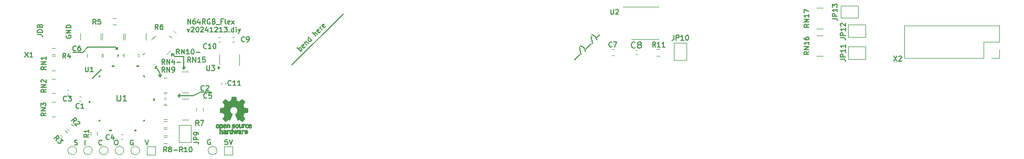
<source format=gbr>
%TF.GenerationSoftware,KiCad,Pcbnew,8.0.7*%
%TF.CreationDate,2025-01-15T17:22:49+01:00*%
%TF.ProjectId,n64rgb_v3,6e363472-6762-45f7-9633-2e6b69636164,20241213.diy*%
%TF.SameCoordinates,Original*%
%TF.FileFunction,Legend,Top*%
%TF.FilePolarity,Positive*%
%FSLAX46Y46*%
G04 Gerber Fmt 4.6, Leading zero omitted, Abs format (unit mm)*
G04 Created by KiCad (PCBNEW 8.0.7) date 2025-01-15 17:22:49*
%MOMM*%
%LPD*%
G01*
G04 APERTURE LIST*
%ADD10C,0.150000*%
%ADD11C,0.200000*%
%ADD12C,0.120000*%
%ADD13C,0.152400*%
%ADD14C,0.000000*%
%ADD15C,0.010000*%
G04 APERTURE END LIST*
D10*
X52770000Y-122170000D02*
X52800000Y-121840000D01*
X57410000Y-122250000D02*
X57650000Y-121930000D01*
X56440000Y-126530000D02*
X56760000Y-126280000D01*
X41100000Y-119530000D02*
X39830000Y-119530000D01*
X52800000Y-121840000D02*
X52770000Y-122170000D01*
X57410000Y-120240000D02*
X57410000Y-122250000D01*
X44160000Y-122240000D02*
X42620000Y-123760000D01*
X41850000Y-118680000D02*
X41100000Y-119530000D01*
X56440000Y-126530000D02*
X56730000Y-126810000D01*
X55390000Y-119780000D02*
X55860000Y-119780000D01*
X46720000Y-118680000D02*
X46720000Y-119040000D01*
D11*
X74800000Y-121600000D02*
X83100000Y-113400000D01*
D10*
X53410000Y-122650000D02*
X53580000Y-122990000D01*
X53810000Y-123180000D02*
X53580000Y-123480000D01*
X53580000Y-123480000D02*
X53810000Y-123180000D01*
X57170000Y-121960000D02*
X57410000Y-122250000D01*
X56760000Y-126280000D02*
X56440000Y-126530000D01*
X52800000Y-121840000D02*
X53080000Y-121860000D01*
X60070000Y-125950000D02*
X58860000Y-126530000D01*
X39830000Y-119530000D02*
X39530000Y-119530000D01*
X41850000Y-118680000D02*
X46330000Y-118680000D01*
X46330000Y-118680000D02*
X46720000Y-119040000D01*
X58860000Y-126530000D02*
X56440000Y-126530000D01*
X55390000Y-119780000D02*
X55910000Y-120240000D01*
X61870000Y-125950000D02*
X60070000Y-125950000D01*
X53090000Y-122180000D02*
X53410000Y-122650000D01*
X55910000Y-120240000D02*
X57410000Y-120240000D01*
X53580000Y-122990000D02*
X53580000Y-123480000D01*
X52800000Y-121840000D02*
X53090000Y-122180000D01*
X46370000Y-119040000D02*
X46720000Y-119040000D01*
X53340000Y-123180000D02*
X53580000Y-123480000D01*
X55390000Y-119780000D02*
X55390000Y-120160000D01*
X38452390Y-116801792D02*
X38414295Y-116877982D01*
X38414295Y-116877982D02*
X38414295Y-116992268D01*
X38414295Y-116992268D02*
X38452390Y-117106554D01*
X38452390Y-117106554D02*
X38528580Y-117182744D01*
X38528580Y-117182744D02*
X38604771Y-117220839D01*
X38604771Y-117220839D02*
X38757152Y-117258935D01*
X38757152Y-117258935D02*
X38871438Y-117258935D01*
X38871438Y-117258935D02*
X39023819Y-117220839D01*
X39023819Y-117220839D02*
X39100009Y-117182744D01*
X39100009Y-117182744D02*
X39176200Y-117106554D01*
X39176200Y-117106554D02*
X39214295Y-116992268D01*
X39214295Y-116992268D02*
X39214295Y-116916077D01*
X39214295Y-116916077D02*
X39176200Y-116801792D01*
X39176200Y-116801792D02*
X39138104Y-116763696D01*
X39138104Y-116763696D02*
X38871438Y-116763696D01*
X38871438Y-116763696D02*
X38871438Y-116916077D01*
X39214295Y-116420839D02*
X38414295Y-116420839D01*
X38414295Y-116420839D02*
X39214295Y-115963696D01*
X39214295Y-115963696D02*
X38414295Y-115963696D01*
X39214295Y-115582744D02*
X38414295Y-115582744D01*
X38414295Y-115582744D02*
X38414295Y-115392268D01*
X38414295Y-115392268D02*
X38452390Y-115277982D01*
X38452390Y-115277982D02*
X38528580Y-115201792D01*
X38528580Y-115201792D02*
X38604771Y-115163697D01*
X38604771Y-115163697D02*
X38757152Y-115125601D01*
X38757152Y-115125601D02*
X38871438Y-115125601D01*
X38871438Y-115125601D02*
X39023819Y-115163697D01*
X39023819Y-115163697D02*
X39100009Y-115201792D01*
X39100009Y-115201792D02*
X39176200Y-115277982D01*
X39176200Y-115277982D02*
X39214295Y-115392268D01*
X39214295Y-115392268D02*
X39214295Y-115582744D01*
X39771064Y-134496200D02*
X39885350Y-134534295D01*
X39885350Y-134534295D02*
X40075826Y-134534295D01*
X40075826Y-134534295D02*
X40152017Y-134496200D01*
X40152017Y-134496200D02*
X40190112Y-134458104D01*
X40190112Y-134458104D02*
X40228207Y-134381914D01*
X40228207Y-134381914D02*
X40228207Y-134305723D01*
X40228207Y-134305723D02*
X40190112Y-134229533D01*
X40190112Y-134229533D02*
X40152017Y-134191438D01*
X40152017Y-134191438D02*
X40075826Y-134153342D01*
X40075826Y-134153342D02*
X39923445Y-134115247D01*
X39923445Y-134115247D02*
X39847255Y-134077152D01*
X39847255Y-134077152D02*
X39809160Y-134039057D01*
X39809160Y-134039057D02*
X39771064Y-133962866D01*
X39771064Y-133962866D02*
X39771064Y-133886676D01*
X39771064Y-133886676D02*
X39809160Y-133810485D01*
X39809160Y-133810485D02*
X39847255Y-133772390D01*
X39847255Y-133772390D02*
X39923445Y-133734295D01*
X39923445Y-133734295D02*
X40113922Y-133734295D01*
X40113922Y-133734295D02*
X40228207Y-133772390D01*
X46431541Y-133754295D02*
X46583922Y-133754295D01*
X46583922Y-133754295D02*
X46660112Y-133792390D01*
X46660112Y-133792390D02*
X46736303Y-133868580D01*
X46736303Y-133868580D02*
X46774398Y-134020961D01*
X46774398Y-134020961D02*
X46774398Y-134287628D01*
X46774398Y-134287628D02*
X46736303Y-134440009D01*
X46736303Y-134440009D02*
X46660112Y-134516200D01*
X46660112Y-134516200D02*
X46583922Y-134554295D01*
X46583922Y-134554295D02*
X46431541Y-134554295D01*
X46431541Y-134554295D02*
X46355350Y-134516200D01*
X46355350Y-134516200D02*
X46279160Y-134440009D01*
X46279160Y-134440009D02*
X46241064Y-134287628D01*
X46241064Y-134287628D02*
X46241064Y-134020961D01*
X46241064Y-134020961D02*
X46279160Y-133868580D01*
X46279160Y-133868580D02*
X46355350Y-133792390D01*
X46355350Y-133792390D02*
X46431541Y-133754295D01*
X64440112Y-133674295D02*
X64059160Y-133674295D01*
X64059160Y-133674295D02*
X64021064Y-134055247D01*
X64021064Y-134055247D02*
X64059160Y-134017152D01*
X64059160Y-134017152D02*
X64135350Y-133979057D01*
X64135350Y-133979057D02*
X64325826Y-133979057D01*
X64325826Y-133979057D02*
X64402017Y-134017152D01*
X64402017Y-134017152D02*
X64440112Y-134055247D01*
X64440112Y-134055247D02*
X64478207Y-134131438D01*
X64478207Y-134131438D02*
X64478207Y-134321914D01*
X64478207Y-134321914D02*
X64440112Y-134398104D01*
X64440112Y-134398104D02*
X64402017Y-134436200D01*
X64402017Y-134436200D02*
X64325826Y-134474295D01*
X64325826Y-134474295D02*
X64135350Y-134474295D01*
X64135350Y-134474295D02*
X64059160Y-134436200D01*
X64059160Y-134436200D02*
X64021064Y-134398104D01*
X64706779Y-133674295D02*
X64973446Y-134474295D01*
X64973446Y-134474295D02*
X65240112Y-133674295D01*
X54626303Y-135664295D02*
X54359636Y-135283342D01*
X54169160Y-135664295D02*
X54169160Y-134864295D01*
X54169160Y-134864295D02*
X54473922Y-134864295D01*
X54473922Y-134864295D02*
X54550112Y-134902390D01*
X54550112Y-134902390D02*
X54588207Y-134940485D01*
X54588207Y-134940485D02*
X54626303Y-135016676D01*
X54626303Y-135016676D02*
X54626303Y-135130961D01*
X54626303Y-135130961D02*
X54588207Y-135207152D01*
X54588207Y-135207152D02*
X54550112Y-135245247D01*
X54550112Y-135245247D02*
X54473922Y-135283342D01*
X54473922Y-135283342D02*
X54169160Y-135283342D01*
X55083445Y-135207152D02*
X55007255Y-135169057D01*
X55007255Y-135169057D02*
X54969160Y-135130961D01*
X54969160Y-135130961D02*
X54931064Y-135054771D01*
X54931064Y-135054771D02*
X54931064Y-135016676D01*
X54931064Y-135016676D02*
X54969160Y-134940485D01*
X54969160Y-134940485D02*
X55007255Y-134902390D01*
X55007255Y-134902390D02*
X55083445Y-134864295D01*
X55083445Y-134864295D02*
X55235826Y-134864295D01*
X55235826Y-134864295D02*
X55312017Y-134902390D01*
X55312017Y-134902390D02*
X55350112Y-134940485D01*
X55350112Y-134940485D02*
X55388207Y-135016676D01*
X55388207Y-135016676D02*
X55388207Y-135054771D01*
X55388207Y-135054771D02*
X55350112Y-135130961D01*
X55350112Y-135130961D02*
X55312017Y-135169057D01*
X55312017Y-135169057D02*
X55235826Y-135207152D01*
X55235826Y-135207152D02*
X55083445Y-135207152D01*
X55083445Y-135207152D02*
X55007255Y-135245247D01*
X55007255Y-135245247D02*
X54969160Y-135283342D01*
X54969160Y-135283342D02*
X54931064Y-135359533D01*
X54931064Y-135359533D02*
X54931064Y-135511914D01*
X54931064Y-135511914D02*
X54969160Y-135588104D01*
X54969160Y-135588104D02*
X55007255Y-135626200D01*
X55007255Y-135626200D02*
X55083445Y-135664295D01*
X55083445Y-135664295D02*
X55235826Y-135664295D01*
X55235826Y-135664295D02*
X55312017Y-135626200D01*
X55312017Y-135626200D02*
X55350112Y-135588104D01*
X55350112Y-135588104D02*
X55388207Y-135511914D01*
X55388207Y-135511914D02*
X55388207Y-135359533D01*
X55388207Y-135359533D02*
X55350112Y-135283342D01*
X55350112Y-135283342D02*
X55312017Y-135245247D01*
X55312017Y-135245247D02*
X55235826Y-135207152D01*
X55731065Y-135359533D02*
X56340589Y-135359533D01*
X57178684Y-135664295D02*
X56912017Y-135283342D01*
X56721541Y-135664295D02*
X56721541Y-134864295D01*
X56721541Y-134864295D02*
X57026303Y-134864295D01*
X57026303Y-134864295D02*
X57102493Y-134902390D01*
X57102493Y-134902390D02*
X57140588Y-134940485D01*
X57140588Y-134940485D02*
X57178684Y-135016676D01*
X57178684Y-135016676D02*
X57178684Y-135130961D01*
X57178684Y-135130961D02*
X57140588Y-135207152D01*
X57140588Y-135207152D02*
X57102493Y-135245247D01*
X57102493Y-135245247D02*
X57026303Y-135283342D01*
X57026303Y-135283342D02*
X56721541Y-135283342D01*
X57940588Y-135664295D02*
X57483445Y-135664295D01*
X57712017Y-135664295D02*
X57712017Y-134864295D01*
X57712017Y-134864295D02*
X57635826Y-134978580D01*
X57635826Y-134978580D02*
X57559636Y-135054771D01*
X57559636Y-135054771D02*
X57483445Y-135092866D01*
X58435827Y-134864295D02*
X58512017Y-134864295D01*
X58512017Y-134864295D02*
X58588208Y-134902390D01*
X58588208Y-134902390D02*
X58626303Y-134940485D01*
X58626303Y-134940485D02*
X58664398Y-135016676D01*
X58664398Y-135016676D02*
X58702493Y-135169057D01*
X58702493Y-135169057D02*
X58702493Y-135359533D01*
X58702493Y-135359533D02*
X58664398Y-135511914D01*
X58664398Y-135511914D02*
X58626303Y-135588104D01*
X58626303Y-135588104D02*
X58588208Y-135626200D01*
X58588208Y-135626200D02*
X58512017Y-135664295D01*
X58512017Y-135664295D02*
X58435827Y-135664295D01*
X58435827Y-135664295D02*
X58359636Y-135626200D01*
X58359636Y-135626200D02*
X58321541Y-135588104D01*
X58321541Y-135588104D02*
X58283446Y-135511914D01*
X58283446Y-135511914D02*
X58245350Y-135359533D01*
X58245350Y-135359533D02*
X58245350Y-135169057D01*
X58245350Y-135169057D02*
X58283446Y-135016676D01*
X58283446Y-135016676D02*
X58321541Y-134940485D01*
X58321541Y-134940485D02*
X58359636Y-134902390D01*
X58359636Y-134902390D02*
X58435827Y-134864295D01*
X61668207Y-133712390D02*
X61592017Y-133674295D01*
X61592017Y-133674295D02*
X61477731Y-133674295D01*
X61477731Y-133674295D02*
X61363445Y-133712390D01*
X61363445Y-133712390D02*
X61287255Y-133788580D01*
X61287255Y-133788580D02*
X61249160Y-133864771D01*
X61249160Y-133864771D02*
X61211064Y-134017152D01*
X61211064Y-134017152D02*
X61211064Y-134131438D01*
X61211064Y-134131438D02*
X61249160Y-134283819D01*
X61249160Y-134283819D02*
X61287255Y-134360009D01*
X61287255Y-134360009D02*
X61363445Y-134436200D01*
X61363445Y-134436200D02*
X61477731Y-134474295D01*
X61477731Y-134474295D02*
X61553922Y-134474295D01*
X61553922Y-134474295D02*
X61668207Y-134436200D01*
X61668207Y-134436200D02*
X61706303Y-134398104D01*
X61706303Y-134398104D02*
X61706303Y-134131438D01*
X61706303Y-134131438D02*
X61553922Y-134131438D01*
X51144874Y-133714295D02*
X51411541Y-134514295D01*
X51411541Y-134514295D02*
X51678207Y-133714295D01*
X41459160Y-134534295D02*
X41459160Y-133734295D01*
X33784295Y-116672268D02*
X34355723Y-116672268D01*
X34355723Y-116672268D02*
X34470009Y-116710363D01*
X34470009Y-116710363D02*
X34546200Y-116786554D01*
X34546200Y-116786554D02*
X34584295Y-116900839D01*
X34584295Y-116900839D02*
X34584295Y-116977030D01*
X34584295Y-116291315D02*
X33784295Y-116291315D01*
X33784295Y-116291315D02*
X33784295Y-116100839D01*
X33784295Y-116100839D02*
X33822390Y-115986553D01*
X33822390Y-115986553D02*
X33898580Y-115910363D01*
X33898580Y-115910363D02*
X33974771Y-115872268D01*
X33974771Y-115872268D02*
X34127152Y-115834172D01*
X34127152Y-115834172D02*
X34241438Y-115834172D01*
X34241438Y-115834172D02*
X34393819Y-115872268D01*
X34393819Y-115872268D02*
X34470009Y-115910363D01*
X34470009Y-115910363D02*
X34546200Y-115986553D01*
X34546200Y-115986553D02*
X34584295Y-116100839D01*
X34584295Y-116100839D02*
X34584295Y-116291315D01*
X34165247Y-115224649D02*
X34203342Y-115110363D01*
X34203342Y-115110363D02*
X34241438Y-115072268D01*
X34241438Y-115072268D02*
X34317628Y-115034172D01*
X34317628Y-115034172D02*
X34431914Y-115034172D01*
X34431914Y-115034172D02*
X34508104Y-115072268D01*
X34508104Y-115072268D02*
X34546200Y-115110363D01*
X34546200Y-115110363D02*
X34584295Y-115186553D01*
X34584295Y-115186553D02*
X34584295Y-115491315D01*
X34584295Y-115491315D02*
X33784295Y-115491315D01*
X33784295Y-115491315D02*
X33784295Y-115224649D01*
X33784295Y-115224649D02*
X33822390Y-115148458D01*
X33822390Y-115148458D02*
X33860485Y-115110363D01*
X33860485Y-115110363D02*
X33936676Y-115072268D01*
X33936676Y-115072268D02*
X34012866Y-115072268D01*
X34012866Y-115072268D02*
X34089057Y-115110363D01*
X34089057Y-115110363D02*
X34127152Y-115148458D01*
X34127152Y-115148458D02*
X34165247Y-115224649D01*
X34165247Y-115224649D02*
X34165247Y-115491315D01*
X58029160Y-114956340D02*
X58029160Y-114156340D01*
X58029160Y-114156340D02*
X58486303Y-114956340D01*
X58486303Y-114956340D02*
X58486303Y-114156340D01*
X59210112Y-114156340D02*
X59057731Y-114156340D01*
X59057731Y-114156340D02*
X58981540Y-114194435D01*
X58981540Y-114194435D02*
X58943445Y-114232530D01*
X58943445Y-114232530D02*
X58867255Y-114346816D01*
X58867255Y-114346816D02*
X58829159Y-114499197D01*
X58829159Y-114499197D02*
X58829159Y-114803959D01*
X58829159Y-114803959D02*
X58867255Y-114880149D01*
X58867255Y-114880149D02*
X58905350Y-114918245D01*
X58905350Y-114918245D02*
X58981540Y-114956340D01*
X58981540Y-114956340D02*
X59133921Y-114956340D01*
X59133921Y-114956340D02*
X59210112Y-114918245D01*
X59210112Y-114918245D02*
X59248207Y-114880149D01*
X59248207Y-114880149D02*
X59286302Y-114803959D01*
X59286302Y-114803959D02*
X59286302Y-114613483D01*
X59286302Y-114613483D02*
X59248207Y-114537292D01*
X59248207Y-114537292D02*
X59210112Y-114499197D01*
X59210112Y-114499197D02*
X59133921Y-114461102D01*
X59133921Y-114461102D02*
X58981540Y-114461102D01*
X58981540Y-114461102D02*
X58905350Y-114499197D01*
X58905350Y-114499197D02*
X58867255Y-114537292D01*
X58867255Y-114537292D02*
X58829159Y-114613483D01*
X59972017Y-114423006D02*
X59972017Y-114956340D01*
X59781541Y-114118245D02*
X59591064Y-114689673D01*
X59591064Y-114689673D02*
X60086303Y-114689673D01*
X60848208Y-114956340D02*
X60581541Y-114575387D01*
X60391065Y-114956340D02*
X60391065Y-114156340D01*
X60391065Y-114156340D02*
X60695827Y-114156340D01*
X60695827Y-114156340D02*
X60772017Y-114194435D01*
X60772017Y-114194435D02*
X60810112Y-114232530D01*
X60810112Y-114232530D02*
X60848208Y-114308721D01*
X60848208Y-114308721D02*
X60848208Y-114423006D01*
X60848208Y-114423006D02*
X60810112Y-114499197D01*
X60810112Y-114499197D02*
X60772017Y-114537292D01*
X60772017Y-114537292D02*
X60695827Y-114575387D01*
X60695827Y-114575387D02*
X60391065Y-114575387D01*
X61610112Y-114194435D02*
X61533922Y-114156340D01*
X61533922Y-114156340D02*
X61419636Y-114156340D01*
X61419636Y-114156340D02*
X61305350Y-114194435D01*
X61305350Y-114194435D02*
X61229160Y-114270625D01*
X61229160Y-114270625D02*
X61191065Y-114346816D01*
X61191065Y-114346816D02*
X61152969Y-114499197D01*
X61152969Y-114499197D02*
X61152969Y-114613483D01*
X61152969Y-114613483D02*
X61191065Y-114765864D01*
X61191065Y-114765864D02*
X61229160Y-114842054D01*
X61229160Y-114842054D02*
X61305350Y-114918245D01*
X61305350Y-114918245D02*
X61419636Y-114956340D01*
X61419636Y-114956340D02*
X61495827Y-114956340D01*
X61495827Y-114956340D02*
X61610112Y-114918245D01*
X61610112Y-114918245D02*
X61648208Y-114880149D01*
X61648208Y-114880149D02*
X61648208Y-114613483D01*
X61648208Y-114613483D02*
X61495827Y-114613483D01*
X62257731Y-114537292D02*
X62372017Y-114575387D01*
X62372017Y-114575387D02*
X62410112Y-114613483D01*
X62410112Y-114613483D02*
X62448208Y-114689673D01*
X62448208Y-114689673D02*
X62448208Y-114803959D01*
X62448208Y-114803959D02*
X62410112Y-114880149D01*
X62410112Y-114880149D02*
X62372017Y-114918245D01*
X62372017Y-114918245D02*
X62295827Y-114956340D01*
X62295827Y-114956340D02*
X61991065Y-114956340D01*
X61991065Y-114956340D02*
X61991065Y-114156340D01*
X61991065Y-114156340D02*
X62257731Y-114156340D01*
X62257731Y-114156340D02*
X62333922Y-114194435D01*
X62333922Y-114194435D02*
X62372017Y-114232530D01*
X62372017Y-114232530D02*
X62410112Y-114308721D01*
X62410112Y-114308721D02*
X62410112Y-114384911D01*
X62410112Y-114384911D02*
X62372017Y-114461102D01*
X62372017Y-114461102D02*
X62333922Y-114499197D01*
X62333922Y-114499197D02*
X62257731Y-114537292D01*
X62257731Y-114537292D02*
X61991065Y-114537292D01*
X62600589Y-115032530D02*
X63210112Y-115032530D01*
X63667255Y-114537292D02*
X63400589Y-114537292D01*
X63400589Y-114956340D02*
X63400589Y-114156340D01*
X63400589Y-114156340D02*
X63781541Y-114156340D01*
X64200588Y-114956340D02*
X64124398Y-114918245D01*
X64124398Y-114918245D02*
X64086303Y-114842054D01*
X64086303Y-114842054D02*
X64086303Y-114156340D01*
X64810113Y-114918245D02*
X64733922Y-114956340D01*
X64733922Y-114956340D02*
X64581541Y-114956340D01*
X64581541Y-114956340D02*
X64505351Y-114918245D01*
X64505351Y-114918245D02*
X64467255Y-114842054D01*
X64467255Y-114842054D02*
X64467255Y-114537292D01*
X64467255Y-114537292D02*
X64505351Y-114461102D01*
X64505351Y-114461102D02*
X64581541Y-114423006D01*
X64581541Y-114423006D02*
X64733922Y-114423006D01*
X64733922Y-114423006D02*
X64810113Y-114461102D01*
X64810113Y-114461102D02*
X64848208Y-114537292D01*
X64848208Y-114537292D02*
X64848208Y-114613483D01*
X64848208Y-114613483D02*
X64467255Y-114689673D01*
X65114874Y-114956340D02*
X65533922Y-114423006D01*
X65114874Y-114423006D02*
X65533922Y-114956340D01*
X57952969Y-115710961D02*
X58143445Y-116244295D01*
X58143445Y-116244295D02*
X58333922Y-115710961D01*
X58600588Y-115520485D02*
X58638684Y-115482390D01*
X58638684Y-115482390D02*
X58714874Y-115444295D01*
X58714874Y-115444295D02*
X58905350Y-115444295D01*
X58905350Y-115444295D02*
X58981541Y-115482390D01*
X58981541Y-115482390D02*
X59019636Y-115520485D01*
X59019636Y-115520485D02*
X59057731Y-115596676D01*
X59057731Y-115596676D02*
X59057731Y-115672866D01*
X59057731Y-115672866D02*
X59019636Y-115787152D01*
X59019636Y-115787152D02*
X58562493Y-116244295D01*
X58562493Y-116244295D02*
X59057731Y-116244295D01*
X59552970Y-115444295D02*
X59629160Y-115444295D01*
X59629160Y-115444295D02*
X59705351Y-115482390D01*
X59705351Y-115482390D02*
X59743446Y-115520485D01*
X59743446Y-115520485D02*
X59781541Y-115596676D01*
X59781541Y-115596676D02*
X59819636Y-115749057D01*
X59819636Y-115749057D02*
X59819636Y-115939533D01*
X59819636Y-115939533D02*
X59781541Y-116091914D01*
X59781541Y-116091914D02*
X59743446Y-116168104D01*
X59743446Y-116168104D02*
X59705351Y-116206200D01*
X59705351Y-116206200D02*
X59629160Y-116244295D01*
X59629160Y-116244295D02*
X59552970Y-116244295D01*
X59552970Y-116244295D02*
X59476779Y-116206200D01*
X59476779Y-116206200D02*
X59438684Y-116168104D01*
X59438684Y-116168104D02*
X59400589Y-116091914D01*
X59400589Y-116091914D02*
X59362493Y-115939533D01*
X59362493Y-115939533D02*
X59362493Y-115749057D01*
X59362493Y-115749057D02*
X59400589Y-115596676D01*
X59400589Y-115596676D02*
X59438684Y-115520485D01*
X59438684Y-115520485D02*
X59476779Y-115482390D01*
X59476779Y-115482390D02*
X59552970Y-115444295D01*
X60124398Y-115520485D02*
X60162494Y-115482390D01*
X60162494Y-115482390D02*
X60238684Y-115444295D01*
X60238684Y-115444295D02*
X60429160Y-115444295D01*
X60429160Y-115444295D02*
X60505351Y-115482390D01*
X60505351Y-115482390D02*
X60543446Y-115520485D01*
X60543446Y-115520485D02*
X60581541Y-115596676D01*
X60581541Y-115596676D02*
X60581541Y-115672866D01*
X60581541Y-115672866D02*
X60543446Y-115787152D01*
X60543446Y-115787152D02*
X60086303Y-116244295D01*
X60086303Y-116244295D02*
X60581541Y-116244295D01*
X61267256Y-115710961D02*
X61267256Y-116244295D01*
X61076780Y-115406200D02*
X60886303Y-115977628D01*
X60886303Y-115977628D02*
X61381542Y-115977628D01*
X62105351Y-116244295D02*
X61648208Y-116244295D01*
X61876780Y-116244295D02*
X61876780Y-115444295D01*
X61876780Y-115444295D02*
X61800589Y-115558580D01*
X61800589Y-115558580D02*
X61724399Y-115634771D01*
X61724399Y-115634771D02*
X61648208Y-115672866D01*
X62410113Y-115520485D02*
X62448209Y-115482390D01*
X62448209Y-115482390D02*
X62524399Y-115444295D01*
X62524399Y-115444295D02*
X62714875Y-115444295D01*
X62714875Y-115444295D02*
X62791066Y-115482390D01*
X62791066Y-115482390D02*
X62829161Y-115520485D01*
X62829161Y-115520485D02*
X62867256Y-115596676D01*
X62867256Y-115596676D02*
X62867256Y-115672866D01*
X62867256Y-115672866D02*
X62829161Y-115787152D01*
X62829161Y-115787152D02*
X62372018Y-116244295D01*
X62372018Y-116244295D02*
X62867256Y-116244295D01*
X63629161Y-116244295D02*
X63172018Y-116244295D01*
X63400590Y-116244295D02*
X63400590Y-115444295D01*
X63400590Y-115444295D02*
X63324399Y-115558580D01*
X63324399Y-115558580D02*
X63248209Y-115634771D01*
X63248209Y-115634771D02*
X63172018Y-115672866D01*
X63895828Y-115444295D02*
X64391066Y-115444295D01*
X64391066Y-115444295D02*
X64124400Y-115749057D01*
X64124400Y-115749057D02*
X64238685Y-115749057D01*
X64238685Y-115749057D02*
X64314876Y-115787152D01*
X64314876Y-115787152D02*
X64352971Y-115825247D01*
X64352971Y-115825247D02*
X64391066Y-115901438D01*
X64391066Y-115901438D02*
X64391066Y-116091914D01*
X64391066Y-116091914D02*
X64352971Y-116168104D01*
X64352971Y-116168104D02*
X64314876Y-116206200D01*
X64314876Y-116206200D02*
X64238685Y-116244295D01*
X64238685Y-116244295D02*
X64010114Y-116244295D01*
X64010114Y-116244295D02*
X63933923Y-116206200D01*
X63933923Y-116206200D02*
X63895828Y-116168104D01*
X64733924Y-116168104D02*
X64772019Y-116206200D01*
X64772019Y-116206200D02*
X64733924Y-116244295D01*
X64733924Y-116244295D02*
X64695828Y-116206200D01*
X64695828Y-116206200D02*
X64733924Y-116168104D01*
X64733924Y-116168104D02*
X64733924Y-116244295D01*
X65457733Y-116244295D02*
X65457733Y-115444295D01*
X65457733Y-116206200D02*
X65381542Y-116244295D01*
X65381542Y-116244295D02*
X65229161Y-116244295D01*
X65229161Y-116244295D02*
X65152971Y-116206200D01*
X65152971Y-116206200D02*
X65114876Y-116168104D01*
X65114876Y-116168104D02*
X65076780Y-116091914D01*
X65076780Y-116091914D02*
X65076780Y-115863342D01*
X65076780Y-115863342D02*
X65114876Y-115787152D01*
X65114876Y-115787152D02*
X65152971Y-115749057D01*
X65152971Y-115749057D02*
X65229161Y-115710961D01*
X65229161Y-115710961D02*
X65381542Y-115710961D01*
X65381542Y-115710961D02*
X65457733Y-115749057D01*
X65838686Y-116244295D02*
X65838686Y-115710961D01*
X65838686Y-115444295D02*
X65800590Y-115482390D01*
X65800590Y-115482390D02*
X65838686Y-115520485D01*
X65838686Y-115520485D02*
X65876781Y-115482390D01*
X65876781Y-115482390D02*
X65838686Y-115444295D01*
X65838686Y-115444295D02*
X65838686Y-115520485D01*
X66143447Y-115710961D02*
X66333923Y-116244295D01*
X66524400Y-115710961D02*
X66333923Y-116244295D01*
X66333923Y-116244295D02*
X66257733Y-116434771D01*
X66257733Y-116434771D02*
X66219638Y-116472866D01*
X66219638Y-116472866D02*
X66143447Y-116510961D01*
X44186303Y-134488104D02*
X44148207Y-134526200D01*
X44148207Y-134526200D02*
X44033922Y-134564295D01*
X44033922Y-134564295D02*
X43957731Y-134564295D01*
X43957731Y-134564295D02*
X43843445Y-134526200D01*
X43843445Y-134526200D02*
X43767255Y-134450009D01*
X43767255Y-134450009D02*
X43729160Y-134373819D01*
X43729160Y-134373819D02*
X43691064Y-134221438D01*
X43691064Y-134221438D02*
X43691064Y-134107152D01*
X43691064Y-134107152D02*
X43729160Y-133954771D01*
X43729160Y-133954771D02*
X43767255Y-133878580D01*
X43767255Y-133878580D02*
X43843445Y-133802390D01*
X43843445Y-133802390D02*
X43957731Y-133764295D01*
X43957731Y-133764295D02*
X44033922Y-133764295D01*
X44033922Y-133764295D02*
X44148207Y-133802390D01*
X44148207Y-133802390D02*
X44186303Y-133840485D01*
X76249344Y-119363018D02*
X75683659Y-118797332D01*
X75899158Y-119012831D02*
X75926095Y-118932019D01*
X75926095Y-118932019D02*
X76033845Y-118824270D01*
X76033845Y-118824270D02*
X76114657Y-118797332D01*
X76114657Y-118797332D02*
X76168532Y-118797332D01*
X76168532Y-118797332D02*
X76249344Y-118824270D01*
X76249344Y-118824270D02*
X76410969Y-118985894D01*
X76410969Y-118985894D02*
X76437906Y-119066706D01*
X76437906Y-119066706D02*
X76437906Y-119120581D01*
X76437906Y-119120581D02*
X76410969Y-119201393D01*
X76410969Y-119201393D02*
X76303219Y-119309143D01*
X76303219Y-119309143D02*
X76222407Y-119336080D01*
X76949717Y-118608770D02*
X76922779Y-118689582D01*
X76922779Y-118689582D02*
X76815030Y-118797332D01*
X76815030Y-118797332D02*
X76734218Y-118824269D01*
X76734218Y-118824269D02*
X76653405Y-118797332D01*
X76653405Y-118797332D02*
X76437906Y-118581833D01*
X76437906Y-118581833D02*
X76410969Y-118501021D01*
X76410969Y-118501021D02*
X76437906Y-118420208D01*
X76437906Y-118420208D02*
X76545656Y-118312459D01*
X76545656Y-118312459D02*
X76626468Y-118285521D01*
X76626468Y-118285521D02*
X76707280Y-118312459D01*
X76707280Y-118312459D02*
X76761155Y-118366334D01*
X76761155Y-118366334D02*
X76545656Y-118689582D01*
X76868904Y-117989210D02*
X77246028Y-118366334D01*
X76922779Y-118043085D02*
X76922779Y-117989210D01*
X76922779Y-117989210D02*
X76949717Y-117908398D01*
X76949717Y-117908398D02*
X77030529Y-117827586D01*
X77030529Y-117827586D02*
X77111341Y-117800648D01*
X77111341Y-117800648D02*
X77192153Y-117827586D01*
X77192153Y-117827586D02*
X77488465Y-118123897D01*
X78000276Y-117612086D02*
X77434590Y-117046401D01*
X77973338Y-117585149D02*
X77946401Y-117665961D01*
X77946401Y-117665961D02*
X77838651Y-117773711D01*
X77838651Y-117773711D02*
X77757839Y-117800648D01*
X77757839Y-117800648D02*
X77703964Y-117800648D01*
X77703964Y-117800648D02*
X77623152Y-117773711D01*
X77623152Y-117773711D02*
X77461528Y-117612086D01*
X77461528Y-117612086D02*
X77434590Y-117531274D01*
X77434590Y-117531274D02*
X77434590Y-117477399D01*
X77434590Y-117477399D02*
X77461528Y-117396587D01*
X77461528Y-117396587D02*
X77569277Y-117288837D01*
X77569277Y-117288837D02*
X77650089Y-117261900D01*
X78700649Y-116911713D02*
X78134963Y-116346028D01*
X78943085Y-116669277D02*
X78646774Y-116372965D01*
X78646774Y-116372965D02*
X78565962Y-116346028D01*
X78565962Y-116346028D02*
X78485149Y-116372965D01*
X78485149Y-116372965D02*
X78404337Y-116453777D01*
X78404337Y-116453777D02*
X78377400Y-116534590D01*
X78377400Y-116534590D02*
X78377400Y-116588464D01*
X79401021Y-116157466D02*
X79374084Y-116238278D01*
X79374084Y-116238278D02*
X79266334Y-116346027D01*
X79266334Y-116346027D02*
X79185522Y-116372965D01*
X79185522Y-116372965D02*
X79104710Y-116346027D01*
X79104710Y-116346027D02*
X78889211Y-116130528D01*
X78889211Y-116130528D02*
X78862273Y-116049716D01*
X78862273Y-116049716D02*
X78889211Y-115968904D01*
X78889211Y-115968904D02*
X78996960Y-115861154D01*
X78996960Y-115861154D02*
X79077773Y-115834217D01*
X79077773Y-115834217D02*
X79158585Y-115861154D01*
X79158585Y-115861154D02*
X79212460Y-115915029D01*
X79212460Y-115915029D02*
X78996960Y-116238278D01*
X79697333Y-115915029D02*
X79320209Y-115537906D01*
X79427959Y-115645655D02*
X79401021Y-115564843D01*
X79401021Y-115564843D02*
X79401021Y-115510968D01*
X79401021Y-115510968D02*
X79427959Y-115430156D01*
X79427959Y-115430156D02*
X79481833Y-115376281D01*
X80236081Y-115322407D02*
X80209143Y-115403219D01*
X80209143Y-115403219D02*
X80101394Y-115510968D01*
X80101394Y-115510968D02*
X80020581Y-115537906D01*
X80020581Y-115537906D02*
X79939769Y-115510968D01*
X79939769Y-115510968D02*
X79724270Y-115295469D01*
X79724270Y-115295469D02*
X79697332Y-115214657D01*
X79697332Y-115214657D02*
X79724270Y-115133845D01*
X79724270Y-115133845D02*
X79832019Y-115026095D01*
X79832019Y-115026095D02*
X79912832Y-114999158D01*
X79912832Y-114999158D02*
X79993644Y-115026095D01*
X79993644Y-115026095D02*
X80047519Y-115079970D01*
X80047519Y-115079970D02*
X79832019Y-115403219D01*
X56676303Y-119836340D02*
X56409636Y-119455387D01*
X56219160Y-119836340D02*
X56219160Y-119036340D01*
X56219160Y-119036340D02*
X56523922Y-119036340D01*
X56523922Y-119036340D02*
X56600112Y-119074435D01*
X56600112Y-119074435D02*
X56638207Y-119112530D01*
X56638207Y-119112530D02*
X56676303Y-119188721D01*
X56676303Y-119188721D02*
X56676303Y-119303006D01*
X56676303Y-119303006D02*
X56638207Y-119379197D01*
X56638207Y-119379197D02*
X56600112Y-119417292D01*
X56600112Y-119417292D02*
X56523922Y-119455387D01*
X56523922Y-119455387D02*
X56219160Y-119455387D01*
X57019160Y-119836340D02*
X57019160Y-119036340D01*
X57019160Y-119036340D02*
X57476303Y-119836340D01*
X57476303Y-119836340D02*
X57476303Y-119036340D01*
X58276302Y-119836340D02*
X57819159Y-119836340D01*
X58047731Y-119836340D02*
X58047731Y-119036340D01*
X58047731Y-119036340D02*
X57971540Y-119150625D01*
X57971540Y-119150625D02*
X57895350Y-119226816D01*
X57895350Y-119226816D02*
X57819159Y-119264911D01*
X58771541Y-119036340D02*
X58847731Y-119036340D01*
X58847731Y-119036340D02*
X58923922Y-119074435D01*
X58923922Y-119074435D02*
X58962017Y-119112530D01*
X58962017Y-119112530D02*
X59000112Y-119188721D01*
X59000112Y-119188721D02*
X59038207Y-119341102D01*
X59038207Y-119341102D02*
X59038207Y-119531578D01*
X59038207Y-119531578D02*
X59000112Y-119683959D01*
X59000112Y-119683959D02*
X58962017Y-119760149D01*
X58962017Y-119760149D02*
X58923922Y-119798245D01*
X58923922Y-119798245D02*
X58847731Y-119836340D01*
X58847731Y-119836340D02*
X58771541Y-119836340D01*
X58771541Y-119836340D02*
X58695350Y-119798245D01*
X58695350Y-119798245D02*
X58657255Y-119760149D01*
X58657255Y-119760149D02*
X58619160Y-119683959D01*
X58619160Y-119683959D02*
X58581064Y-119531578D01*
X58581064Y-119531578D02*
X58581064Y-119341102D01*
X58581064Y-119341102D02*
X58619160Y-119188721D01*
X58619160Y-119188721D02*
X58657255Y-119112530D01*
X58657255Y-119112530D02*
X58695350Y-119074435D01*
X58695350Y-119074435D02*
X58771541Y-119036340D01*
X59381065Y-119531578D02*
X59990589Y-119531578D01*
X58504875Y-121124295D02*
X58238208Y-120743342D01*
X58047732Y-121124295D02*
X58047732Y-120324295D01*
X58047732Y-120324295D02*
X58352494Y-120324295D01*
X58352494Y-120324295D02*
X58428684Y-120362390D01*
X58428684Y-120362390D02*
X58466779Y-120400485D01*
X58466779Y-120400485D02*
X58504875Y-120476676D01*
X58504875Y-120476676D02*
X58504875Y-120590961D01*
X58504875Y-120590961D02*
X58466779Y-120667152D01*
X58466779Y-120667152D02*
X58428684Y-120705247D01*
X58428684Y-120705247D02*
X58352494Y-120743342D01*
X58352494Y-120743342D02*
X58047732Y-120743342D01*
X58847732Y-121124295D02*
X58847732Y-120324295D01*
X58847732Y-120324295D02*
X59304875Y-121124295D01*
X59304875Y-121124295D02*
X59304875Y-120324295D01*
X60104874Y-121124295D02*
X59647731Y-121124295D01*
X59876303Y-121124295D02*
X59876303Y-120324295D01*
X59876303Y-120324295D02*
X59800112Y-120438580D01*
X59800112Y-120438580D02*
X59723922Y-120514771D01*
X59723922Y-120514771D02*
X59647731Y-120552866D01*
X60828684Y-120324295D02*
X60447732Y-120324295D01*
X60447732Y-120324295D02*
X60409636Y-120705247D01*
X60409636Y-120705247D02*
X60447732Y-120667152D01*
X60447732Y-120667152D02*
X60523922Y-120629057D01*
X60523922Y-120629057D02*
X60714398Y-120629057D01*
X60714398Y-120629057D02*
X60790589Y-120667152D01*
X60790589Y-120667152D02*
X60828684Y-120705247D01*
X60828684Y-120705247D02*
X60866779Y-120781438D01*
X60866779Y-120781438D02*
X60866779Y-120971914D01*
X60866779Y-120971914D02*
X60828684Y-121048104D01*
X60828684Y-121048104D02*
X60790589Y-121086200D01*
X60790589Y-121086200D02*
X60714398Y-121124295D01*
X60714398Y-121124295D02*
X60523922Y-121124295D01*
X60523922Y-121124295D02*
X60447732Y-121086200D01*
X60447732Y-121086200D02*
X60409636Y-121048104D01*
X49228207Y-133782390D02*
X49152017Y-133744295D01*
X49152017Y-133744295D02*
X49037731Y-133744295D01*
X49037731Y-133744295D02*
X48923445Y-133782390D01*
X48923445Y-133782390D02*
X48847255Y-133858580D01*
X48847255Y-133858580D02*
X48809160Y-133934771D01*
X48809160Y-133934771D02*
X48771064Y-134087152D01*
X48771064Y-134087152D02*
X48771064Y-134201438D01*
X48771064Y-134201438D02*
X48809160Y-134353819D01*
X48809160Y-134353819D02*
X48847255Y-134430009D01*
X48847255Y-134430009D02*
X48923445Y-134506200D01*
X48923445Y-134506200D02*
X49037731Y-134544295D01*
X49037731Y-134544295D02*
X49113922Y-134544295D01*
X49113922Y-134544295D02*
X49228207Y-134506200D01*
X49228207Y-134506200D02*
X49266303Y-134468104D01*
X49266303Y-134468104D02*
X49266303Y-134201438D01*
X49266303Y-134201438D02*
X49113922Y-134201438D01*
X54326303Y-121456340D02*
X54059636Y-121075387D01*
X53869160Y-121456340D02*
X53869160Y-120656340D01*
X53869160Y-120656340D02*
X54173922Y-120656340D01*
X54173922Y-120656340D02*
X54250112Y-120694435D01*
X54250112Y-120694435D02*
X54288207Y-120732530D01*
X54288207Y-120732530D02*
X54326303Y-120808721D01*
X54326303Y-120808721D02*
X54326303Y-120923006D01*
X54326303Y-120923006D02*
X54288207Y-120999197D01*
X54288207Y-120999197D02*
X54250112Y-121037292D01*
X54250112Y-121037292D02*
X54173922Y-121075387D01*
X54173922Y-121075387D02*
X53869160Y-121075387D01*
X54669160Y-121456340D02*
X54669160Y-120656340D01*
X54669160Y-120656340D02*
X55126303Y-121456340D01*
X55126303Y-121456340D02*
X55126303Y-120656340D01*
X55850112Y-120923006D02*
X55850112Y-121456340D01*
X55659636Y-120618245D02*
X55469159Y-121189673D01*
X55469159Y-121189673D02*
X55964398Y-121189673D01*
X56269160Y-121151578D02*
X56878684Y-121151578D01*
X54326303Y-122744295D02*
X54059636Y-122363342D01*
X53869160Y-122744295D02*
X53869160Y-121944295D01*
X53869160Y-121944295D02*
X54173922Y-121944295D01*
X54173922Y-121944295D02*
X54250112Y-121982390D01*
X54250112Y-121982390D02*
X54288207Y-122020485D01*
X54288207Y-122020485D02*
X54326303Y-122096676D01*
X54326303Y-122096676D02*
X54326303Y-122210961D01*
X54326303Y-122210961D02*
X54288207Y-122287152D01*
X54288207Y-122287152D02*
X54250112Y-122325247D01*
X54250112Y-122325247D02*
X54173922Y-122363342D01*
X54173922Y-122363342D02*
X53869160Y-122363342D01*
X54669160Y-122744295D02*
X54669160Y-121944295D01*
X54669160Y-121944295D02*
X55126303Y-122744295D01*
X55126303Y-122744295D02*
X55126303Y-121944295D01*
X55545350Y-122744295D02*
X55697731Y-122744295D01*
X55697731Y-122744295D02*
X55773921Y-122706200D01*
X55773921Y-122706200D02*
X55812017Y-122668104D01*
X55812017Y-122668104D02*
X55888207Y-122553819D01*
X55888207Y-122553819D02*
X55926302Y-122401438D01*
X55926302Y-122401438D02*
X55926302Y-122096676D01*
X55926302Y-122096676D02*
X55888207Y-122020485D01*
X55888207Y-122020485D02*
X55850112Y-121982390D01*
X55850112Y-121982390D02*
X55773921Y-121944295D01*
X55773921Y-121944295D02*
X55621540Y-121944295D01*
X55621540Y-121944295D02*
X55545350Y-121982390D01*
X55545350Y-121982390D02*
X55507255Y-122020485D01*
X55507255Y-122020485D02*
X55469159Y-122096676D01*
X55469159Y-122096676D02*
X55469159Y-122287152D01*
X55469159Y-122287152D02*
X55507255Y-122363342D01*
X55507255Y-122363342D02*
X55545350Y-122401438D01*
X55545350Y-122401438D02*
X55621540Y-122439533D01*
X55621540Y-122439533D02*
X55773921Y-122439533D01*
X55773921Y-122439533D02*
X55850112Y-122401438D01*
X55850112Y-122401438D02*
X55888207Y-122363342D01*
X55888207Y-122363342D02*
X55926302Y-122287152D01*
X120462813Y-120757298D02*
X120893812Y-120326300D01*
X120893812Y-120326300D02*
X121324810Y-119895301D01*
X121217061Y-118710055D02*
X121459497Y-119922238D01*
X122159870Y-119383491D02*
X122159870Y-119329616D01*
X122159870Y-119329616D02*
X122132932Y-119194929D01*
X122132932Y-119194929D02*
X122105995Y-119114117D01*
X122105995Y-119114117D02*
X122052120Y-119006367D01*
X122052120Y-119006367D02*
X121944370Y-118844743D01*
X121944370Y-118844743D02*
X121836621Y-118736993D01*
X121836621Y-118736993D02*
X121674996Y-118629243D01*
X121674996Y-118629243D02*
X121567247Y-118575369D01*
X121567247Y-118575369D02*
X121486435Y-118548431D01*
X121486435Y-118548431D02*
X121351748Y-118521494D01*
X121351748Y-118521494D02*
X121297873Y-118521494D01*
X122294556Y-118925555D02*
X122725555Y-118494557D01*
X122725555Y-118494556D02*
X123156553Y-118063558D01*
X123048804Y-116878312D02*
X123291241Y-118090495D01*
X123991613Y-117551747D02*
X123991613Y-117497873D01*
X123991613Y-117497873D02*
X123964675Y-117363186D01*
X123964675Y-117363186D02*
X123937738Y-117282373D01*
X123937738Y-117282373D02*
X123883863Y-117174624D01*
X123883863Y-117174624D02*
X123776114Y-117012999D01*
X123776114Y-117012999D02*
X123668364Y-116905250D01*
X123668364Y-116905250D02*
X123506740Y-116797500D01*
X123506740Y-116797500D02*
X123398990Y-116743625D01*
X123398990Y-116743625D02*
X123318178Y-116716688D01*
X123318178Y-116716688D02*
X123183491Y-116689751D01*
X123183491Y-116689751D02*
X123129616Y-116689751D01*
X124126300Y-117093812D02*
X124557298Y-116662813D01*
X39579537Y-130981900D02*
X39660350Y-130523964D01*
X39256289Y-130658651D02*
X39821974Y-130092966D01*
X39821974Y-130092966D02*
X40037473Y-130308465D01*
X40037473Y-130308465D02*
X40064411Y-130389277D01*
X40064411Y-130389277D02*
X40064411Y-130443152D01*
X40064411Y-130443152D02*
X40037473Y-130523964D01*
X40037473Y-130523964D02*
X39956661Y-130604777D01*
X39956661Y-130604777D02*
X39875849Y-130631714D01*
X39875849Y-130631714D02*
X39821974Y-130631714D01*
X39821974Y-130631714D02*
X39741162Y-130604777D01*
X39741162Y-130604777D02*
X39525663Y-130389277D01*
X40306847Y-130685589D02*
X40360722Y-130685589D01*
X40360722Y-130685589D02*
X40441534Y-130712526D01*
X40441534Y-130712526D02*
X40576221Y-130847213D01*
X40576221Y-130847213D02*
X40603159Y-130928025D01*
X40603159Y-130928025D02*
X40603159Y-130981900D01*
X40603159Y-130981900D02*
X40576221Y-131062712D01*
X40576221Y-131062712D02*
X40522346Y-131116587D01*
X40522346Y-131116587D02*
X40414597Y-131170462D01*
X40414597Y-131170462D02*
X39768099Y-131170462D01*
X39768099Y-131170462D02*
X40118285Y-131520648D01*
X39996667Y-119216104D02*
X39958571Y-119254200D01*
X39958571Y-119254200D02*
X39844286Y-119292295D01*
X39844286Y-119292295D02*
X39768095Y-119292295D01*
X39768095Y-119292295D02*
X39653809Y-119254200D01*
X39653809Y-119254200D02*
X39577619Y-119178009D01*
X39577619Y-119178009D02*
X39539524Y-119101819D01*
X39539524Y-119101819D02*
X39501428Y-118949438D01*
X39501428Y-118949438D02*
X39501428Y-118835152D01*
X39501428Y-118835152D02*
X39539524Y-118682771D01*
X39539524Y-118682771D02*
X39577619Y-118606580D01*
X39577619Y-118606580D02*
X39653809Y-118530390D01*
X39653809Y-118530390D02*
X39768095Y-118492295D01*
X39768095Y-118492295D02*
X39844286Y-118492295D01*
X39844286Y-118492295D02*
X39958571Y-118530390D01*
X39958571Y-118530390D02*
X39996667Y-118568485D01*
X40682381Y-118492295D02*
X40530000Y-118492295D01*
X40530000Y-118492295D02*
X40453809Y-118530390D01*
X40453809Y-118530390D02*
X40415714Y-118568485D01*
X40415714Y-118568485D02*
X40339524Y-118682771D01*
X40339524Y-118682771D02*
X40301428Y-118835152D01*
X40301428Y-118835152D02*
X40301428Y-119139914D01*
X40301428Y-119139914D02*
X40339524Y-119216104D01*
X40339524Y-119216104D02*
X40377619Y-119254200D01*
X40377619Y-119254200D02*
X40453809Y-119292295D01*
X40453809Y-119292295D02*
X40606190Y-119292295D01*
X40606190Y-119292295D02*
X40682381Y-119254200D01*
X40682381Y-119254200D02*
X40720476Y-119216104D01*
X40720476Y-119216104D02*
X40758571Y-119139914D01*
X40758571Y-119139914D02*
X40758571Y-118949438D01*
X40758571Y-118949438D02*
X40720476Y-118873247D01*
X40720476Y-118873247D02*
X40682381Y-118835152D01*
X40682381Y-118835152D02*
X40606190Y-118797057D01*
X40606190Y-118797057D02*
X40453809Y-118797057D01*
X40453809Y-118797057D02*
X40377619Y-118835152D01*
X40377619Y-118835152D02*
X40339524Y-118873247D01*
X40339524Y-118873247D02*
X40301428Y-118949438D01*
X45366667Y-133576104D02*
X45328571Y-133614200D01*
X45328571Y-133614200D02*
X45214286Y-133652295D01*
X45214286Y-133652295D02*
X45138095Y-133652295D01*
X45138095Y-133652295D02*
X45023809Y-133614200D01*
X45023809Y-133614200D02*
X44947619Y-133538009D01*
X44947619Y-133538009D02*
X44909524Y-133461819D01*
X44909524Y-133461819D02*
X44871428Y-133309438D01*
X44871428Y-133309438D02*
X44871428Y-133195152D01*
X44871428Y-133195152D02*
X44909524Y-133042771D01*
X44909524Y-133042771D02*
X44947619Y-132966580D01*
X44947619Y-132966580D02*
X45023809Y-132890390D01*
X45023809Y-132890390D02*
X45138095Y-132852295D01*
X45138095Y-132852295D02*
X45214286Y-132852295D01*
X45214286Y-132852295D02*
X45328571Y-132890390D01*
X45328571Y-132890390D02*
X45366667Y-132928485D01*
X46052381Y-133118961D02*
X46052381Y-133652295D01*
X45861905Y-132814200D02*
X45671428Y-133385628D01*
X45671428Y-133385628D02*
X46166667Y-133385628D01*
X163312295Y-117197619D02*
X163883723Y-117197619D01*
X163883723Y-117197619D02*
X163998009Y-117235714D01*
X163998009Y-117235714D02*
X164074200Y-117311905D01*
X164074200Y-117311905D02*
X164112295Y-117426190D01*
X164112295Y-117426190D02*
X164112295Y-117502381D01*
X164112295Y-116816666D02*
X163312295Y-116816666D01*
X163312295Y-116816666D02*
X163312295Y-116511904D01*
X163312295Y-116511904D02*
X163350390Y-116435714D01*
X163350390Y-116435714D02*
X163388485Y-116397619D01*
X163388485Y-116397619D02*
X163464676Y-116359523D01*
X163464676Y-116359523D02*
X163578961Y-116359523D01*
X163578961Y-116359523D02*
X163655152Y-116397619D01*
X163655152Y-116397619D02*
X163693247Y-116435714D01*
X163693247Y-116435714D02*
X163731342Y-116511904D01*
X163731342Y-116511904D02*
X163731342Y-116816666D01*
X164112295Y-115597619D02*
X164112295Y-116054762D01*
X164112295Y-115826190D02*
X163312295Y-115826190D01*
X163312295Y-115826190D02*
X163426580Y-115902381D01*
X163426580Y-115902381D02*
X163502771Y-115978571D01*
X163502771Y-115978571D02*
X163540866Y-116054762D01*
X163388485Y-115292857D02*
X163350390Y-115254761D01*
X163350390Y-115254761D02*
X163312295Y-115178571D01*
X163312295Y-115178571D02*
X163312295Y-114988095D01*
X163312295Y-114988095D02*
X163350390Y-114911904D01*
X163350390Y-114911904D02*
X163388485Y-114873809D01*
X163388485Y-114873809D02*
X163464676Y-114835714D01*
X163464676Y-114835714D02*
X163540866Y-114835714D01*
X163540866Y-114835714D02*
X163655152Y-114873809D01*
X163655152Y-114873809D02*
X164112295Y-115330952D01*
X164112295Y-115330952D02*
X164112295Y-114835714D01*
X163312295Y-120647619D02*
X163883723Y-120647619D01*
X163883723Y-120647619D02*
X163998009Y-120685714D01*
X163998009Y-120685714D02*
X164074200Y-120761905D01*
X164074200Y-120761905D02*
X164112295Y-120876190D01*
X164112295Y-120876190D02*
X164112295Y-120952381D01*
X164112295Y-120266666D02*
X163312295Y-120266666D01*
X163312295Y-120266666D02*
X163312295Y-119961904D01*
X163312295Y-119961904D02*
X163350390Y-119885714D01*
X163350390Y-119885714D02*
X163388485Y-119847619D01*
X163388485Y-119847619D02*
X163464676Y-119809523D01*
X163464676Y-119809523D02*
X163578961Y-119809523D01*
X163578961Y-119809523D02*
X163655152Y-119847619D01*
X163655152Y-119847619D02*
X163693247Y-119885714D01*
X163693247Y-119885714D02*
X163731342Y-119961904D01*
X163731342Y-119961904D02*
X163731342Y-120266666D01*
X164112295Y-119047619D02*
X164112295Y-119504762D01*
X164112295Y-119276190D02*
X163312295Y-119276190D01*
X163312295Y-119276190D02*
X163426580Y-119352381D01*
X163426580Y-119352381D02*
X163502771Y-119428571D01*
X163502771Y-119428571D02*
X163540866Y-119504762D01*
X164112295Y-118285714D02*
X164112295Y-118742857D01*
X164112295Y-118514285D02*
X163312295Y-118514285D01*
X163312295Y-118514285D02*
X163426580Y-118590476D01*
X163426580Y-118590476D02*
X163502771Y-118666666D01*
X163502771Y-118666666D02*
X163540866Y-118742857D01*
X158222295Y-119423332D02*
X157841342Y-119689999D01*
X158222295Y-119880475D02*
X157422295Y-119880475D01*
X157422295Y-119880475D02*
X157422295Y-119575713D01*
X157422295Y-119575713D02*
X157460390Y-119499523D01*
X157460390Y-119499523D02*
X157498485Y-119461428D01*
X157498485Y-119461428D02*
X157574676Y-119423332D01*
X157574676Y-119423332D02*
X157688961Y-119423332D01*
X157688961Y-119423332D02*
X157765152Y-119461428D01*
X157765152Y-119461428D02*
X157803247Y-119499523D01*
X157803247Y-119499523D02*
X157841342Y-119575713D01*
X157841342Y-119575713D02*
X157841342Y-119880475D01*
X158222295Y-119080475D02*
X157422295Y-119080475D01*
X157422295Y-119080475D02*
X158222295Y-118623332D01*
X158222295Y-118623332D02*
X157422295Y-118623332D01*
X158222295Y-117823333D02*
X158222295Y-118280476D01*
X158222295Y-118051904D02*
X157422295Y-118051904D01*
X157422295Y-118051904D02*
X157536580Y-118128095D01*
X157536580Y-118128095D02*
X157612771Y-118204285D01*
X157612771Y-118204285D02*
X157650866Y-118280476D01*
X157422295Y-117137618D02*
X157422295Y-117289999D01*
X157422295Y-117289999D02*
X157460390Y-117366190D01*
X157460390Y-117366190D02*
X157498485Y-117404285D01*
X157498485Y-117404285D02*
X157612771Y-117480475D01*
X157612771Y-117480475D02*
X157765152Y-117518571D01*
X157765152Y-117518571D02*
X158069914Y-117518571D01*
X158069914Y-117518571D02*
X158146104Y-117480475D01*
X158146104Y-117480475D02*
X158184200Y-117442380D01*
X158184200Y-117442380D02*
X158222295Y-117366190D01*
X158222295Y-117366190D02*
X158222295Y-117213809D01*
X158222295Y-117213809D02*
X158184200Y-117137618D01*
X158184200Y-117137618D02*
X158146104Y-117099523D01*
X158146104Y-117099523D02*
X158069914Y-117061428D01*
X158069914Y-117061428D02*
X157879438Y-117061428D01*
X157879438Y-117061428D02*
X157803247Y-117099523D01*
X157803247Y-117099523D02*
X157765152Y-117137618D01*
X157765152Y-117137618D02*
X157727057Y-117213809D01*
X157727057Y-117213809D02*
X157727057Y-117366190D01*
X157727057Y-117366190D02*
X157765152Y-117442380D01*
X157765152Y-117442380D02*
X157803247Y-117480475D01*
X157803247Y-117480475D02*
X157879438Y-117518571D01*
X38456667Y-127366104D02*
X38418571Y-127404200D01*
X38418571Y-127404200D02*
X38304286Y-127442295D01*
X38304286Y-127442295D02*
X38228095Y-127442295D01*
X38228095Y-127442295D02*
X38113809Y-127404200D01*
X38113809Y-127404200D02*
X38037619Y-127328009D01*
X38037619Y-127328009D02*
X37999524Y-127251819D01*
X37999524Y-127251819D02*
X37961428Y-127099438D01*
X37961428Y-127099438D02*
X37961428Y-126985152D01*
X37961428Y-126985152D02*
X37999524Y-126832771D01*
X37999524Y-126832771D02*
X38037619Y-126756580D01*
X38037619Y-126756580D02*
X38113809Y-126680390D01*
X38113809Y-126680390D02*
X38228095Y-126642295D01*
X38228095Y-126642295D02*
X38304286Y-126642295D01*
X38304286Y-126642295D02*
X38418571Y-126680390D01*
X38418571Y-126680390D02*
X38456667Y-126718485D01*
X38723333Y-126642295D02*
X39218571Y-126642295D01*
X39218571Y-126642295D02*
X38951905Y-126947057D01*
X38951905Y-126947057D02*
X39066190Y-126947057D01*
X39066190Y-126947057D02*
X39142381Y-126985152D01*
X39142381Y-126985152D02*
X39180476Y-127023247D01*
X39180476Y-127023247D02*
X39218571Y-127099438D01*
X39218571Y-127099438D02*
X39218571Y-127289914D01*
X39218571Y-127289914D02*
X39180476Y-127366104D01*
X39180476Y-127366104D02*
X39142381Y-127404200D01*
X39142381Y-127404200D02*
X39066190Y-127442295D01*
X39066190Y-127442295D02*
X38837619Y-127442295D01*
X38837619Y-127442295D02*
X38761428Y-127404200D01*
X38761428Y-127404200D02*
X38723333Y-127366104D01*
X53266667Y-115822295D02*
X53000000Y-115441342D01*
X52809524Y-115822295D02*
X52809524Y-115022295D01*
X52809524Y-115022295D02*
X53114286Y-115022295D01*
X53114286Y-115022295D02*
X53190476Y-115060390D01*
X53190476Y-115060390D02*
X53228571Y-115098485D01*
X53228571Y-115098485D02*
X53266667Y-115174676D01*
X53266667Y-115174676D02*
X53266667Y-115288961D01*
X53266667Y-115288961D02*
X53228571Y-115365152D01*
X53228571Y-115365152D02*
X53190476Y-115403247D01*
X53190476Y-115403247D02*
X53114286Y-115441342D01*
X53114286Y-115441342D02*
X52809524Y-115441342D01*
X53952381Y-115022295D02*
X53800000Y-115022295D01*
X53800000Y-115022295D02*
X53723809Y-115060390D01*
X53723809Y-115060390D02*
X53685714Y-115098485D01*
X53685714Y-115098485D02*
X53609524Y-115212771D01*
X53609524Y-115212771D02*
X53571428Y-115365152D01*
X53571428Y-115365152D02*
X53571428Y-115669914D01*
X53571428Y-115669914D02*
X53609524Y-115746104D01*
X53609524Y-115746104D02*
X53647619Y-115784200D01*
X53647619Y-115784200D02*
X53723809Y-115822295D01*
X53723809Y-115822295D02*
X53876190Y-115822295D01*
X53876190Y-115822295D02*
X53952381Y-115784200D01*
X53952381Y-115784200D02*
X53990476Y-115746104D01*
X53990476Y-115746104D02*
X54028571Y-115669914D01*
X54028571Y-115669914D02*
X54028571Y-115479438D01*
X54028571Y-115479438D02*
X53990476Y-115403247D01*
X53990476Y-115403247D02*
X53952381Y-115365152D01*
X53952381Y-115365152D02*
X53876190Y-115327057D01*
X53876190Y-115327057D02*
X53723809Y-115327057D01*
X53723809Y-115327057D02*
X53647619Y-115365152D01*
X53647619Y-115365152D02*
X53609524Y-115403247D01*
X53609524Y-115403247D02*
X53571428Y-115479438D01*
X61055714Y-118866104D02*
X61017618Y-118904200D01*
X61017618Y-118904200D02*
X60903333Y-118942295D01*
X60903333Y-118942295D02*
X60827142Y-118942295D01*
X60827142Y-118942295D02*
X60712856Y-118904200D01*
X60712856Y-118904200D02*
X60636666Y-118828009D01*
X60636666Y-118828009D02*
X60598571Y-118751819D01*
X60598571Y-118751819D02*
X60560475Y-118599438D01*
X60560475Y-118599438D02*
X60560475Y-118485152D01*
X60560475Y-118485152D02*
X60598571Y-118332771D01*
X60598571Y-118332771D02*
X60636666Y-118256580D01*
X60636666Y-118256580D02*
X60712856Y-118180390D01*
X60712856Y-118180390D02*
X60827142Y-118142295D01*
X60827142Y-118142295D02*
X60903333Y-118142295D01*
X60903333Y-118142295D02*
X61017618Y-118180390D01*
X61017618Y-118180390D02*
X61055714Y-118218485D01*
X61817618Y-118942295D02*
X61360475Y-118942295D01*
X61589047Y-118942295D02*
X61589047Y-118142295D01*
X61589047Y-118142295D02*
X61512856Y-118256580D01*
X61512856Y-118256580D02*
X61436666Y-118332771D01*
X61436666Y-118332771D02*
X61360475Y-118370866D01*
X62312857Y-118142295D02*
X62389047Y-118142295D01*
X62389047Y-118142295D02*
X62465238Y-118180390D01*
X62465238Y-118180390D02*
X62503333Y-118218485D01*
X62503333Y-118218485D02*
X62541428Y-118294676D01*
X62541428Y-118294676D02*
X62579523Y-118447057D01*
X62579523Y-118447057D02*
X62579523Y-118637533D01*
X62579523Y-118637533D02*
X62541428Y-118789914D01*
X62541428Y-118789914D02*
X62503333Y-118866104D01*
X62503333Y-118866104D02*
X62465238Y-118904200D01*
X62465238Y-118904200D02*
X62389047Y-118942295D01*
X62389047Y-118942295D02*
X62312857Y-118942295D01*
X62312857Y-118942295D02*
X62236666Y-118904200D01*
X62236666Y-118904200D02*
X62198571Y-118866104D01*
X62198571Y-118866104D02*
X62160476Y-118789914D01*
X62160476Y-118789914D02*
X62122380Y-118637533D01*
X62122380Y-118637533D02*
X62122380Y-118447057D01*
X62122380Y-118447057D02*
X62160476Y-118294676D01*
X62160476Y-118294676D02*
X62198571Y-118218485D01*
X62198571Y-118218485D02*
X62236666Y-118180390D01*
X62236666Y-118180390D02*
X62312857Y-118142295D01*
X126263476Y-112592295D02*
X126263476Y-113239914D01*
X126263476Y-113239914D02*
X126301571Y-113316104D01*
X126301571Y-113316104D02*
X126339666Y-113354200D01*
X126339666Y-113354200D02*
X126415857Y-113392295D01*
X126415857Y-113392295D02*
X126568238Y-113392295D01*
X126568238Y-113392295D02*
X126644428Y-113354200D01*
X126644428Y-113354200D02*
X126682523Y-113316104D01*
X126682523Y-113316104D02*
X126720619Y-113239914D01*
X126720619Y-113239914D02*
X126720619Y-112592295D01*
X127063475Y-112668485D02*
X127101571Y-112630390D01*
X127101571Y-112630390D02*
X127177761Y-112592295D01*
X127177761Y-112592295D02*
X127368237Y-112592295D01*
X127368237Y-112592295D02*
X127444428Y-112630390D01*
X127444428Y-112630390D02*
X127482523Y-112668485D01*
X127482523Y-112668485D02*
X127520618Y-112744676D01*
X127520618Y-112744676D02*
X127520618Y-112820866D01*
X127520618Y-112820866D02*
X127482523Y-112935152D01*
X127482523Y-112935152D02*
X127025380Y-113392295D01*
X127025380Y-113392295D02*
X127520618Y-113392295D01*
X59816667Y-131382295D02*
X59550000Y-131001342D01*
X59359524Y-131382295D02*
X59359524Y-130582295D01*
X59359524Y-130582295D02*
X59664286Y-130582295D01*
X59664286Y-130582295D02*
X59740476Y-130620390D01*
X59740476Y-130620390D02*
X59778571Y-130658485D01*
X59778571Y-130658485D02*
X59816667Y-130734676D01*
X59816667Y-130734676D02*
X59816667Y-130848961D01*
X59816667Y-130848961D02*
X59778571Y-130925152D01*
X59778571Y-130925152D02*
X59740476Y-130963247D01*
X59740476Y-130963247D02*
X59664286Y-131001342D01*
X59664286Y-131001342D02*
X59359524Y-131001342D01*
X60083333Y-130582295D02*
X60616667Y-130582295D01*
X60616667Y-130582295D02*
X60273809Y-131382295D01*
X133485714Y-118662295D02*
X133219047Y-118281342D01*
X133028571Y-118662295D02*
X133028571Y-117862295D01*
X133028571Y-117862295D02*
X133333333Y-117862295D01*
X133333333Y-117862295D02*
X133409523Y-117900390D01*
X133409523Y-117900390D02*
X133447618Y-117938485D01*
X133447618Y-117938485D02*
X133485714Y-118014676D01*
X133485714Y-118014676D02*
X133485714Y-118128961D01*
X133485714Y-118128961D02*
X133447618Y-118205152D01*
X133447618Y-118205152D02*
X133409523Y-118243247D01*
X133409523Y-118243247D02*
X133333333Y-118281342D01*
X133333333Y-118281342D02*
X133028571Y-118281342D01*
X134247618Y-118662295D02*
X133790475Y-118662295D01*
X134019047Y-118662295D02*
X134019047Y-117862295D01*
X134019047Y-117862295D02*
X133942856Y-117976580D01*
X133942856Y-117976580D02*
X133866666Y-118052771D01*
X133866666Y-118052771D02*
X133790475Y-118090866D01*
X135009523Y-118662295D02*
X134552380Y-118662295D01*
X134780952Y-118662295D02*
X134780952Y-117862295D01*
X134780952Y-117862295D02*
X134704761Y-117976580D01*
X134704761Y-117976580D02*
X134628571Y-118052771D01*
X134628571Y-118052771D02*
X134552380Y-118090866D01*
X61116667Y-126906104D02*
X61078571Y-126944200D01*
X61078571Y-126944200D02*
X60964286Y-126982295D01*
X60964286Y-126982295D02*
X60888095Y-126982295D01*
X60888095Y-126982295D02*
X60773809Y-126944200D01*
X60773809Y-126944200D02*
X60697619Y-126868009D01*
X60697619Y-126868009D02*
X60659524Y-126791819D01*
X60659524Y-126791819D02*
X60621428Y-126639438D01*
X60621428Y-126639438D02*
X60621428Y-126525152D01*
X60621428Y-126525152D02*
X60659524Y-126372771D01*
X60659524Y-126372771D02*
X60697619Y-126296580D01*
X60697619Y-126296580D02*
X60773809Y-126220390D01*
X60773809Y-126220390D02*
X60888095Y-126182295D01*
X60888095Y-126182295D02*
X60964286Y-126182295D01*
X60964286Y-126182295D02*
X61078571Y-126220390D01*
X61078571Y-126220390D02*
X61116667Y-126258485D01*
X61840476Y-126182295D02*
X61459524Y-126182295D01*
X61459524Y-126182295D02*
X61421428Y-126563247D01*
X61421428Y-126563247D02*
X61459524Y-126525152D01*
X61459524Y-126525152D02*
X61535714Y-126487057D01*
X61535714Y-126487057D02*
X61726190Y-126487057D01*
X61726190Y-126487057D02*
X61802381Y-126525152D01*
X61802381Y-126525152D02*
X61840476Y-126563247D01*
X61840476Y-126563247D02*
X61878571Y-126639438D01*
X61878571Y-126639438D02*
X61878571Y-126829914D01*
X61878571Y-126829914D02*
X61840476Y-126906104D01*
X61840476Y-126906104D02*
X61802381Y-126944200D01*
X61802381Y-126944200D02*
X61726190Y-126982295D01*
X61726190Y-126982295D02*
X61535714Y-126982295D01*
X61535714Y-126982295D02*
X61459524Y-126944200D01*
X61459524Y-126944200D02*
X61421428Y-126906104D01*
X46616395Y-126454820D02*
X46616395Y-127264343D01*
X46616395Y-127264343D02*
X46664014Y-127359581D01*
X46664014Y-127359581D02*
X46711633Y-127407201D01*
X46711633Y-127407201D02*
X46806871Y-127454820D01*
X46806871Y-127454820D02*
X46997347Y-127454820D01*
X46997347Y-127454820D02*
X47092585Y-127407201D01*
X47092585Y-127407201D02*
X47140204Y-127359581D01*
X47140204Y-127359581D02*
X47187823Y-127264343D01*
X47187823Y-127264343D02*
X47187823Y-126454820D01*
X48187823Y-127454820D02*
X47616395Y-127454820D01*
X47902109Y-127454820D02*
X47902109Y-126454820D01*
X47902109Y-126454820D02*
X47806871Y-126597677D01*
X47806871Y-126597677D02*
X47711633Y-126692915D01*
X47711633Y-126692915D02*
X47616395Y-126740534D01*
X41530476Y-121892295D02*
X41530476Y-122539914D01*
X41530476Y-122539914D02*
X41568571Y-122616104D01*
X41568571Y-122616104D02*
X41606666Y-122654200D01*
X41606666Y-122654200D02*
X41682857Y-122692295D01*
X41682857Y-122692295D02*
X41835238Y-122692295D01*
X41835238Y-122692295D02*
X41911428Y-122654200D01*
X41911428Y-122654200D02*
X41949523Y-122616104D01*
X41949523Y-122616104D02*
X41987619Y-122539914D01*
X41987619Y-122539914D02*
X41987619Y-121892295D01*
X42787618Y-122692295D02*
X42330475Y-122692295D01*
X42559047Y-122692295D02*
X42559047Y-121892295D01*
X42559047Y-121892295D02*
X42482856Y-122006580D01*
X42482856Y-122006580D02*
X42406666Y-122082771D01*
X42406666Y-122082771D02*
X42330475Y-122120866D01*
X126466667Y-118586104D02*
X126428571Y-118624200D01*
X126428571Y-118624200D02*
X126314286Y-118662295D01*
X126314286Y-118662295D02*
X126238095Y-118662295D01*
X126238095Y-118662295D02*
X126123809Y-118624200D01*
X126123809Y-118624200D02*
X126047619Y-118548009D01*
X126047619Y-118548009D02*
X126009524Y-118471819D01*
X126009524Y-118471819D02*
X125971428Y-118319438D01*
X125971428Y-118319438D02*
X125971428Y-118205152D01*
X125971428Y-118205152D02*
X126009524Y-118052771D01*
X126009524Y-118052771D02*
X126047619Y-117976580D01*
X126047619Y-117976580D02*
X126123809Y-117900390D01*
X126123809Y-117900390D02*
X126238095Y-117862295D01*
X126238095Y-117862295D02*
X126314286Y-117862295D01*
X126314286Y-117862295D02*
X126428571Y-117900390D01*
X126428571Y-117900390D02*
X126466667Y-117938485D01*
X126733333Y-117862295D02*
X127266667Y-117862295D01*
X127266667Y-117862295D02*
X126923809Y-118662295D01*
X58982295Y-134076666D02*
X59553723Y-134076666D01*
X59553723Y-134076666D02*
X59668009Y-134114761D01*
X59668009Y-134114761D02*
X59744200Y-134190952D01*
X59744200Y-134190952D02*
X59782295Y-134305237D01*
X59782295Y-134305237D02*
X59782295Y-134381428D01*
X59782295Y-133695713D02*
X58982295Y-133695713D01*
X58982295Y-133695713D02*
X58982295Y-133390951D01*
X58982295Y-133390951D02*
X59020390Y-133314761D01*
X59020390Y-133314761D02*
X59058485Y-133276666D01*
X59058485Y-133276666D02*
X59134676Y-133238570D01*
X59134676Y-133238570D02*
X59248961Y-133238570D01*
X59248961Y-133238570D02*
X59325152Y-133276666D01*
X59325152Y-133276666D02*
X59363247Y-133314761D01*
X59363247Y-133314761D02*
X59401342Y-133390951D01*
X59401342Y-133390951D02*
X59401342Y-133695713D01*
X59782295Y-132857618D02*
X59782295Y-132705237D01*
X59782295Y-132705237D02*
X59744200Y-132629047D01*
X59744200Y-132629047D02*
X59706104Y-132590951D01*
X59706104Y-132590951D02*
X59591819Y-132514761D01*
X59591819Y-132514761D02*
X59439438Y-132476666D01*
X59439438Y-132476666D02*
X59134676Y-132476666D01*
X59134676Y-132476666D02*
X59058485Y-132514761D01*
X59058485Y-132514761D02*
X59020390Y-132552856D01*
X59020390Y-132552856D02*
X58982295Y-132629047D01*
X58982295Y-132629047D02*
X58982295Y-132781428D01*
X58982295Y-132781428D02*
X59020390Y-132857618D01*
X59020390Y-132857618D02*
X59058485Y-132895713D01*
X59058485Y-132895713D02*
X59134676Y-132933809D01*
X59134676Y-132933809D02*
X59325152Y-132933809D01*
X59325152Y-132933809D02*
X59401342Y-132895713D01*
X59401342Y-132895713D02*
X59439438Y-132857618D01*
X59439438Y-132857618D02*
X59477533Y-132781428D01*
X59477533Y-132781428D02*
X59477533Y-132629047D01*
X59477533Y-132629047D02*
X59439438Y-132552856D01*
X59439438Y-132552856D02*
X59401342Y-132514761D01*
X59401342Y-132514761D02*
X59325152Y-132476666D01*
X35152295Y-125552380D02*
X34771342Y-125819047D01*
X35152295Y-126009523D02*
X34352295Y-126009523D01*
X34352295Y-126009523D02*
X34352295Y-125704761D01*
X34352295Y-125704761D02*
X34390390Y-125628571D01*
X34390390Y-125628571D02*
X34428485Y-125590476D01*
X34428485Y-125590476D02*
X34504676Y-125552380D01*
X34504676Y-125552380D02*
X34618961Y-125552380D01*
X34618961Y-125552380D02*
X34695152Y-125590476D01*
X34695152Y-125590476D02*
X34733247Y-125628571D01*
X34733247Y-125628571D02*
X34771342Y-125704761D01*
X34771342Y-125704761D02*
X34771342Y-126009523D01*
X35152295Y-125209523D02*
X34352295Y-125209523D01*
X34352295Y-125209523D02*
X35152295Y-124752380D01*
X35152295Y-124752380D02*
X34352295Y-124752380D01*
X34428485Y-124409524D02*
X34390390Y-124371428D01*
X34390390Y-124371428D02*
X34352295Y-124295238D01*
X34352295Y-124295238D02*
X34352295Y-124104762D01*
X34352295Y-124104762D02*
X34390390Y-124028571D01*
X34390390Y-124028571D02*
X34428485Y-123990476D01*
X34428485Y-123990476D02*
X34504676Y-123952381D01*
X34504676Y-123952381D02*
X34580866Y-123952381D01*
X34580866Y-123952381D02*
X34695152Y-123990476D01*
X34695152Y-123990476D02*
X35152295Y-124447619D01*
X35152295Y-124447619D02*
X35152295Y-123952381D01*
X40504167Y-128526104D02*
X40466071Y-128564200D01*
X40466071Y-128564200D02*
X40351786Y-128602295D01*
X40351786Y-128602295D02*
X40275595Y-128602295D01*
X40275595Y-128602295D02*
X40161309Y-128564200D01*
X40161309Y-128564200D02*
X40085119Y-128488009D01*
X40085119Y-128488009D02*
X40047024Y-128411819D01*
X40047024Y-128411819D02*
X40008928Y-128259438D01*
X40008928Y-128259438D02*
X40008928Y-128145152D01*
X40008928Y-128145152D02*
X40047024Y-127992771D01*
X40047024Y-127992771D02*
X40085119Y-127916580D01*
X40085119Y-127916580D02*
X40161309Y-127840390D01*
X40161309Y-127840390D02*
X40275595Y-127802295D01*
X40275595Y-127802295D02*
X40351786Y-127802295D01*
X40351786Y-127802295D02*
X40466071Y-127840390D01*
X40466071Y-127840390D02*
X40504167Y-127878485D01*
X41266071Y-128602295D02*
X40808928Y-128602295D01*
X41037500Y-128602295D02*
X41037500Y-127802295D01*
X41037500Y-127802295D02*
X40961309Y-127916580D01*
X40961309Y-127916580D02*
X40885119Y-127992771D01*
X40885119Y-127992771D02*
X40808928Y-128030866D01*
X38356667Y-120512295D02*
X38090000Y-120131342D01*
X37899524Y-120512295D02*
X37899524Y-119712295D01*
X37899524Y-119712295D02*
X38204286Y-119712295D01*
X38204286Y-119712295D02*
X38280476Y-119750390D01*
X38280476Y-119750390D02*
X38318571Y-119788485D01*
X38318571Y-119788485D02*
X38356667Y-119864676D01*
X38356667Y-119864676D02*
X38356667Y-119978961D01*
X38356667Y-119978961D02*
X38318571Y-120055152D01*
X38318571Y-120055152D02*
X38280476Y-120093247D01*
X38280476Y-120093247D02*
X38204286Y-120131342D01*
X38204286Y-120131342D02*
X37899524Y-120131342D01*
X39042381Y-119978961D02*
X39042381Y-120512295D01*
X38851905Y-119674200D02*
X38661428Y-120245628D01*
X38661428Y-120245628D02*
X39156667Y-120245628D01*
X35142295Y-129342380D02*
X34761342Y-129609047D01*
X35142295Y-129799523D02*
X34342295Y-129799523D01*
X34342295Y-129799523D02*
X34342295Y-129494761D01*
X34342295Y-129494761D02*
X34380390Y-129418571D01*
X34380390Y-129418571D02*
X34418485Y-129380476D01*
X34418485Y-129380476D02*
X34494676Y-129342380D01*
X34494676Y-129342380D02*
X34608961Y-129342380D01*
X34608961Y-129342380D02*
X34685152Y-129380476D01*
X34685152Y-129380476D02*
X34723247Y-129418571D01*
X34723247Y-129418571D02*
X34761342Y-129494761D01*
X34761342Y-129494761D02*
X34761342Y-129799523D01*
X35142295Y-128999523D02*
X34342295Y-128999523D01*
X34342295Y-128999523D02*
X35142295Y-128542380D01*
X35142295Y-128542380D02*
X34342295Y-128542380D01*
X34342295Y-128237619D02*
X34342295Y-127742381D01*
X34342295Y-127742381D02*
X34647057Y-128009047D01*
X34647057Y-128009047D02*
X34647057Y-127894762D01*
X34647057Y-127894762D02*
X34685152Y-127818571D01*
X34685152Y-127818571D02*
X34723247Y-127780476D01*
X34723247Y-127780476D02*
X34799438Y-127742381D01*
X34799438Y-127742381D02*
X34989914Y-127742381D01*
X34989914Y-127742381D02*
X35066104Y-127780476D01*
X35066104Y-127780476D02*
X35104200Y-127818571D01*
X35104200Y-127818571D02*
X35142295Y-127894762D01*
X35142295Y-127894762D02*
X35142295Y-128123333D01*
X35142295Y-128123333D02*
X35104200Y-128199524D01*
X35104200Y-128199524D02*
X35066104Y-128237619D01*
X130211533Y-118757380D02*
X130163914Y-118805000D01*
X130163914Y-118805000D02*
X130021057Y-118852619D01*
X130021057Y-118852619D02*
X129925819Y-118852619D01*
X129925819Y-118852619D02*
X129782962Y-118805000D01*
X129782962Y-118805000D02*
X129687724Y-118709761D01*
X129687724Y-118709761D02*
X129640105Y-118614523D01*
X129640105Y-118614523D02*
X129592486Y-118424047D01*
X129592486Y-118424047D02*
X129592486Y-118281190D01*
X129592486Y-118281190D02*
X129640105Y-118090714D01*
X129640105Y-118090714D02*
X129687724Y-117995476D01*
X129687724Y-117995476D02*
X129782962Y-117900238D01*
X129782962Y-117900238D02*
X129925819Y-117852619D01*
X129925819Y-117852619D02*
X130021057Y-117852619D01*
X130021057Y-117852619D02*
X130163914Y-117900238D01*
X130163914Y-117900238D02*
X130211533Y-117947857D01*
X130782962Y-118281190D02*
X130687724Y-118233571D01*
X130687724Y-118233571D02*
X130640105Y-118185952D01*
X130640105Y-118185952D02*
X130592486Y-118090714D01*
X130592486Y-118090714D02*
X130592486Y-118043095D01*
X130592486Y-118043095D02*
X130640105Y-117947857D01*
X130640105Y-117947857D02*
X130687724Y-117900238D01*
X130687724Y-117900238D02*
X130782962Y-117852619D01*
X130782962Y-117852619D02*
X130973438Y-117852619D01*
X130973438Y-117852619D02*
X131068676Y-117900238D01*
X131068676Y-117900238D02*
X131116295Y-117947857D01*
X131116295Y-117947857D02*
X131163914Y-118043095D01*
X131163914Y-118043095D02*
X131163914Y-118090714D01*
X131163914Y-118090714D02*
X131116295Y-118185952D01*
X131116295Y-118185952D02*
X131068676Y-118233571D01*
X131068676Y-118233571D02*
X130973438Y-118281190D01*
X130973438Y-118281190D02*
X130782962Y-118281190D01*
X130782962Y-118281190D02*
X130687724Y-118328809D01*
X130687724Y-118328809D02*
X130640105Y-118376428D01*
X130640105Y-118376428D02*
X130592486Y-118471666D01*
X130592486Y-118471666D02*
X130592486Y-118662142D01*
X130592486Y-118662142D02*
X130640105Y-118757380D01*
X130640105Y-118757380D02*
X130687724Y-118805000D01*
X130687724Y-118805000D02*
X130782962Y-118852619D01*
X130782962Y-118852619D02*
X130973438Y-118852619D01*
X130973438Y-118852619D02*
X131068676Y-118805000D01*
X131068676Y-118805000D02*
X131116295Y-118757380D01*
X131116295Y-118757380D02*
X131163914Y-118662142D01*
X131163914Y-118662142D02*
X131163914Y-118471666D01*
X131163914Y-118471666D02*
X131116295Y-118376428D01*
X131116295Y-118376428D02*
X131068676Y-118328809D01*
X131068676Y-118328809D02*
X130973438Y-118281190D01*
X162012295Y-114097619D02*
X162583723Y-114097619D01*
X162583723Y-114097619D02*
X162698009Y-114135714D01*
X162698009Y-114135714D02*
X162774200Y-114211905D01*
X162774200Y-114211905D02*
X162812295Y-114326190D01*
X162812295Y-114326190D02*
X162812295Y-114402381D01*
X162812295Y-113716666D02*
X162012295Y-113716666D01*
X162012295Y-113716666D02*
X162012295Y-113411904D01*
X162012295Y-113411904D02*
X162050390Y-113335714D01*
X162050390Y-113335714D02*
X162088485Y-113297619D01*
X162088485Y-113297619D02*
X162164676Y-113259523D01*
X162164676Y-113259523D02*
X162278961Y-113259523D01*
X162278961Y-113259523D02*
X162355152Y-113297619D01*
X162355152Y-113297619D02*
X162393247Y-113335714D01*
X162393247Y-113335714D02*
X162431342Y-113411904D01*
X162431342Y-113411904D02*
X162431342Y-113716666D01*
X162812295Y-112497619D02*
X162812295Y-112954762D01*
X162812295Y-112726190D02*
X162012295Y-112726190D01*
X162012295Y-112726190D02*
X162126580Y-112802381D01*
X162126580Y-112802381D02*
X162202771Y-112878571D01*
X162202771Y-112878571D02*
X162240866Y-112954762D01*
X162012295Y-112230952D02*
X162012295Y-111735714D01*
X162012295Y-111735714D02*
X162317057Y-112002380D01*
X162317057Y-112002380D02*
X162317057Y-111888095D01*
X162317057Y-111888095D02*
X162355152Y-111811904D01*
X162355152Y-111811904D02*
X162393247Y-111773809D01*
X162393247Y-111773809D02*
X162469438Y-111735714D01*
X162469438Y-111735714D02*
X162659914Y-111735714D01*
X162659914Y-111735714D02*
X162736104Y-111773809D01*
X162736104Y-111773809D02*
X162774200Y-111811904D01*
X162774200Y-111811904D02*
X162812295Y-111888095D01*
X162812295Y-111888095D02*
X162812295Y-112116666D01*
X162812295Y-112116666D02*
X162774200Y-112192857D01*
X162774200Y-112192857D02*
X162736104Y-112230952D01*
X35152295Y-121852380D02*
X34771342Y-122119047D01*
X35152295Y-122309523D02*
X34352295Y-122309523D01*
X34352295Y-122309523D02*
X34352295Y-122004761D01*
X34352295Y-122004761D02*
X34390390Y-121928571D01*
X34390390Y-121928571D02*
X34428485Y-121890476D01*
X34428485Y-121890476D02*
X34504676Y-121852380D01*
X34504676Y-121852380D02*
X34618961Y-121852380D01*
X34618961Y-121852380D02*
X34695152Y-121890476D01*
X34695152Y-121890476D02*
X34733247Y-121928571D01*
X34733247Y-121928571D02*
X34771342Y-122004761D01*
X34771342Y-122004761D02*
X34771342Y-122309523D01*
X35152295Y-121509523D02*
X34352295Y-121509523D01*
X34352295Y-121509523D02*
X35152295Y-121052380D01*
X35152295Y-121052380D02*
X34352295Y-121052380D01*
X35152295Y-120252381D02*
X35152295Y-120709524D01*
X35152295Y-120480952D02*
X34352295Y-120480952D01*
X34352295Y-120480952D02*
X34466580Y-120557143D01*
X34466580Y-120557143D02*
X34542771Y-120633333D01*
X34542771Y-120633333D02*
X34580866Y-120709524D01*
X65015714Y-124836104D02*
X64977618Y-124874200D01*
X64977618Y-124874200D02*
X64863333Y-124912295D01*
X64863333Y-124912295D02*
X64787142Y-124912295D01*
X64787142Y-124912295D02*
X64672856Y-124874200D01*
X64672856Y-124874200D02*
X64596666Y-124798009D01*
X64596666Y-124798009D02*
X64558571Y-124721819D01*
X64558571Y-124721819D02*
X64520475Y-124569438D01*
X64520475Y-124569438D02*
X64520475Y-124455152D01*
X64520475Y-124455152D02*
X64558571Y-124302771D01*
X64558571Y-124302771D02*
X64596666Y-124226580D01*
X64596666Y-124226580D02*
X64672856Y-124150390D01*
X64672856Y-124150390D02*
X64787142Y-124112295D01*
X64787142Y-124112295D02*
X64863333Y-124112295D01*
X64863333Y-124112295D02*
X64977618Y-124150390D01*
X64977618Y-124150390D02*
X65015714Y-124188485D01*
X65777618Y-124912295D02*
X65320475Y-124912295D01*
X65549047Y-124912295D02*
X65549047Y-124112295D01*
X65549047Y-124112295D02*
X65472856Y-124226580D01*
X65472856Y-124226580D02*
X65396666Y-124302771D01*
X65396666Y-124302771D02*
X65320475Y-124340866D01*
X66539523Y-124912295D02*
X66082380Y-124912295D01*
X66310952Y-124912295D02*
X66310952Y-124112295D01*
X66310952Y-124112295D02*
X66234761Y-124226580D01*
X66234761Y-124226580D02*
X66158571Y-124302771D01*
X66158571Y-124302771D02*
X66082380Y-124340866D01*
X36779536Y-133851900D02*
X36860349Y-133393964D01*
X36456288Y-133528651D02*
X37021973Y-132962966D01*
X37021973Y-132962966D02*
X37237472Y-133178465D01*
X37237472Y-133178465D02*
X37264410Y-133259277D01*
X37264410Y-133259277D02*
X37264410Y-133313152D01*
X37264410Y-133313152D02*
X37237472Y-133393964D01*
X37237472Y-133393964D02*
X37156660Y-133474777D01*
X37156660Y-133474777D02*
X37075848Y-133501714D01*
X37075848Y-133501714D02*
X37021973Y-133501714D01*
X37021973Y-133501714D02*
X36941161Y-133474777D01*
X36941161Y-133474777D02*
X36725662Y-133259277D01*
X37533784Y-133474777D02*
X37883970Y-133824963D01*
X37883970Y-133824963D02*
X37479909Y-133851900D01*
X37479909Y-133851900D02*
X37560721Y-133932712D01*
X37560721Y-133932712D02*
X37587658Y-134013525D01*
X37587658Y-134013525D02*
X37587658Y-134067399D01*
X37587658Y-134067399D02*
X37560721Y-134148212D01*
X37560721Y-134148212D02*
X37426034Y-134282899D01*
X37426034Y-134282899D02*
X37345222Y-134309836D01*
X37345222Y-134309836D02*
X37291347Y-134309836D01*
X37291347Y-134309836D02*
X37210535Y-134282899D01*
X37210535Y-134282899D02*
X37048910Y-134121274D01*
X37048910Y-134121274D02*
X37021973Y-134040462D01*
X37021973Y-134040462D02*
X37021973Y-133986587D01*
X42092295Y-132823332D02*
X41711342Y-133089999D01*
X42092295Y-133280475D02*
X41292295Y-133280475D01*
X41292295Y-133280475D02*
X41292295Y-132975713D01*
X41292295Y-132975713D02*
X41330390Y-132899523D01*
X41330390Y-132899523D02*
X41368485Y-132861428D01*
X41368485Y-132861428D02*
X41444676Y-132823332D01*
X41444676Y-132823332D02*
X41558961Y-132823332D01*
X41558961Y-132823332D02*
X41635152Y-132861428D01*
X41635152Y-132861428D02*
X41673247Y-132899523D01*
X41673247Y-132899523D02*
X41711342Y-132975713D01*
X41711342Y-132975713D02*
X41711342Y-133280475D01*
X42092295Y-132061428D02*
X42092295Y-132518571D01*
X42092295Y-132289999D02*
X41292295Y-132289999D01*
X41292295Y-132289999D02*
X41406580Y-132366190D01*
X41406580Y-132366190D02*
X41482771Y-132442380D01*
X41482771Y-132442380D02*
X41520866Y-132518571D01*
X171907774Y-120153489D02*
X172441108Y-120953489D01*
X172441108Y-120153489D02*
X171907774Y-120953489D01*
X172707774Y-120229679D02*
X172745870Y-120191584D01*
X172745870Y-120191584D02*
X172822060Y-120153489D01*
X172822060Y-120153489D02*
X173012536Y-120153489D01*
X173012536Y-120153489D02*
X173088727Y-120191584D01*
X173088727Y-120191584D02*
X173126822Y-120229679D01*
X173126822Y-120229679D02*
X173164917Y-120305870D01*
X173164917Y-120305870D02*
X173164917Y-120382060D01*
X173164917Y-120382060D02*
X173126822Y-120496346D01*
X173126822Y-120496346D02*
X172669679Y-120953489D01*
X172669679Y-120953489D02*
X173164917Y-120953489D01*
X136452380Y-116762295D02*
X136452380Y-117333723D01*
X136452380Y-117333723D02*
X136414285Y-117448009D01*
X136414285Y-117448009D02*
X136338094Y-117524200D01*
X136338094Y-117524200D02*
X136223809Y-117562295D01*
X136223809Y-117562295D02*
X136147618Y-117562295D01*
X136833333Y-117562295D02*
X136833333Y-116762295D01*
X136833333Y-116762295D02*
X137138095Y-116762295D01*
X137138095Y-116762295D02*
X137214285Y-116800390D01*
X137214285Y-116800390D02*
X137252380Y-116838485D01*
X137252380Y-116838485D02*
X137290476Y-116914676D01*
X137290476Y-116914676D02*
X137290476Y-117028961D01*
X137290476Y-117028961D02*
X137252380Y-117105152D01*
X137252380Y-117105152D02*
X137214285Y-117143247D01*
X137214285Y-117143247D02*
X137138095Y-117181342D01*
X137138095Y-117181342D02*
X136833333Y-117181342D01*
X138052380Y-117562295D02*
X137595237Y-117562295D01*
X137823809Y-117562295D02*
X137823809Y-116762295D01*
X137823809Y-116762295D02*
X137747618Y-116876580D01*
X137747618Y-116876580D02*
X137671428Y-116952771D01*
X137671428Y-116952771D02*
X137595237Y-116990866D01*
X138547619Y-116762295D02*
X138623809Y-116762295D01*
X138623809Y-116762295D02*
X138700000Y-116800390D01*
X138700000Y-116800390D02*
X138738095Y-116838485D01*
X138738095Y-116838485D02*
X138776190Y-116914676D01*
X138776190Y-116914676D02*
X138814285Y-117067057D01*
X138814285Y-117067057D02*
X138814285Y-117257533D01*
X138814285Y-117257533D02*
X138776190Y-117409914D01*
X138776190Y-117409914D02*
X138738095Y-117486104D01*
X138738095Y-117486104D02*
X138700000Y-117524200D01*
X138700000Y-117524200D02*
X138623809Y-117562295D01*
X138623809Y-117562295D02*
X138547619Y-117562295D01*
X138547619Y-117562295D02*
X138471428Y-117524200D01*
X138471428Y-117524200D02*
X138433333Y-117486104D01*
X138433333Y-117486104D02*
X138395238Y-117409914D01*
X138395238Y-117409914D02*
X138357142Y-117257533D01*
X138357142Y-117257533D02*
X138357142Y-117067057D01*
X138357142Y-117067057D02*
X138395238Y-116914676D01*
X138395238Y-116914676D02*
X138433333Y-116838485D01*
X138433333Y-116838485D02*
X138471428Y-116800390D01*
X138471428Y-116800390D02*
X138547619Y-116762295D01*
X158232295Y-114983332D02*
X157851342Y-115249999D01*
X158232295Y-115440475D02*
X157432295Y-115440475D01*
X157432295Y-115440475D02*
X157432295Y-115135713D01*
X157432295Y-115135713D02*
X157470390Y-115059523D01*
X157470390Y-115059523D02*
X157508485Y-115021428D01*
X157508485Y-115021428D02*
X157584676Y-114983332D01*
X157584676Y-114983332D02*
X157698961Y-114983332D01*
X157698961Y-114983332D02*
X157775152Y-115021428D01*
X157775152Y-115021428D02*
X157813247Y-115059523D01*
X157813247Y-115059523D02*
X157851342Y-115135713D01*
X157851342Y-115135713D02*
X157851342Y-115440475D01*
X158232295Y-114640475D02*
X157432295Y-114640475D01*
X157432295Y-114640475D02*
X158232295Y-114183332D01*
X158232295Y-114183332D02*
X157432295Y-114183332D01*
X158232295Y-113383333D02*
X158232295Y-113840476D01*
X158232295Y-113611904D02*
X157432295Y-113611904D01*
X157432295Y-113611904D02*
X157546580Y-113688095D01*
X157546580Y-113688095D02*
X157622771Y-113764285D01*
X157622771Y-113764285D02*
X157660866Y-113840476D01*
X157432295Y-113116666D02*
X157432295Y-112583332D01*
X157432295Y-112583332D02*
X158232295Y-112926190D01*
X43216667Y-114992295D02*
X42950000Y-114611342D01*
X42759524Y-114992295D02*
X42759524Y-114192295D01*
X42759524Y-114192295D02*
X43064286Y-114192295D01*
X43064286Y-114192295D02*
X43140476Y-114230390D01*
X43140476Y-114230390D02*
X43178571Y-114268485D01*
X43178571Y-114268485D02*
X43216667Y-114344676D01*
X43216667Y-114344676D02*
X43216667Y-114458961D01*
X43216667Y-114458961D02*
X43178571Y-114535152D01*
X43178571Y-114535152D02*
X43140476Y-114573247D01*
X43140476Y-114573247D02*
X43064286Y-114611342D01*
X43064286Y-114611342D02*
X42759524Y-114611342D01*
X43940476Y-114192295D02*
X43559524Y-114192295D01*
X43559524Y-114192295D02*
X43521428Y-114573247D01*
X43521428Y-114573247D02*
X43559524Y-114535152D01*
X43559524Y-114535152D02*
X43635714Y-114497057D01*
X43635714Y-114497057D02*
X43826190Y-114497057D01*
X43826190Y-114497057D02*
X43902381Y-114535152D01*
X43902381Y-114535152D02*
X43940476Y-114573247D01*
X43940476Y-114573247D02*
X43978571Y-114649438D01*
X43978571Y-114649438D02*
X43978571Y-114839914D01*
X43978571Y-114839914D02*
X43940476Y-114916104D01*
X43940476Y-114916104D02*
X43902381Y-114954200D01*
X43902381Y-114954200D02*
X43826190Y-114992295D01*
X43826190Y-114992295D02*
X43635714Y-114992295D01*
X43635714Y-114992295D02*
X43559524Y-114954200D01*
X43559524Y-114954200D02*
X43521428Y-114916104D01*
X60636667Y-125646104D02*
X60598571Y-125684200D01*
X60598571Y-125684200D02*
X60484286Y-125722295D01*
X60484286Y-125722295D02*
X60408095Y-125722295D01*
X60408095Y-125722295D02*
X60293809Y-125684200D01*
X60293809Y-125684200D02*
X60217619Y-125608009D01*
X60217619Y-125608009D02*
X60179524Y-125531819D01*
X60179524Y-125531819D02*
X60141428Y-125379438D01*
X60141428Y-125379438D02*
X60141428Y-125265152D01*
X60141428Y-125265152D02*
X60179524Y-125112771D01*
X60179524Y-125112771D02*
X60217619Y-125036580D01*
X60217619Y-125036580D02*
X60293809Y-124960390D01*
X60293809Y-124960390D02*
X60408095Y-124922295D01*
X60408095Y-124922295D02*
X60484286Y-124922295D01*
X60484286Y-124922295D02*
X60598571Y-124960390D01*
X60598571Y-124960390D02*
X60636667Y-124998485D01*
X60941428Y-124998485D02*
X60979524Y-124960390D01*
X60979524Y-124960390D02*
X61055714Y-124922295D01*
X61055714Y-124922295D02*
X61246190Y-124922295D01*
X61246190Y-124922295D02*
X61322381Y-124960390D01*
X61322381Y-124960390D02*
X61360476Y-124998485D01*
X61360476Y-124998485D02*
X61398571Y-125074676D01*
X61398571Y-125074676D02*
X61398571Y-125150866D01*
X61398571Y-125150866D02*
X61360476Y-125265152D01*
X61360476Y-125265152D02*
X60903333Y-125722295D01*
X60903333Y-125722295D02*
X61398571Y-125722295D01*
X61100476Y-121672295D02*
X61100476Y-122319914D01*
X61100476Y-122319914D02*
X61138571Y-122396104D01*
X61138571Y-122396104D02*
X61176666Y-122434200D01*
X61176666Y-122434200D02*
X61252857Y-122472295D01*
X61252857Y-122472295D02*
X61405238Y-122472295D01*
X61405238Y-122472295D02*
X61481428Y-122434200D01*
X61481428Y-122434200D02*
X61519523Y-122396104D01*
X61519523Y-122396104D02*
X61557619Y-122319914D01*
X61557619Y-122319914D02*
X61557619Y-121672295D01*
X61862380Y-121672295D02*
X62357618Y-121672295D01*
X62357618Y-121672295D02*
X62090952Y-121977057D01*
X62090952Y-121977057D02*
X62205237Y-121977057D01*
X62205237Y-121977057D02*
X62281428Y-122015152D01*
X62281428Y-122015152D02*
X62319523Y-122053247D01*
X62319523Y-122053247D02*
X62357618Y-122129438D01*
X62357618Y-122129438D02*
X62357618Y-122319914D01*
X62357618Y-122319914D02*
X62319523Y-122396104D01*
X62319523Y-122396104D02*
X62281428Y-122434200D01*
X62281428Y-122434200D02*
X62205237Y-122472295D01*
X62205237Y-122472295D02*
X61976666Y-122472295D01*
X61976666Y-122472295D02*
X61900475Y-122434200D01*
X61900475Y-122434200D02*
X61862380Y-122396104D01*
X67166667Y-117746104D02*
X67128571Y-117784200D01*
X67128571Y-117784200D02*
X67014286Y-117822295D01*
X67014286Y-117822295D02*
X66938095Y-117822295D01*
X66938095Y-117822295D02*
X66823809Y-117784200D01*
X66823809Y-117784200D02*
X66747619Y-117708009D01*
X66747619Y-117708009D02*
X66709524Y-117631819D01*
X66709524Y-117631819D02*
X66671428Y-117479438D01*
X66671428Y-117479438D02*
X66671428Y-117365152D01*
X66671428Y-117365152D02*
X66709524Y-117212771D01*
X66709524Y-117212771D02*
X66747619Y-117136580D01*
X66747619Y-117136580D02*
X66823809Y-117060390D01*
X66823809Y-117060390D02*
X66938095Y-117022295D01*
X66938095Y-117022295D02*
X67014286Y-117022295D01*
X67014286Y-117022295D02*
X67128571Y-117060390D01*
X67128571Y-117060390D02*
X67166667Y-117098485D01*
X67547619Y-117822295D02*
X67700000Y-117822295D01*
X67700000Y-117822295D02*
X67776190Y-117784200D01*
X67776190Y-117784200D02*
X67814286Y-117746104D01*
X67814286Y-117746104D02*
X67890476Y-117631819D01*
X67890476Y-117631819D02*
X67928571Y-117479438D01*
X67928571Y-117479438D02*
X67928571Y-117174676D01*
X67928571Y-117174676D02*
X67890476Y-117098485D01*
X67890476Y-117098485D02*
X67852381Y-117060390D01*
X67852381Y-117060390D02*
X67776190Y-117022295D01*
X67776190Y-117022295D02*
X67623809Y-117022295D01*
X67623809Y-117022295D02*
X67547619Y-117060390D01*
X67547619Y-117060390D02*
X67509524Y-117098485D01*
X67509524Y-117098485D02*
X67471428Y-117174676D01*
X67471428Y-117174676D02*
X67471428Y-117365152D01*
X67471428Y-117365152D02*
X67509524Y-117441342D01*
X67509524Y-117441342D02*
X67547619Y-117479438D01*
X67547619Y-117479438D02*
X67623809Y-117517533D01*
X67623809Y-117517533D02*
X67776190Y-117517533D01*
X67776190Y-117517533D02*
X67852381Y-117479438D01*
X67852381Y-117479438D02*
X67890476Y-117441342D01*
X67890476Y-117441342D02*
X67928571Y-117365152D01*
X31752380Y-119512295D02*
X32285714Y-120312295D01*
X32285714Y-119512295D02*
X31752380Y-120312295D01*
X33009523Y-120312295D02*
X32552380Y-120312295D01*
X32780952Y-120312295D02*
X32780952Y-119512295D01*
X32780952Y-119512295D02*
X32704761Y-119626580D01*
X32704761Y-119626580D02*
X32628571Y-119702771D01*
X32628571Y-119702771D02*
X32552380Y-119740866D01*
D12*
%TO.C,R2*%
X38470420Y-131899346D02*
X38830654Y-132259580D01*
X39209346Y-131160420D02*
X39569580Y-131520654D01*
%TO.C,J6*%
X40110000Y-135440000D02*
G75*
G02*
X38710000Y-135440000I-700000J0D01*
G01*
X38710000Y-135440000D02*
G75*
G02*
X40110000Y-135440000I700000J0D01*
G01*
%TO.C,C6*%
X46830000Y-120145835D02*
X46830000Y-119914165D01*
X47550000Y-120145835D02*
X47550000Y-119914165D01*
%TO.C,C4*%
X47284165Y-132860000D02*
X47515835Y-132860000D01*
X47284165Y-133580000D02*
X47515835Y-133580000D01*
%TO.C,JP12*%
X164594594Y-115044594D02*
X167394594Y-115044594D01*
X164594594Y-117044594D02*
X164594594Y-115044594D01*
X167394594Y-115044594D02*
X167394594Y-117044594D01*
X167394594Y-117044594D02*
X164594594Y-117044594D01*
%TO.C,RN4*%
X41800000Y-119770000D02*
X41800000Y-120270000D01*
X44160000Y-119770000D02*
X44160000Y-120270000D01*
%TO.C,JP11*%
X164594594Y-118644594D02*
X167394594Y-118644594D01*
X164594594Y-120644594D02*
X164594594Y-118644594D01*
X167394594Y-118644594D02*
X167394594Y-120644594D01*
X167394594Y-120644594D02*
X164594594Y-120644594D01*
%TO.C,RN16*%
X160494594Y-116814594D02*
X159494594Y-116814594D01*
X160494594Y-120174594D02*
X159494594Y-120174594D01*
%TO.C,RN15*%
X58100000Y-127100000D02*
X57100000Y-127100000D01*
X58100000Y-130460000D02*
X57100000Y-130460000D01*
%TO.C,C3*%
X38775835Y-125640000D02*
X38544165Y-125640000D01*
X38775835Y-126360000D02*
X38544165Y-126360000D01*
%TO.C,J2*%
X50270000Y-135440000D02*
G75*
G02*
X48870000Y-135440000I-700000J0D01*
G01*
X48870000Y-135440000D02*
G75*
G02*
X50270000Y-135440000I700000J0D01*
G01*
%TO.C,R6*%
X55400654Y-117159580D02*
X55040420Y-116799346D01*
X56139580Y-116420654D02*
X55779346Y-116060420D01*
%TO.C,C10*%
X63215835Y-117110000D02*
X62984165Y-117110000D01*
X63215835Y-117830000D02*
X62984165Y-117830000D01*
%TO.C,U2*%
X131826000Y-112198000D02*
X128226000Y-112198000D01*
X131826000Y-112198000D02*
X134026000Y-112198000D01*
X131826000Y-117418000D02*
X129626000Y-117418000D01*
X131826000Y-117418000D02*
X134026000Y-117418000D01*
%TO.C,R7*%
X59427500Y-129054724D02*
X59427500Y-128545276D01*
X60472500Y-129054724D02*
X60472500Y-128545276D01*
%TO.C,R11*%
X133679476Y-119060700D02*
X134188924Y-119060700D01*
X133679476Y-120105700D02*
X134188924Y-120105700D01*
%TO.C,RN9*%
X54650000Y-128060000D02*
X54150000Y-128060000D01*
X54650000Y-130420000D02*
X54150000Y-130420000D01*
%TO.C,RN13*%
X52875614Y-116798507D02*
X52168507Y-117505614D01*
X55251493Y-119174386D02*
X54544386Y-119881493D01*
%TO.C,RN11*%
X44270000Y-116500000D02*
X44270000Y-117500000D01*
X47630000Y-116500000D02*
X47630000Y-117500000D01*
%TO.C,J3*%
X45190000Y-135440000D02*
G75*
G02*
X43790000Y-135440000I-700000J0D01*
G01*
X43790000Y-135440000D02*
G75*
G02*
X45190000Y-135440000I700000J0D01*
G01*
%TO.C,C5*%
X54284165Y-127170000D02*
X54515835Y-127170000D01*
X54284165Y-127890000D02*
X54515835Y-127890000D01*
%TO.C,J5*%
X42650000Y-135440000D02*
G75*
G02*
X41250000Y-135440000I-700000J0D01*
G01*
X41250000Y-135440000D02*
G75*
G02*
X42650000Y-135440000I700000J0D01*
G01*
D13*
%TO.C,U1*%
X43746100Y-123367801D02*
X43746100Y-123552962D01*
X43746100Y-130447040D02*
X43746100Y-130632201D01*
X43746100Y-130632201D02*
X43931261Y-130632201D01*
X43931261Y-123367801D02*
X43746100Y-123367801D01*
X50825339Y-130632201D02*
X51010500Y-130632201D01*
X51010500Y-123367801D02*
X50825339Y-123367801D01*
X51010500Y-123552962D02*
X51010500Y-123367801D01*
X51010500Y-130632201D02*
X51010500Y-130447040D01*
D14*
G36*
X42272900Y-127790500D02*
G01*
X42018900Y-127790500D01*
X42018900Y-127409500D01*
X42272900Y-127409500D01*
X42272900Y-127790500D01*
G37*
G36*
X45768801Y-132359401D02*
G01*
X45387801Y-132359401D01*
X45387801Y-132105401D01*
X45768801Y-132105401D01*
X45768801Y-132359401D01*
G37*
G36*
X46168800Y-121894601D02*
G01*
X45787800Y-121894601D01*
X45787800Y-121640601D01*
X46168800Y-121640601D01*
X46168800Y-121894601D01*
G37*
G36*
X49768801Y-132359401D02*
G01*
X49387801Y-132359401D01*
X49387801Y-132105401D01*
X49768801Y-132105401D01*
X49768801Y-132359401D01*
G37*
G36*
X50168800Y-121894601D02*
G01*
X49787800Y-121894601D01*
X49787800Y-121640601D01*
X50168800Y-121640601D01*
X50168800Y-121894601D01*
G37*
G36*
X52737700Y-127390501D02*
G01*
X52483700Y-127390501D01*
X52483700Y-127009501D01*
X52737700Y-127009501D01*
X52737700Y-127390501D01*
G37*
D12*
%TO.C,C7*%
X126765267Y-119047800D02*
X126472733Y-119047800D01*
X126765267Y-120067800D02*
X126472733Y-120067800D01*
%TO.C,JP9*%
X56590000Y-131280000D02*
X58590000Y-131280000D01*
X56590000Y-134080000D02*
X56590000Y-131280000D01*
X58590000Y-131280000D02*
X58590000Y-134080000D01*
X58590000Y-134080000D02*
X56590000Y-134080000D01*
%TO.C,RN2*%
X36625000Y-123820000D02*
X36125000Y-123820000D01*
X36625000Y-126180000D02*
X36125000Y-126180000D01*
%TO.C,C1*%
X40753335Y-126720000D02*
X40521665Y-126720000D01*
X40753335Y-127440000D02*
X40521665Y-127440000D01*
%TO.C,R4*%
X36122776Y-118827500D02*
X36632224Y-118827500D01*
X36122776Y-119872500D02*
X36632224Y-119872500D01*
%TO.C,RN3*%
X36625000Y-127620000D02*
X36125000Y-127620000D01*
X36625000Y-129980000D02*
X36125000Y-129980000D01*
%TO.C,RN7*%
X51082391Y-119618837D02*
X50728837Y-119972391D01*
X52751163Y-121287609D02*
X52397609Y-121641163D01*
%TO.C,C8*%
X130262365Y-119197800D02*
X130494035Y-119197800D01*
X130262365Y-119917800D02*
X130494035Y-119917800D01*
%TO.C,RN10*%
X40660000Y-116510000D02*
X40660000Y-117510000D01*
X44020000Y-116510000D02*
X44020000Y-117510000D01*
%TO.C,J4*%
X47730000Y-135440000D02*
G75*
G02*
X46330000Y-135440000I-700000J0D01*
G01*
X46330000Y-135440000D02*
G75*
G02*
X47730000Y-135440000I700000J0D01*
G01*
%TO.C,JP13*%
X163344594Y-111994594D02*
X166144594Y-111994594D01*
X163344594Y-113994594D02*
X163344594Y-111994594D01*
X166144594Y-111994594D02*
X166144594Y-113994594D01*
X166144594Y-113994594D02*
X163344594Y-113994594D01*
%TO.C,J9*%
X63870000Y-134740000D02*
X65270000Y-134740000D01*
X63870000Y-136140000D02*
X63870000Y-134740000D01*
X65270000Y-134740000D02*
X65270000Y-136140000D01*
X65270000Y-136140000D02*
X63870000Y-136140000D01*
%TO.C,R10*%
X54654724Y-133227500D02*
X54145276Y-133227500D01*
X54654724Y-134272500D02*
X54145276Y-134272500D01*
%TO.C,RN1*%
X36625000Y-120120000D02*
X36125000Y-120120000D01*
X36625000Y-122480000D02*
X36125000Y-122480000D01*
%TO.C,R8*%
X54145276Y-130707500D02*
X54654724Y-130707500D01*
X54145276Y-131752500D02*
X54654724Y-131752500D01*
%TO.C,C11*%
X63460000Y-124444165D02*
X63460000Y-124675835D01*
X64180000Y-124444165D02*
X64180000Y-124675835D01*
%TO.C,RN8*%
X54650000Y-123670000D02*
X54150000Y-123670000D01*
X54650000Y-126030000D02*
X54150000Y-126030000D01*
%TO.C,R3*%
X37480420Y-132919346D02*
X37840654Y-133279580D01*
X38219346Y-132180420D02*
X38579580Y-132540654D01*
%TO.C,RN6*%
X47750000Y-119800000D02*
X47750000Y-120300000D01*
X50110000Y-119800000D02*
X50110000Y-120300000D01*
D15*
%TO.C,REF\u002A\u002A*%
X67229460Y-131168030D02*
X67272711Y-131181245D01*
X67300558Y-131197941D01*
X67309629Y-131211145D01*
X67307132Y-131226797D01*
X67290931Y-131251385D01*
X67277232Y-131268800D01*
X67248992Y-131300283D01*
X67227775Y-131313529D01*
X67209688Y-131312664D01*
X67156035Y-131299010D01*
X67116630Y-131299630D01*
X67084632Y-131315104D01*
X67073890Y-131324161D01*
X67039505Y-131356027D01*
X67039505Y-131772179D01*
X66901188Y-131772179D01*
X66901188Y-131168614D01*
X66970347Y-131168614D01*
X67011869Y-131170256D01*
X67033291Y-131176087D01*
X67039502Y-131187461D01*
X67039505Y-131187798D01*
X67042439Y-131199713D01*
X67055704Y-131198159D01*
X67074084Y-131189563D01*
X67112046Y-131173568D01*
X67142872Y-131163945D01*
X67182536Y-131161478D01*
X67229460Y-131168030D01*
G36*
X67229460Y-131168030D02*
G01*
X67272711Y-131181245D01*
X67300558Y-131197941D01*
X67309629Y-131211145D01*
X67307132Y-131226797D01*
X67290931Y-131251385D01*
X67277232Y-131268800D01*
X67248992Y-131300283D01*
X67227775Y-131313529D01*
X67209688Y-131312664D01*
X67156035Y-131299010D01*
X67116630Y-131299630D01*
X67084632Y-131315104D01*
X67073890Y-131324161D01*
X67039505Y-131356027D01*
X67039505Y-131772179D01*
X66901188Y-131772179D01*
X66901188Y-131168614D01*
X66970347Y-131168614D01*
X67011869Y-131170256D01*
X67033291Y-131176087D01*
X67039502Y-131187461D01*
X67039505Y-131187798D01*
X67042439Y-131199713D01*
X67055704Y-131198159D01*
X67074084Y-131189563D01*
X67112046Y-131173568D01*
X67142872Y-131163945D01*
X67182536Y-131161478D01*
X67229460Y-131168030D01*
G37*
X67065255Y-132111486D02*
X67113595Y-132121015D01*
X67141114Y-132135125D01*
X67170064Y-132158568D01*
X67128876Y-132210571D01*
X67103482Y-132242064D01*
X67086238Y-132257428D01*
X67069102Y-132259776D01*
X67044027Y-132252217D01*
X67032257Y-132247941D01*
X66984270Y-132241631D01*
X66940324Y-132255156D01*
X66908060Y-132285710D01*
X66902819Y-132295452D01*
X66897112Y-132321258D01*
X66892706Y-132368817D01*
X66889811Y-132434758D01*
X66888631Y-132515710D01*
X66888614Y-132527226D01*
X66888614Y-132727822D01*
X66750297Y-132727822D01*
X66750297Y-132111683D01*
X66819456Y-132111683D01*
X66859333Y-132112725D01*
X66880107Y-132117358D01*
X66887789Y-132127849D01*
X66888614Y-132137745D01*
X66888614Y-132163806D01*
X66921745Y-132137745D01*
X66959735Y-132119965D01*
X67010770Y-132111174D01*
X67065255Y-132111486D01*
G36*
X67065255Y-132111486D02*
G01*
X67113595Y-132121015D01*
X67141114Y-132135125D01*
X67170064Y-132158568D01*
X67128876Y-132210571D01*
X67103482Y-132242064D01*
X67086238Y-132257428D01*
X67069102Y-132259776D01*
X67044027Y-132252217D01*
X67032257Y-132247941D01*
X66984270Y-132241631D01*
X66940324Y-132255156D01*
X66908060Y-132285710D01*
X66902819Y-132295452D01*
X66897112Y-132321258D01*
X66892706Y-132368817D01*
X66889811Y-132434758D01*
X66888631Y-132515710D01*
X66888614Y-132527226D01*
X66888614Y-132727822D01*
X66750297Y-132727822D01*
X66750297Y-132111683D01*
X66819456Y-132111683D01*
X66859333Y-132112725D01*
X66880107Y-132117358D01*
X66887789Y-132127849D01*
X66888614Y-132137745D01*
X66888614Y-132163806D01*
X66921745Y-132137745D01*
X66959735Y-132119965D01*
X67010770Y-132111174D01*
X67065255Y-132111486D01*
G37*
X64436644Y-132113020D02*
X64455461Y-132118660D01*
X64461527Y-132131053D01*
X64461782Y-132136647D01*
X64462871Y-132152230D01*
X64470368Y-132154676D01*
X64490619Y-132143993D01*
X64502649Y-132136694D01*
X64540600Y-132121063D01*
X64585928Y-132113334D01*
X64633456Y-132112740D01*
X64678005Y-132118513D01*
X64714398Y-132129884D01*
X64737457Y-132146088D01*
X64742004Y-132166355D01*
X64739709Y-132171843D01*
X64722980Y-132194626D01*
X64697037Y-132222647D01*
X64692345Y-132227177D01*
X64667617Y-132248005D01*
X64646282Y-132254735D01*
X64616445Y-132250038D01*
X64604492Y-132246917D01*
X64567295Y-132239421D01*
X64541141Y-132242792D01*
X64519054Y-132254681D01*
X64498822Y-132270635D01*
X64483921Y-132290700D01*
X64473566Y-132318702D01*
X64466971Y-132358467D01*
X64463351Y-132413823D01*
X64461922Y-132488594D01*
X64461782Y-132533740D01*
X64461782Y-132727822D01*
X64336040Y-132727822D01*
X64336040Y-132111683D01*
X64398911Y-132111683D01*
X64436644Y-132113020D01*
G36*
X64436644Y-132113020D02*
G01*
X64455461Y-132118660D01*
X64461527Y-132131053D01*
X64461782Y-132136647D01*
X64462871Y-132152230D01*
X64470368Y-132154676D01*
X64490619Y-132143993D01*
X64502649Y-132136694D01*
X64540600Y-132121063D01*
X64585928Y-132113334D01*
X64633456Y-132112740D01*
X64678005Y-132118513D01*
X64714398Y-132129884D01*
X64737457Y-132146088D01*
X64742004Y-132166355D01*
X64739709Y-132171843D01*
X64722980Y-132194626D01*
X64697037Y-132222647D01*
X64692345Y-132227177D01*
X64667617Y-132248005D01*
X64646282Y-132254735D01*
X64616445Y-132250038D01*
X64604492Y-132246917D01*
X64567295Y-132239421D01*
X64541141Y-132242792D01*
X64519054Y-132254681D01*
X64498822Y-132270635D01*
X64483921Y-132290700D01*
X64473566Y-132318702D01*
X64466971Y-132358467D01*
X64463351Y-132413823D01*
X64461922Y-132488594D01*
X64461782Y-132533740D01*
X64461782Y-132727822D01*
X64336040Y-132727822D01*
X64336040Y-132111683D01*
X64398911Y-132111683D01*
X64436644Y-132113020D01*
G37*
X66423367Y-131364342D02*
X66424555Y-131456563D01*
X66428897Y-131526610D01*
X66437558Y-131577381D01*
X66451704Y-131611772D01*
X66472500Y-131632679D01*
X66501110Y-131643000D01*
X66536535Y-131645636D01*
X66573636Y-131642682D01*
X66601818Y-131631889D01*
X66622243Y-131610360D01*
X66636079Y-131575199D01*
X66644491Y-131523510D01*
X66648643Y-131452394D01*
X66649703Y-131364342D01*
X66649703Y-131168614D01*
X66788020Y-131168614D01*
X66788020Y-131772179D01*
X66718862Y-131772179D01*
X66677170Y-131770489D01*
X66655701Y-131764556D01*
X66649703Y-131753293D01*
X66646091Y-131743261D01*
X66631714Y-131745383D01*
X66602736Y-131759580D01*
X66536319Y-131781480D01*
X66465875Y-131779928D01*
X66398377Y-131756147D01*
X66366233Y-131737362D01*
X66341715Y-131717022D01*
X66323804Y-131691573D01*
X66311479Y-131657458D01*
X66303723Y-131611121D01*
X66299516Y-131549007D01*
X66297840Y-131467561D01*
X66297624Y-131404578D01*
X66297624Y-131168614D01*
X66423367Y-131168614D01*
X66423367Y-131364342D01*
G36*
X66423367Y-131364342D02*
G01*
X66424555Y-131456563D01*
X66428897Y-131526610D01*
X66437558Y-131577381D01*
X66451704Y-131611772D01*
X66472500Y-131632679D01*
X66501110Y-131643000D01*
X66536535Y-131645636D01*
X66573636Y-131642682D01*
X66601818Y-131631889D01*
X66622243Y-131610360D01*
X66636079Y-131575199D01*
X66644491Y-131523510D01*
X66648643Y-131452394D01*
X66649703Y-131364342D01*
X66649703Y-131168614D01*
X66788020Y-131168614D01*
X66788020Y-131772179D01*
X66718862Y-131772179D01*
X66677170Y-131770489D01*
X66655701Y-131764556D01*
X66649703Y-131753293D01*
X66646091Y-131743261D01*
X66631714Y-131745383D01*
X66602736Y-131759580D01*
X66536319Y-131781480D01*
X66465875Y-131779928D01*
X66398377Y-131756147D01*
X66366233Y-131737362D01*
X66341715Y-131717022D01*
X66323804Y-131691573D01*
X66311479Y-131657458D01*
X66303723Y-131611121D01*
X66299516Y-131549007D01*
X66297840Y-131467561D01*
X66297624Y-131404578D01*
X66297624Y-131168614D01*
X66423367Y-131168614D01*
X66423367Y-131364342D01*
G37*
X64675988Y-131179002D02*
X64707283Y-131193950D01*
X64737591Y-131215541D01*
X64760682Y-131240391D01*
X64777500Y-131272087D01*
X64788994Y-131314214D01*
X64796109Y-131370358D01*
X64799793Y-131444106D01*
X64800992Y-131539044D01*
X64801011Y-131548985D01*
X64801287Y-131772179D01*
X64662970Y-131772179D01*
X64662970Y-131566418D01*
X64662872Y-131490189D01*
X64662191Y-131434939D01*
X64660349Y-131396501D01*
X64656767Y-131370706D01*
X64650868Y-131353384D01*
X64642073Y-131340368D01*
X64629820Y-131327507D01*
X64586953Y-131299873D01*
X64540157Y-131294745D01*
X64495576Y-131312217D01*
X64480072Y-131325221D01*
X64468690Y-131337447D01*
X64460519Y-131350540D01*
X64455026Y-131368615D01*
X64451680Y-131395787D01*
X64449949Y-131436170D01*
X64449303Y-131493879D01*
X64449208Y-131564132D01*
X64449208Y-131772179D01*
X64310891Y-131772179D01*
X64310891Y-131168614D01*
X64380050Y-131168614D01*
X64421572Y-131170256D01*
X64442994Y-131176087D01*
X64449205Y-131187461D01*
X64449208Y-131187798D01*
X64452090Y-131198938D01*
X64464801Y-131197674D01*
X64490074Y-131185434D01*
X64547395Y-131167424D01*
X64612963Y-131165421D01*
X64675988Y-131179002D01*
G36*
X64675988Y-131179002D02*
G01*
X64707283Y-131193950D01*
X64737591Y-131215541D01*
X64760682Y-131240391D01*
X64777500Y-131272087D01*
X64788994Y-131314214D01*
X64796109Y-131370358D01*
X64799793Y-131444106D01*
X64800992Y-131539044D01*
X64801011Y-131548985D01*
X64801287Y-131772179D01*
X64662970Y-131772179D01*
X64662970Y-131566418D01*
X64662872Y-131490189D01*
X64662191Y-131434939D01*
X64660349Y-131396501D01*
X64656767Y-131370706D01*
X64650868Y-131353384D01*
X64642073Y-131340368D01*
X64629820Y-131327507D01*
X64586953Y-131299873D01*
X64540157Y-131294745D01*
X64495576Y-131312217D01*
X64480072Y-131325221D01*
X64468690Y-131337447D01*
X64460519Y-131350540D01*
X64455026Y-131368615D01*
X64451680Y-131395787D01*
X64449949Y-131436170D01*
X64449303Y-131493879D01*
X64449208Y-131564132D01*
X64449208Y-131772179D01*
X64310891Y-131772179D01*
X64310891Y-131168614D01*
X64380050Y-131168614D01*
X64421572Y-131170256D01*
X64442994Y-131176087D01*
X64449205Y-131187461D01*
X64449208Y-131187798D01*
X64452090Y-131198938D01*
X64464801Y-131197674D01*
X64490074Y-131185434D01*
X64547395Y-131167424D01*
X64612963Y-131165421D01*
X64675988Y-131179002D01*
G37*
X67647226Y-131173880D02*
X67720080Y-131204830D01*
X67743027Y-131219895D01*
X67772354Y-131243048D01*
X67790764Y-131261253D01*
X67793961Y-131267183D01*
X67784935Y-131280340D01*
X67761837Y-131302667D01*
X67743344Y-131318250D01*
X67692728Y-131358926D01*
X67652760Y-131325295D01*
X67621874Y-131303584D01*
X67591759Y-131296090D01*
X67557292Y-131297920D01*
X67502561Y-131311528D01*
X67464886Y-131339772D01*
X67441991Y-131385433D01*
X67431597Y-131451289D01*
X67431595Y-131451331D01*
X67432494Y-131524939D01*
X67446463Y-131578946D01*
X67474328Y-131615716D01*
X67493325Y-131628168D01*
X67543776Y-131643673D01*
X67597663Y-131643683D01*
X67644546Y-131628638D01*
X67655644Y-131621287D01*
X67683476Y-131602511D01*
X67705236Y-131599434D01*
X67728704Y-131613409D01*
X67754649Y-131638510D01*
X67795716Y-131680880D01*
X67750121Y-131718464D01*
X67679674Y-131760882D01*
X67600233Y-131781785D01*
X67517215Y-131780272D01*
X67462694Y-131766411D01*
X67398970Y-131732135D01*
X67348005Y-131678212D01*
X67324851Y-131640149D01*
X67306099Y-131585536D01*
X67296715Y-131516369D01*
X67296643Y-131441407D01*
X67305824Y-131369409D01*
X67324199Y-131309137D01*
X67327093Y-131302958D01*
X67369952Y-131242351D01*
X67427979Y-131198224D01*
X67496591Y-131171493D01*
X67571201Y-131163073D01*
X67647226Y-131173880D01*
G36*
X67647226Y-131173880D02*
G01*
X67720080Y-131204830D01*
X67743027Y-131219895D01*
X67772354Y-131243048D01*
X67790764Y-131261253D01*
X67793961Y-131267183D01*
X67784935Y-131280340D01*
X67761837Y-131302667D01*
X67743344Y-131318250D01*
X67692728Y-131358926D01*
X67652760Y-131325295D01*
X67621874Y-131303584D01*
X67591759Y-131296090D01*
X67557292Y-131297920D01*
X67502561Y-131311528D01*
X67464886Y-131339772D01*
X67441991Y-131385433D01*
X67431597Y-131451289D01*
X67431595Y-131451331D01*
X67432494Y-131524939D01*
X67446463Y-131578946D01*
X67474328Y-131615716D01*
X67493325Y-131628168D01*
X67543776Y-131643673D01*
X67597663Y-131643683D01*
X67644546Y-131628638D01*
X67655644Y-131621287D01*
X67683476Y-131602511D01*
X67705236Y-131599434D01*
X67728704Y-131613409D01*
X67754649Y-131638510D01*
X67795716Y-131680880D01*
X67750121Y-131718464D01*
X67679674Y-131760882D01*
X67600233Y-131781785D01*
X67517215Y-131780272D01*
X67462694Y-131766411D01*
X67398970Y-131732135D01*
X67348005Y-131678212D01*
X67324851Y-131640149D01*
X67306099Y-131585536D01*
X67296715Y-131516369D01*
X67296643Y-131441407D01*
X67305824Y-131369409D01*
X67324199Y-131309137D01*
X67327093Y-131302958D01*
X67369952Y-131242351D01*
X67427979Y-131198224D01*
X67496591Y-131171493D01*
X67571201Y-131163073D01*
X67647226Y-131173880D01*
G37*
X66040762Y-131176055D02*
X66104363Y-131210692D01*
X66154123Y-131265372D01*
X66177568Y-131309842D01*
X66187634Y-131349121D01*
X66194156Y-131405116D01*
X66196951Y-131469621D01*
X66195836Y-131534429D01*
X66190626Y-131591334D01*
X66184541Y-131621727D01*
X66164014Y-131663306D01*
X66128463Y-131707468D01*
X66085619Y-131746087D01*
X66043211Y-131771034D01*
X66042177Y-131771430D01*
X65989553Y-131782331D01*
X65927188Y-131782601D01*
X65867924Y-131772676D01*
X65845040Y-131764722D01*
X65786102Y-131731300D01*
X65743890Y-131687511D01*
X65716156Y-131629538D01*
X65700651Y-131553565D01*
X65697143Y-131513771D01*
X65697590Y-131463766D01*
X65832376Y-131463766D01*
X65836917Y-131536732D01*
X65849986Y-131592334D01*
X65870756Y-131627861D01*
X65885552Y-131638020D01*
X65923464Y-131645104D01*
X65968527Y-131643007D01*
X66007487Y-131632812D01*
X66017704Y-131627204D01*
X66044659Y-131594538D01*
X66062451Y-131544545D01*
X66070024Y-131483705D01*
X66066325Y-131418497D01*
X66058057Y-131379253D01*
X66034320Y-131333805D01*
X65996849Y-131305396D01*
X65951720Y-131295573D01*
X65905011Y-131305887D01*
X65869132Y-131331112D01*
X65850277Y-131351925D01*
X65839272Y-131372439D01*
X65834026Y-131400203D01*
X65832449Y-131442762D01*
X65832376Y-131463766D01*
X65697590Y-131463766D01*
X65698094Y-131407580D01*
X65715388Y-131320501D01*
X65749029Y-131252530D01*
X65799018Y-131203664D01*
X65865356Y-131173899D01*
X65879601Y-131170448D01*
X65965210Y-131162345D01*
X66040762Y-131176055D01*
G36*
X66040762Y-131176055D02*
G01*
X66104363Y-131210692D01*
X66154123Y-131265372D01*
X66177568Y-131309842D01*
X66187634Y-131349121D01*
X66194156Y-131405116D01*
X66196951Y-131469621D01*
X66195836Y-131534429D01*
X66190626Y-131591334D01*
X66184541Y-131621727D01*
X66164014Y-131663306D01*
X66128463Y-131707468D01*
X66085619Y-131746087D01*
X66043211Y-131771034D01*
X66042177Y-131771430D01*
X65989553Y-131782331D01*
X65927188Y-131782601D01*
X65867924Y-131772676D01*
X65845040Y-131764722D01*
X65786102Y-131731300D01*
X65743890Y-131687511D01*
X65716156Y-131629538D01*
X65700651Y-131553565D01*
X65697143Y-131513771D01*
X65697590Y-131463766D01*
X65832376Y-131463766D01*
X65836917Y-131536732D01*
X65849986Y-131592334D01*
X65870756Y-131627861D01*
X65885552Y-131638020D01*
X65923464Y-131645104D01*
X65968527Y-131643007D01*
X66007487Y-131632812D01*
X66017704Y-131627204D01*
X66044659Y-131594538D01*
X66062451Y-131544545D01*
X66070024Y-131483705D01*
X66066325Y-131418497D01*
X66058057Y-131379253D01*
X66034320Y-131333805D01*
X65996849Y-131305396D01*
X65951720Y-131295573D01*
X65905011Y-131305887D01*
X65869132Y-131331112D01*
X65850277Y-131351925D01*
X65839272Y-131372439D01*
X65834026Y-131400203D01*
X65832449Y-131442762D01*
X65832376Y-131463766D01*
X65697590Y-131463766D01*
X65698094Y-131407580D01*
X65715388Y-131320501D01*
X65749029Y-131252530D01*
X65799018Y-131203664D01*
X65865356Y-131173899D01*
X65879601Y-131170448D01*
X65965210Y-131162345D01*
X66040762Y-131176055D01*
G37*
X65711524Y-132114237D02*
X65761255Y-132117971D01*
X65891291Y-132507773D01*
X65911678Y-132438614D01*
X65923946Y-132395874D01*
X65940085Y-132338115D01*
X65957512Y-132274625D01*
X65966726Y-132240570D01*
X66001388Y-132111683D01*
X66144391Y-132111683D01*
X66101646Y-132246857D01*
X66080596Y-132313342D01*
X66055167Y-132393539D01*
X66028610Y-132477193D01*
X66004902Y-132551782D01*
X65950902Y-132721535D01*
X65892598Y-132725328D01*
X65834295Y-132729122D01*
X65802679Y-132624734D01*
X65783182Y-132559889D01*
X65761904Y-132488400D01*
X65743308Y-132425263D01*
X65742574Y-132422750D01*
X65728684Y-132379969D01*
X65716429Y-132350779D01*
X65707846Y-132339741D01*
X65706082Y-132341018D01*
X65699891Y-132358130D01*
X65688128Y-132394787D01*
X65672225Y-132446378D01*
X65653614Y-132508294D01*
X65643543Y-132542352D01*
X65589007Y-132727822D01*
X65473264Y-132727822D01*
X65380737Y-132435471D01*
X65354744Y-132353462D01*
X65331066Y-132278987D01*
X65310820Y-132215544D01*
X65295126Y-132166632D01*
X65285102Y-132135749D01*
X65282055Y-132126726D01*
X65284467Y-132117487D01*
X65303408Y-132113441D01*
X65342823Y-132113846D01*
X65348993Y-132114152D01*
X65422086Y-132117971D01*
X65469957Y-132294010D01*
X65487553Y-132358211D01*
X65503277Y-132414649D01*
X65515746Y-132458422D01*
X65523574Y-132484630D01*
X65525020Y-132488903D01*
X65531014Y-132483990D01*
X65543101Y-132458532D01*
X65559893Y-132415997D01*
X65580003Y-132359850D01*
X65597003Y-132309130D01*
X65661794Y-132110504D01*
X65711524Y-132114237D01*
G36*
X65711524Y-132114237D02*
G01*
X65761255Y-132117971D01*
X65891291Y-132507773D01*
X65911678Y-132438614D01*
X65923946Y-132395874D01*
X65940085Y-132338115D01*
X65957512Y-132274625D01*
X65966726Y-132240570D01*
X66001388Y-132111683D01*
X66144391Y-132111683D01*
X66101646Y-132246857D01*
X66080596Y-132313342D01*
X66055167Y-132393539D01*
X66028610Y-132477193D01*
X66004902Y-132551782D01*
X65950902Y-132721535D01*
X65892598Y-132725328D01*
X65834295Y-132729122D01*
X65802679Y-132624734D01*
X65783182Y-132559889D01*
X65761904Y-132488400D01*
X65743308Y-132425263D01*
X65742574Y-132422750D01*
X65728684Y-132379969D01*
X65716429Y-132350779D01*
X65707846Y-132339741D01*
X65706082Y-132341018D01*
X65699891Y-132358130D01*
X65688128Y-132394787D01*
X65672225Y-132446378D01*
X65653614Y-132508294D01*
X65643543Y-132542352D01*
X65589007Y-132727822D01*
X65473264Y-132727822D01*
X65380737Y-132435471D01*
X65354744Y-132353462D01*
X65331066Y-132278987D01*
X65310820Y-132215544D01*
X65295126Y-132166632D01*
X65285102Y-132135749D01*
X65282055Y-132126726D01*
X65284467Y-132117487D01*
X65303408Y-132113441D01*
X65342823Y-132113846D01*
X65348993Y-132114152D01*
X65422086Y-132117971D01*
X65469957Y-132294010D01*
X65487553Y-132358211D01*
X65503277Y-132414649D01*
X65515746Y-132458422D01*
X65523574Y-132484630D01*
X65525020Y-132488903D01*
X65531014Y-132483990D01*
X65543101Y-132458532D01*
X65559893Y-132415997D01*
X65580003Y-132359850D01*
X65597003Y-132309130D01*
X65661794Y-132110504D01*
X65711524Y-132114237D01*
G37*
X62891739Y-131175148D02*
X62957521Y-131204231D01*
X63007460Y-131252793D01*
X63041626Y-131320908D01*
X63060093Y-131408651D01*
X63061417Y-131422351D01*
X63062454Y-131518939D01*
X63049007Y-131603602D01*
X63021892Y-131672221D01*
X63007373Y-131694294D01*
X62956799Y-131741011D01*
X62892391Y-131771268D01*
X62820334Y-131783824D01*
X62746815Y-131777439D01*
X62690928Y-131757772D01*
X62642868Y-131724629D01*
X62603588Y-131681175D01*
X62602908Y-131680158D01*
X62586956Y-131653338D01*
X62576590Y-131626368D01*
X62570312Y-131592332D01*
X62566627Y-131544310D01*
X62565003Y-131504931D01*
X62564328Y-131469219D01*
X62690045Y-131469219D01*
X62691274Y-131504770D01*
X62695734Y-131552094D01*
X62703603Y-131582465D01*
X62717793Y-131604072D01*
X62731083Y-131616694D01*
X62778198Y-131643122D01*
X62827495Y-131646653D01*
X62873407Y-131627639D01*
X62896362Y-131606331D01*
X62912904Y-131584859D01*
X62922579Y-131564313D01*
X62926826Y-131537574D01*
X62927080Y-131497523D01*
X62925772Y-131460638D01*
X62922957Y-131407947D01*
X62918495Y-131373772D01*
X62910452Y-131351480D01*
X62896897Y-131334442D01*
X62886155Y-131324703D01*
X62841223Y-131299123D01*
X62792751Y-131297847D01*
X62752106Y-131312999D01*
X62717433Y-131344642D01*
X62696776Y-131396620D01*
X62690045Y-131469219D01*
X62564328Y-131469219D01*
X62563521Y-131426621D01*
X62566052Y-131368056D01*
X62573638Y-131324007D01*
X62587319Y-131289248D01*
X62608135Y-131258551D01*
X62615853Y-131249436D01*
X62664111Y-131204021D01*
X62715872Y-131177493D01*
X62779172Y-131166379D01*
X62810039Y-131165471D01*
X62891739Y-131175148D01*
G36*
X62891739Y-131175148D02*
G01*
X62957521Y-131204231D01*
X63007460Y-131252793D01*
X63041626Y-131320908D01*
X63060093Y-131408651D01*
X63061417Y-131422351D01*
X63062454Y-131518939D01*
X63049007Y-131603602D01*
X63021892Y-131672221D01*
X63007373Y-131694294D01*
X62956799Y-131741011D01*
X62892391Y-131771268D01*
X62820334Y-131783824D01*
X62746815Y-131777439D01*
X62690928Y-131757772D01*
X62642868Y-131724629D01*
X62603588Y-131681175D01*
X62602908Y-131680158D01*
X62586956Y-131653338D01*
X62576590Y-131626368D01*
X62570312Y-131592332D01*
X62566627Y-131544310D01*
X62565003Y-131504931D01*
X62564328Y-131469219D01*
X62690045Y-131469219D01*
X62691274Y-131504770D01*
X62695734Y-131552094D01*
X62703603Y-131582465D01*
X62717793Y-131604072D01*
X62731083Y-131616694D01*
X62778198Y-131643122D01*
X62827495Y-131646653D01*
X62873407Y-131627639D01*
X62896362Y-131606331D01*
X62912904Y-131584859D01*
X62922579Y-131564313D01*
X62926826Y-131537574D01*
X62927080Y-131497523D01*
X62925772Y-131460638D01*
X62922957Y-131407947D01*
X62918495Y-131373772D01*
X62910452Y-131351480D01*
X62896897Y-131334442D01*
X62886155Y-131324703D01*
X62841223Y-131299123D01*
X62792751Y-131297847D01*
X62752106Y-131312999D01*
X62717433Y-131344642D01*
X62696776Y-131396620D01*
X62690045Y-131469219D01*
X62564328Y-131469219D01*
X62563521Y-131426621D01*
X62566052Y-131368056D01*
X62573638Y-131324007D01*
X62587319Y-131289248D01*
X62608135Y-131258551D01*
X62615853Y-131249436D01*
X62664111Y-131204021D01*
X62715872Y-131177493D01*
X62779172Y-131166379D01*
X62810039Y-131165471D01*
X62891739Y-131175148D01*
G37*
X65228812Y-132727822D02*
X65159654Y-132727822D01*
X65119512Y-132726645D01*
X65098606Y-132721772D01*
X65091078Y-132711186D01*
X65090495Y-132704029D01*
X65089226Y-132689676D01*
X65081221Y-132686923D01*
X65060185Y-132695771D01*
X65043827Y-132704029D01*
X64981023Y-132723597D01*
X64912752Y-132724729D01*
X64857248Y-132710135D01*
X64805562Y-132674877D01*
X64766162Y-132622835D01*
X64744587Y-132561450D01*
X64744038Y-132558018D01*
X64740833Y-132520571D01*
X64739239Y-132466813D01*
X64739367Y-132426155D01*
X64876721Y-132426155D01*
X64879903Y-132480194D01*
X64887141Y-132524735D01*
X64896940Y-132549888D01*
X64934011Y-132584260D01*
X64978026Y-132596582D01*
X65023416Y-132586618D01*
X65062203Y-132556895D01*
X65076892Y-132536905D01*
X65085481Y-132513050D01*
X65089504Y-132478230D01*
X65090495Y-132425930D01*
X65088722Y-132374139D01*
X65084037Y-132328634D01*
X65077397Y-132298181D01*
X65076290Y-132295452D01*
X65049509Y-132263000D01*
X65010421Y-132245183D01*
X64966685Y-132242306D01*
X64925962Y-132254674D01*
X64895913Y-132282593D01*
X64892796Y-132288148D01*
X64883039Y-132322022D01*
X64877723Y-132370728D01*
X64876721Y-132426155D01*
X64739367Y-132426155D01*
X64739432Y-132405540D01*
X64740336Y-132372563D01*
X64746486Y-132290981D01*
X64759267Y-132229730D01*
X64780529Y-132184449D01*
X64812122Y-132150779D01*
X64842793Y-132131014D01*
X64885646Y-132117120D01*
X64938944Y-132112354D01*
X64993520Y-132116236D01*
X65040208Y-132128282D01*
X65064876Y-132142693D01*
X65090495Y-132165878D01*
X65090495Y-131872773D01*
X65228812Y-131872773D01*
X65228812Y-132727822D01*
G36*
X65228812Y-132727822D02*
G01*
X65159654Y-132727822D01*
X65119512Y-132726645D01*
X65098606Y-132721772D01*
X65091078Y-132711186D01*
X65090495Y-132704029D01*
X65089226Y-132689676D01*
X65081221Y-132686923D01*
X65060185Y-132695771D01*
X65043827Y-132704029D01*
X64981023Y-132723597D01*
X64912752Y-132724729D01*
X64857248Y-132710135D01*
X64805562Y-132674877D01*
X64766162Y-132622835D01*
X64744587Y-132561450D01*
X64744038Y-132558018D01*
X64740833Y-132520571D01*
X64739239Y-132466813D01*
X64739367Y-132426155D01*
X64876721Y-132426155D01*
X64879903Y-132480194D01*
X64887141Y-132524735D01*
X64896940Y-132549888D01*
X64934011Y-132584260D01*
X64978026Y-132596582D01*
X65023416Y-132586618D01*
X65062203Y-132556895D01*
X65076892Y-132536905D01*
X65085481Y-132513050D01*
X65089504Y-132478230D01*
X65090495Y-132425930D01*
X65088722Y-132374139D01*
X65084037Y-132328634D01*
X65077397Y-132298181D01*
X65076290Y-132295452D01*
X65049509Y-132263000D01*
X65010421Y-132245183D01*
X64966685Y-132242306D01*
X64925962Y-132254674D01*
X64895913Y-132282593D01*
X64892796Y-132288148D01*
X64883039Y-132322022D01*
X64877723Y-132370728D01*
X64876721Y-132426155D01*
X64739367Y-132426155D01*
X64739432Y-132405540D01*
X64740336Y-132372563D01*
X64746486Y-132290981D01*
X64759267Y-132229730D01*
X64780529Y-132184449D01*
X64812122Y-132150779D01*
X64842793Y-132131014D01*
X64885646Y-132117120D01*
X64938944Y-132112354D01*
X64993520Y-132116236D01*
X65040208Y-132128282D01*
X65064876Y-132142693D01*
X65090495Y-132165878D01*
X65090495Y-131872773D01*
X65228812Y-131872773D01*
X65228812Y-132727822D01*
G37*
X68107898Y-131166457D02*
X68140096Y-131174279D01*
X68201825Y-131202921D01*
X68254610Y-131246667D01*
X68291141Y-131299117D01*
X68296160Y-131310893D01*
X68303045Y-131341740D01*
X68307864Y-131387371D01*
X68309505Y-131433492D01*
X68309505Y-131520693D01*
X68127178Y-131520693D01*
X68051979Y-131520978D01*
X67999003Y-131522704D01*
X67965325Y-131527181D01*
X67948020Y-131535720D01*
X67944163Y-131549630D01*
X67950829Y-131570222D01*
X67962770Y-131594315D01*
X67996080Y-131634525D01*
X68042368Y-131654558D01*
X68098944Y-131653905D01*
X68163031Y-131632101D01*
X68218417Y-131605193D01*
X68264375Y-131641532D01*
X68310333Y-131677872D01*
X68267096Y-131717819D01*
X68209374Y-131755563D01*
X68138386Y-131778320D01*
X68062029Y-131784688D01*
X67988199Y-131773268D01*
X67976287Y-131769393D01*
X67911399Y-131735506D01*
X67863130Y-131684986D01*
X67830465Y-131616325D01*
X67812385Y-131528014D01*
X67812175Y-131526121D01*
X67810556Y-131429878D01*
X67817100Y-131395542D01*
X67944852Y-131395542D01*
X67956584Y-131400822D01*
X67988438Y-131404867D01*
X68035397Y-131407176D01*
X68065154Y-131407525D01*
X68120648Y-131407306D01*
X68155346Y-131405916D01*
X68173601Y-131402251D01*
X68179766Y-131395210D01*
X68178195Y-131383690D01*
X68176878Y-131379233D01*
X68154382Y-131337355D01*
X68119003Y-131303604D01*
X68087780Y-131288773D01*
X68046301Y-131289668D01*
X68004269Y-131308164D01*
X67969012Y-131338786D01*
X67947854Y-131376062D01*
X67944852Y-131395542D01*
X67817100Y-131395542D01*
X67826690Y-131345229D01*
X67858698Y-131274191D01*
X67904701Y-131218779D01*
X67962821Y-131181009D01*
X68031180Y-131162896D01*
X68107898Y-131166457D01*
G36*
X68107898Y-131166457D02*
G01*
X68140096Y-131174279D01*
X68201825Y-131202921D01*
X68254610Y-131246667D01*
X68291141Y-131299117D01*
X68296160Y-131310893D01*
X68303045Y-131341740D01*
X68307864Y-131387371D01*
X68309505Y-131433492D01*
X68309505Y-131520693D01*
X68127178Y-131520693D01*
X68051979Y-131520978D01*
X67999003Y-131522704D01*
X67965325Y-131527181D01*
X67948020Y-131535720D01*
X67944163Y-131549630D01*
X67950829Y-131570222D01*
X67962770Y-131594315D01*
X67996080Y-131634525D01*
X68042368Y-131654558D01*
X68098944Y-131653905D01*
X68163031Y-131632101D01*
X68218417Y-131605193D01*
X68264375Y-131641532D01*
X68310333Y-131677872D01*
X68267096Y-131717819D01*
X68209374Y-131755563D01*
X68138386Y-131778320D01*
X68062029Y-131784688D01*
X67988199Y-131773268D01*
X67976287Y-131769393D01*
X67911399Y-131735506D01*
X67863130Y-131684986D01*
X67830465Y-131616325D01*
X67812385Y-131528014D01*
X67812175Y-131526121D01*
X67810556Y-131429878D01*
X67817100Y-131395542D01*
X67944852Y-131395542D01*
X67956584Y-131400822D01*
X67988438Y-131404867D01*
X68035397Y-131407176D01*
X68065154Y-131407525D01*
X68120648Y-131407306D01*
X68155346Y-131405916D01*
X68173601Y-131402251D01*
X68179766Y-131395210D01*
X68178195Y-131383690D01*
X68176878Y-131379233D01*
X68154382Y-131337355D01*
X68119003Y-131303604D01*
X68087780Y-131288773D01*
X68046301Y-131289668D01*
X68004269Y-131308164D01*
X67969012Y-131338786D01*
X67947854Y-131376062D01*
X67944852Y-131395542D01*
X67817100Y-131395542D01*
X67826690Y-131345229D01*
X67858698Y-131274191D01*
X67904701Y-131218779D01*
X67962821Y-131181009D01*
X68031180Y-131162896D01*
X68107898Y-131166457D01*
G37*
X65444017Y-131166452D02*
X65491634Y-131175482D01*
X65541034Y-131194370D01*
X65546312Y-131196777D01*
X65583774Y-131216476D01*
X65609717Y-131234781D01*
X65618103Y-131246508D01*
X65610117Y-131265632D01*
X65590720Y-131293850D01*
X65582110Y-131304384D01*
X65546628Y-131345847D01*
X65500885Y-131318858D01*
X65457350Y-131300878D01*
X65407050Y-131291267D01*
X65358812Y-131290660D01*
X65321467Y-131299691D01*
X65312505Y-131305327D01*
X65295437Y-131331171D01*
X65293363Y-131360941D01*
X65306134Y-131384197D01*
X65313688Y-131388708D01*
X65336325Y-131394309D01*
X65376115Y-131400892D01*
X65425166Y-131407183D01*
X65434215Y-131408170D01*
X65512996Y-131421798D01*
X65570136Y-131444946D01*
X65608030Y-131479752D01*
X65629079Y-131528354D01*
X65635635Y-131587718D01*
X65626577Y-131655198D01*
X65597164Y-131708188D01*
X65547278Y-131746783D01*
X65476800Y-131771081D01*
X65398565Y-131780667D01*
X65334766Y-131780552D01*
X65283016Y-131771845D01*
X65247673Y-131759825D01*
X65203017Y-131738880D01*
X65161747Y-131714574D01*
X65147079Y-131703876D01*
X65109357Y-131673084D01*
X65154852Y-131627049D01*
X65200347Y-131581013D01*
X65252072Y-131615243D01*
X65303952Y-131640952D01*
X65359351Y-131654399D01*
X65412605Y-131655818D01*
X65458049Y-131645443D01*
X65490016Y-131623507D01*
X65500338Y-131604998D01*
X65498789Y-131575314D01*
X65473140Y-131552615D01*
X65423460Y-131536940D01*
X65369031Y-131529695D01*
X65285264Y-131515873D01*
X65223033Y-131489796D01*
X65181507Y-131450699D01*
X65159853Y-131397820D01*
X65156853Y-131335126D01*
X65171671Y-131269642D01*
X65205454Y-131220144D01*
X65258505Y-131186408D01*
X65331126Y-131168207D01*
X65384928Y-131164639D01*
X65444017Y-131166452D01*
G36*
X65444017Y-131166452D02*
G01*
X65491634Y-131175482D01*
X65541034Y-131194370D01*
X65546312Y-131196777D01*
X65583774Y-131216476D01*
X65609717Y-131234781D01*
X65618103Y-131246508D01*
X65610117Y-131265632D01*
X65590720Y-131293850D01*
X65582110Y-131304384D01*
X65546628Y-131345847D01*
X65500885Y-131318858D01*
X65457350Y-131300878D01*
X65407050Y-131291267D01*
X65358812Y-131290660D01*
X65321467Y-131299691D01*
X65312505Y-131305327D01*
X65295437Y-131331171D01*
X65293363Y-131360941D01*
X65306134Y-131384197D01*
X65313688Y-131388708D01*
X65336325Y-131394309D01*
X65376115Y-131400892D01*
X65425166Y-131407183D01*
X65434215Y-131408170D01*
X65512996Y-131421798D01*
X65570136Y-131444946D01*
X65608030Y-131479752D01*
X65629079Y-131528354D01*
X65635635Y-131587718D01*
X65626577Y-131655198D01*
X65597164Y-131708188D01*
X65547278Y-131746783D01*
X65476800Y-131771081D01*
X65398565Y-131780667D01*
X65334766Y-131780552D01*
X65283016Y-131771845D01*
X65247673Y-131759825D01*
X65203017Y-131738880D01*
X65161747Y-131714574D01*
X65147079Y-131703876D01*
X65109357Y-131673084D01*
X65154852Y-131627049D01*
X65200347Y-131581013D01*
X65252072Y-131615243D01*
X65303952Y-131640952D01*
X65359351Y-131654399D01*
X65412605Y-131655818D01*
X65458049Y-131645443D01*
X65490016Y-131623507D01*
X65500338Y-131604998D01*
X65498789Y-131575314D01*
X65473140Y-131552615D01*
X65423460Y-131536940D01*
X65369031Y-131529695D01*
X65285264Y-131515873D01*
X65223033Y-131489796D01*
X65181507Y-131450699D01*
X65159853Y-131397820D01*
X65156853Y-131335126D01*
X65171671Y-131269642D01*
X65205454Y-131220144D01*
X65258505Y-131186408D01*
X65331126Y-131168207D01*
X65384928Y-131164639D01*
X65444017Y-131166452D01*
G37*
X67462581Y-132114970D02*
X67522685Y-132130597D01*
X67573021Y-132162848D01*
X67597393Y-132186940D01*
X67637345Y-132243895D01*
X67660242Y-132309965D01*
X67668108Y-132391182D01*
X67668148Y-132397748D01*
X67668218Y-132463763D01*
X67288264Y-132463763D01*
X67296363Y-132498342D01*
X67310987Y-132529659D01*
X67336581Y-132562291D01*
X67341935Y-132567500D01*
X67387943Y-132595694D01*
X67440410Y-132600475D01*
X67500803Y-132581926D01*
X67511040Y-132576931D01*
X67542439Y-132561745D01*
X67563470Y-132553094D01*
X67567139Y-132552293D01*
X67579948Y-132560063D01*
X67604378Y-132579072D01*
X67616779Y-132589460D01*
X67642476Y-132613321D01*
X67650915Y-132629077D01*
X67645058Y-132643571D01*
X67641928Y-132647534D01*
X67620725Y-132664879D01*
X67585738Y-132685959D01*
X67561337Y-132698265D01*
X67492072Y-132719946D01*
X67415388Y-132726971D01*
X67342765Y-132718647D01*
X67322426Y-132712686D01*
X67259476Y-132678952D01*
X67212815Y-132627045D01*
X67182173Y-132556459D01*
X67167282Y-132466692D01*
X67165647Y-132419753D01*
X67170421Y-132351413D01*
X67290990Y-132351413D01*
X67302652Y-132356465D01*
X67333998Y-132360429D01*
X67379571Y-132362768D01*
X67410446Y-132363169D01*
X67465981Y-132362783D01*
X67501033Y-132360975D01*
X67520262Y-132356773D01*
X67528330Y-132349203D01*
X67529901Y-132338218D01*
X67519121Y-132304381D01*
X67491980Y-132270940D01*
X67456277Y-132245272D01*
X67420560Y-132234772D01*
X67372048Y-132244086D01*
X67330053Y-132271013D01*
X67300936Y-132309827D01*
X67290990Y-132351413D01*
X67170421Y-132351413D01*
X67172599Y-132320236D01*
X67194055Y-132240949D01*
X67230470Y-132181263D01*
X67282297Y-132140549D01*
X67349990Y-132118179D01*
X67386662Y-132113871D01*
X67462581Y-132114970D01*
G36*
X67462581Y-132114970D02*
G01*
X67522685Y-132130597D01*
X67573021Y-132162848D01*
X67597393Y-132186940D01*
X67637345Y-132243895D01*
X67660242Y-132309965D01*
X67668108Y-132391182D01*
X67668148Y-132397748D01*
X67668218Y-132463763D01*
X67288264Y-132463763D01*
X67296363Y-132498342D01*
X67310987Y-132529659D01*
X67336581Y-132562291D01*
X67341935Y-132567500D01*
X67387943Y-132595694D01*
X67440410Y-132600475D01*
X67500803Y-132581926D01*
X67511040Y-132576931D01*
X67542439Y-132561745D01*
X67563470Y-132553094D01*
X67567139Y-132552293D01*
X67579948Y-132560063D01*
X67604378Y-132579072D01*
X67616779Y-132589460D01*
X67642476Y-132613321D01*
X67650915Y-132629077D01*
X67645058Y-132643571D01*
X67641928Y-132647534D01*
X67620725Y-132664879D01*
X67585738Y-132685959D01*
X67561337Y-132698265D01*
X67492072Y-132719946D01*
X67415388Y-132726971D01*
X67342765Y-132718647D01*
X67322426Y-132712686D01*
X67259476Y-132678952D01*
X67212815Y-132627045D01*
X67182173Y-132556459D01*
X67167282Y-132466692D01*
X67165647Y-132419753D01*
X67170421Y-132351413D01*
X67290990Y-132351413D01*
X67302652Y-132356465D01*
X67333998Y-132360429D01*
X67379571Y-132362768D01*
X67410446Y-132363169D01*
X67465981Y-132362783D01*
X67501033Y-132360975D01*
X67520262Y-132356773D01*
X67528330Y-132349203D01*
X67529901Y-132338218D01*
X67519121Y-132304381D01*
X67491980Y-132270940D01*
X67456277Y-132245272D01*
X67420560Y-132234772D01*
X67372048Y-132244086D01*
X67330053Y-132271013D01*
X67300936Y-132309827D01*
X67290990Y-132351413D01*
X67170421Y-132351413D01*
X67172599Y-132320236D01*
X67194055Y-132240949D01*
X67230470Y-132181263D01*
X67282297Y-132140549D01*
X67349990Y-132118179D01*
X67386662Y-132113871D01*
X67462581Y-132114970D01*
G37*
X64073301Y-131182614D02*
X64085832Y-131188514D01*
X64129201Y-131220283D01*
X64170210Y-131266646D01*
X64200832Y-131317696D01*
X64209541Y-131341166D01*
X64217488Y-131383091D01*
X64222226Y-131433757D01*
X64222801Y-131454679D01*
X64222871Y-131520693D01*
X63842917Y-131520693D01*
X63851017Y-131555273D01*
X63870896Y-131596170D01*
X63905653Y-131631514D01*
X63947002Y-131654282D01*
X63973351Y-131659010D01*
X64009084Y-131653273D01*
X64051718Y-131638882D01*
X64066201Y-131632262D01*
X64119760Y-131605513D01*
X64165467Y-131640376D01*
X64191842Y-131663955D01*
X64205876Y-131683417D01*
X64206586Y-131689129D01*
X64194049Y-131702973D01*
X64166572Y-131724012D01*
X64141634Y-131740425D01*
X64074336Y-131769930D01*
X63998890Y-131783284D01*
X63924112Y-131779812D01*
X63864505Y-131761663D01*
X63803059Y-131722784D01*
X63759392Y-131671595D01*
X63732074Y-131605367D01*
X63719678Y-131521371D01*
X63718579Y-131482936D01*
X63722978Y-131394861D01*
X63723518Y-131392299D01*
X63849418Y-131392299D01*
X63852885Y-131400558D01*
X63867137Y-131405113D01*
X63896530Y-131407065D01*
X63945425Y-131407517D01*
X63964252Y-131407525D01*
X64021533Y-131406843D01*
X64057859Y-131404364D01*
X64077396Y-131399443D01*
X64084310Y-131391434D01*
X64084555Y-131388862D01*
X64076664Y-131368423D01*
X64056915Y-131339789D01*
X64048425Y-131329763D01*
X64016906Y-131301408D01*
X63984051Y-131290259D01*
X63966349Y-131289327D01*
X63918461Y-131300981D01*
X63878301Y-131332285D01*
X63852827Y-131377752D01*
X63852375Y-131379233D01*
X63849418Y-131392299D01*
X63723518Y-131392299D01*
X63737608Y-131325510D01*
X63763962Y-131270025D01*
X63796193Y-131230639D01*
X63855783Y-131187931D01*
X63925832Y-131165109D01*
X64000339Y-131163046D01*
X64073301Y-131182614D01*
G36*
X64073301Y-131182614D02*
G01*
X64085832Y-131188514D01*
X64129201Y-131220283D01*
X64170210Y-131266646D01*
X64200832Y-131317696D01*
X64209541Y-131341166D01*
X64217488Y-131383091D01*
X64222226Y-131433757D01*
X64222801Y-131454679D01*
X64222871Y-131520693D01*
X63842917Y-131520693D01*
X63851017Y-131555273D01*
X63870896Y-131596170D01*
X63905653Y-131631514D01*
X63947002Y-131654282D01*
X63973351Y-131659010D01*
X64009084Y-131653273D01*
X64051718Y-131638882D01*
X64066201Y-131632262D01*
X64119760Y-131605513D01*
X64165467Y-131640376D01*
X64191842Y-131663955D01*
X64205876Y-131683417D01*
X64206586Y-131689129D01*
X64194049Y-131702973D01*
X64166572Y-131724012D01*
X64141634Y-131740425D01*
X64074336Y-131769930D01*
X63998890Y-131783284D01*
X63924112Y-131779812D01*
X63864505Y-131761663D01*
X63803059Y-131722784D01*
X63759392Y-131671595D01*
X63732074Y-131605367D01*
X63719678Y-131521371D01*
X63718579Y-131482936D01*
X63722978Y-131394861D01*
X63723518Y-131392299D01*
X63849418Y-131392299D01*
X63852885Y-131400558D01*
X63867137Y-131405113D01*
X63896530Y-131407065D01*
X63945425Y-131407517D01*
X63964252Y-131407525D01*
X64021533Y-131406843D01*
X64057859Y-131404364D01*
X64077396Y-131399443D01*
X64084310Y-131391434D01*
X64084555Y-131388862D01*
X64076664Y-131368423D01*
X64056915Y-131339789D01*
X64048425Y-131329763D01*
X64016906Y-131301408D01*
X63984051Y-131290259D01*
X63966349Y-131289327D01*
X63918461Y-131300981D01*
X63878301Y-131332285D01*
X63852827Y-131377752D01*
X63852375Y-131379233D01*
X63849418Y-131392299D01*
X63723518Y-131392299D01*
X63737608Y-131325510D01*
X63763962Y-131270025D01*
X63796193Y-131230639D01*
X63855783Y-131187931D01*
X63925832Y-131165109D01*
X64000339Y-131163046D01*
X64073301Y-131182614D01*
G37*
X66468411Y-132115417D02*
X66521411Y-132128290D01*
X66536731Y-132135110D01*
X66566428Y-132152974D01*
X66589220Y-132173093D01*
X66606083Y-132198962D01*
X66617998Y-132234073D01*
X66625942Y-132281920D01*
X66630894Y-132345996D01*
X66633831Y-132429794D01*
X66634947Y-132485768D01*
X66639052Y-132727822D01*
X66568932Y-132727822D01*
X66526393Y-132726038D01*
X66504476Y-132719942D01*
X66498812Y-132709706D01*
X66495821Y-132698637D01*
X66482451Y-132700754D01*
X66464233Y-132709629D01*
X66418624Y-132723233D01*
X66360007Y-132726899D01*
X66298354Y-132720903D01*
X66243638Y-132705521D01*
X66238730Y-132703386D01*
X66188723Y-132668255D01*
X66155756Y-132619419D01*
X66140587Y-132562333D01*
X66141746Y-132541824D01*
X66265508Y-132541824D01*
X66276413Y-132569425D01*
X66308745Y-132589204D01*
X66360910Y-132599819D01*
X66388787Y-132601228D01*
X66435247Y-132597620D01*
X66466129Y-132583597D01*
X66473664Y-132576931D01*
X66494076Y-132540666D01*
X66498812Y-132507773D01*
X66498812Y-132463763D01*
X66437513Y-132463763D01*
X66366256Y-132467395D01*
X66316276Y-132478818D01*
X66284696Y-132498824D01*
X66277626Y-132507743D01*
X66265508Y-132541824D01*
X66141746Y-132541824D01*
X66143971Y-132502456D01*
X66166663Y-132445244D01*
X66197624Y-132406580D01*
X66216376Y-132389864D01*
X66234733Y-132378878D01*
X66258619Y-132372180D01*
X66293957Y-132368326D01*
X66346669Y-132365873D01*
X66367577Y-132365168D01*
X66498812Y-132360879D01*
X66498620Y-132321158D01*
X66493537Y-132279405D01*
X66475162Y-132254158D01*
X66438039Y-132238030D01*
X66437043Y-132237742D01*
X66384410Y-132231400D01*
X66332906Y-132239684D01*
X66294630Y-132259827D01*
X66279272Y-132269773D01*
X66262730Y-132268397D01*
X66237275Y-132253987D01*
X66222328Y-132243817D01*
X66193091Y-132222088D01*
X66174980Y-132205800D01*
X66172074Y-132201137D01*
X66184040Y-132177005D01*
X66219396Y-132148185D01*
X66234753Y-132138461D01*
X66278901Y-132121714D01*
X66338398Y-132112227D01*
X66404487Y-132110095D01*
X66468411Y-132115417D01*
G36*
X66468411Y-132115417D02*
G01*
X66521411Y-132128290D01*
X66536731Y-132135110D01*
X66566428Y-132152974D01*
X66589220Y-132173093D01*
X66606083Y-132198962D01*
X66617998Y-132234073D01*
X66625942Y-132281920D01*
X66630894Y-132345996D01*
X66633831Y-132429794D01*
X66634947Y-132485768D01*
X66639052Y-132727822D01*
X66568932Y-132727822D01*
X66526393Y-132726038D01*
X66504476Y-132719942D01*
X66498812Y-132709706D01*
X66495821Y-132698637D01*
X66482451Y-132700754D01*
X66464233Y-132709629D01*
X66418624Y-132723233D01*
X66360007Y-132726899D01*
X66298354Y-132720903D01*
X66243638Y-132705521D01*
X66238730Y-132703386D01*
X66188723Y-132668255D01*
X66155756Y-132619419D01*
X66140587Y-132562333D01*
X66141746Y-132541824D01*
X66265508Y-132541824D01*
X66276413Y-132569425D01*
X66308745Y-132589204D01*
X66360910Y-132599819D01*
X66388787Y-132601228D01*
X66435247Y-132597620D01*
X66466129Y-132583597D01*
X66473664Y-132576931D01*
X66494076Y-132540666D01*
X66498812Y-132507773D01*
X66498812Y-132463763D01*
X66437513Y-132463763D01*
X66366256Y-132467395D01*
X66316276Y-132478818D01*
X66284696Y-132498824D01*
X66277626Y-132507743D01*
X66265508Y-132541824D01*
X66141746Y-132541824D01*
X66143971Y-132502456D01*
X66166663Y-132445244D01*
X66197624Y-132406580D01*
X66216376Y-132389864D01*
X66234733Y-132378878D01*
X66258619Y-132372180D01*
X66293957Y-132368326D01*
X66346669Y-132365873D01*
X66367577Y-132365168D01*
X66498812Y-132360879D01*
X66498620Y-132321158D01*
X66493537Y-132279405D01*
X66475162Y-132254158D01*
X66438039Y-132238030D01*
X66437043Y-132237742D01*
X66384410Y-132231400D01*
X66332906Y-132239684D01*
X66294630Y-132259827D01*
X66279272Y-132269773D01*
X66262730Y-132268397D01*
X66237275Y-132253987D01*
X66222328Y-132243817D01*
X66193091Y-132222088D01*
X66174980Y-132205800D01*
X66172074Y-132201137D01*
X66184040Y-132177005D01*
X66219396Y-132148185D01*
X66234753Y-132138461D01*
X66278901Y-132121714D01*
X66338398Y-132112227D01*
X66404487Y-132110095D01*
X66468411Y-132115417D01*
G37*
X64045790Y-132116555D02*
X64104945Y-132132339D01*
X64149977Y-132160948D01*
X64181754Y-132198419D01*
X64191634Y-132214411D01*
X64198927Y-132231163D01*
X64204026Y-132252592D01*
X64207321Y-132282616D01*
X64209203Y-132325154D01*
X64210063Y-132384122D01*
X64210293Y-132463440D01*
X64210297Y-132484484D01*
X64210297Y-132727822D01*
X64149941Y-132727822D01*
X64111443Y-132725126D01*
X64082977Y-132718295D01*
X64075845Y-132714083D01*
X64056348Y-132706813D01*
X64036434Y-132714083D01*
X64003647Y-132723160D01*
X63956022Y-132726813D01*
X63903236Y-132725228D01*
X63854964Y-132718589D01*
X63826782Y-132710072D01*
X63772247Y-132675063D01*
X63738165Y-132626479D01*
X63722843Y-132561882D01*
X63722701Y-132560223D01*
X63724045Y-132531566D01*
X63845644Y-132531566D01*
X63856274Y-132564161D01*
X63873590Y-132582505D01*
X63908348Y-132596379D01*
X63954227Y-132601917D01*
X64001012Y-132599191D01*
X64038486Y-132588274D01*
X64048985Y-132581269D01*
X64067332Y-132548904D01*
X64071980Y-132512111D01*
X64071980Y-132463763D01*
X64002418Y-132463763D01*
X63936333Y-132468850D01*
X63886236Y-132483263D01*
X63855071Y-132505729D01*
X63845644Y-132531566D01*
X63724045Y-132531566D01*
X63726013Y-132489647D01*
X63749290Y-132433845D01*
X63793052Y-132391647D01*
X63799101Y-132387808D01*
X63825093Y-132375309D01*
X63857265Y-132367740D01*
X63902240Y-132364061D01*
X63955669Y-132363216D01*
X64071980Y-132363169D01*
X64071980Y-132314411D01*
X64067047Y-132276581D01*
X64054457Y-132251236D01*
X64052983Y-132249887D01*
X64024966Y-132238800D01*
X63982674Y-132234503D01*
X63935936Y-132236615D01*
X63894582Y-132244756D01*
X63870043Y-132256965D01*
X63856747Y-132266746D01*
X63842706Y-132268613D01*
X63823329Y-132260600D01*
X63794024Y-132240739D01*
X63750197Y-132207063D01*
X63746175Y-132203909D01*
X63748236Y-132192236D01*
X63765432Y-132172822D01*
X63791567Y-132151248D01*
X63820448Y-132133096D01*
X63829522Y-132128809D01*
X63862620Y-132120256D01*
X63911120Y-132114155D01*
X63965305Y-132111708D01*
X63967839Y-132111703D01*
X64045790Y-132116555D01*
G36*
X64045790Y-132116555D02*
G01*
X64104945Y-132132339D01*
X64149977Y-132160948D01*
X64181754Y-132198419D01*
X64191634Y-132214411D01*
X64198927Y-132231163D01*
X64204026Y-132252592D01*
X64207321Y-132282616D01*
X64209203Y-132325154D01*
X64210063Y-132384122D01*
X64210293Y-132463440D01*
X64210297Y-132484484D01*
X64210297Y-132727822D01*
X64149941Y-132727822D01*
X64111443Y-132725126D01*
X64082977Y-132718295D01*
X64075845Y-132714083D01*
X64056348Y-132706813D01*
X64036434Y-132714083D01*
X64003647Y-132723160D01*
X63956022Y-132726813D01*
X63903236Y-132725228D01*
X63854964Y-132718589D01*
X63826782Y-132710072D01*
X63772247Y-132675063D01*
X63738165Y-132626479D01*
X63722843Y-132561882D01*
X63722701Y-132560223D01*
X63724045Y-132531566D01*
X63845644Y-132531566D01*
X63856274Y-132564161D01*
X63873590Y-132582505D01*
X63908348Y-132596379D01*
X63954227Y-132601917D01*
X64001012Y-132599191D01*
X64038486Y-132588274D01*
X64048985Y-132581269D01*
X64067332Y-132548904D01*
X64071980Y-132512111D01*
X64071980Y-132463763D01*
X64002418Y-132463763D01*
X63936333Y-132468850D01*
X63886236Y-132483263D01*
X63855071Y-132505729D01*
X63845644Y-132531566D01*
X63724045Y-132531566D01*
X63726013Y-132489647D01*
X63749290Y-132433845D01*
X63793052Y-132391647D01*
X63799101Y-132387808D01*
X63825093Y-132375309D01*
X63857265Y-132367740D01*
X63902240Y-132364061D01*
X63955669Y-132363216D01*
X64071980Y-132363169D01*
X64071980Y-132314411D01*
X64067047Y-132276581D01*
X64054457Y-132251236D01*
X64052983Y-132249887D01*
X64024966Y-132238800D01*
X63982674Y-132234503D01*
X63935936Y-132236615D01*
X63894582Y-132244756D01*
X63870043Y-132256965D01*
X63856747Y-132266746D01*
X63842706Y-132268613D01*
X63823329Y-132260600D01*
X63794024Y-132240739D01*
X63750197Y-132207063D01*
X63746175Y-132203909D01*
X63748236Y-132192236D01*
X63765432Y-132172822D01*
X63791567Y-132151248D01*
X63820448Y-132133096D01*
X63829522Y-132128809D01*
X63862620Y-132120256D01*
X63911120Y-132114155D01*
X63965305Y-132111708D01*
X63967839Y-132111703D01*
X64045790Y-132116555D01*
G37*
X63521241Y-131179184D02*
X63547753Y-131192282D01*
X63580447Y-131215106D01*
X63604275Y-131239996D01*
X63620594Y-131271249D01*
X63630760Y-131313166D01*
X63636128Y-131370044D01*
X63638056Y-131446184D01*
X63638169Y-131478917D01*
X63637839Y-131550656D01*
X63636473Y-131601927D01*
X63633500Y-131637404D01*
X63628351Y-131661763D01*
X63620457Y-131679680D01*
X63612243Y-131691902D01*
X63559813Y-131743905D01*
X63498070Y-131775184D01*
X63431464Y-131784592D01*
X63364442Y-131770980D01*
X63343208Y-131761354D01*
X63292376Y-131734859D01*
X63292376Y-132150052D01*
X63329475Y-132130868D01*
X63378357Y-132116025D01*
X63438439Y-132112222D01*
X63498436Y-132119243D01*
X63543744Y-132135013D01*
X63581325Y-132165047D01*
X63613436Y-132208024D01*
X63615850Y-132212436D01*
X63626033Y-132233221D01*
X63633470Y-132254170D01*
X63638589Y-132279548D01*
X63641819Y-132313618D01*
X63643587Y-132360641D01*
X63644323Y-132424882D01*
X63644456Y-132497176D01*
X63644456Y-132727822D01*
X63506139Y-132727822D01*
X63506139Y-132302533D01*
X63467451Y-132269979D01*
X63427262Y-132243940D01*
X63389203Y-132239205D01*
X63350934Y-132251389D01*
X63330538Y-132263320D01*
X63315358Y-132280313D01*
X63304562Y-132305995D01*
X63297317Y-132343991D01*
X63292792Y-132397926D01*
X63290156Y-132471425D01*
X63289228Y-132520347D01*
X63286089Y-132721535D01*
X63220074Y-132725336D01*
X63154060Y-132729136D01*
X63154060Y-131480650D01*
X63292376Y-131480650D01*
X63295903Y-131550254D01*
X63307785Y-131598569D01*
X63329980Y-131628631D01*
X63364441Y-131643471D01*
X63399258Y-131646436D01*
X63438671Y-131643028D01*
X63464829Y-131629617D01*
X63481186Y-131611896D01*
X63494063Y-131592835D01*
X63501728Y-131571601D01*
X63505139Y-131541849D01*
X63505251Y-131497236D01*
X63504103Y-131459880D01*
X63501468Y-131403604D01*
X63497544Y-131366658D01*
X63490937Y-131343223D01*
X63480251Y-131327480D01*
X63470167Y-131318380D01*
X63428030Y-131298537D01*
X63378160Y-131295332D01*
X63349524Y-131302168D01*
X63321172Y-131326464D01*
X63302391Y-131373728D01*
X63293288Y-131443624D01*
X63292376Y-131480650D01*
X63154060Y-131480650D01*
X63154060Y-131168614D01*
X63223218Y-131168614D01*
X63264740Y-131170256D01*
X63286162Y-131176087D01*
X63292374Y-131187461D01*
X63292376Y-131187798D01*
X63295258Y-131198938D01*
X63307970Y-131197673D01*
X63333243Y-131185433D01*
X63392131Y-131166707D01*
X63458385Y-131164739D01*
X63521241Y-131179184D01*
G36*
X63521241Y-131179184D02*
G01*
X63547753Y-131192282D01*
X63580447Y-131215106D01*
X63604275Y-131239996D01*
X63620594Y-131271249D01*
X63630760Y-131313166D01*
X63636128Y-131370044D01*
X63638056Y-131446184D01*
X63638169Y-131478917D01*
X63637839Y-131550656D01*
X63636473Y-131601927D01*
X63633500Y-131637404D01*
X63628351Y-131661763D01*
X63620457Y-131679680D01*
X63612243Y-131691902D01*
X63559813Y-131743905D01*
X63498070Y-131775184D01*
X63431464Y-131784592D01*
X63364442Y-131770980D01*
X63343208Y-131761354D01*
X63292376Y-131734859D01*
X63292376Y-132150052D01*
X63329475Y-132130868D01*
X63378357Y-132116025D01*
X63438439Y-132112222D01*
X63498436Y-132119243D01*
X63543744Y-132135013D01*
X63581325Y-132165047D01*
X63613436Y-132208024D01*
X63615850Y-132212436D01*
X63626033Y-132233221D01*
X63633470Y-132254170D01*
X63638589Y-132279548D01*
X63641819Y-132313618D01*
X63643587Y-132360641D01*
X63644323Y-132424882D01*
X63644456Y-132497176D01*
X63644456Y-132727822D01*
X63506139Y-132727822D01*
X63506139Y-132302533D01*
X63467451Y-132269979D01*
X63427262Y-132243940D01*
X63389203Y-132239205D01*
X63350934Y-132251389D01*
X63330538Y-132263320D01*
X63315358Y-132280313D01*
X63304562Y-132305995D01*
X63297317Y-132343991D01*
X63292792Y-132397926D01*
X63290156Y-132471425D01*
X63289228Y-132520347D01*
X63286089Y-132721535D01*
X63220074Y-132725336D01*
X63154060Y-132729136D01*
X63154060Y-131480650D01*
X63292376Y-131480650D01*
X63295903Y-131550254D01*
X63307785Y-131598569D01*
X63329980Y-131628631D01*
X63364441Y-131643471D01*
X63399258Y-131646436D01*
X63438671Y-131643028D01*
X63464829Y-131629617D01*
X63481186Y-131611896D01*
X63494063Y-131592835D01*
X63501728Y-131571601D01*
X63505139Y-131541849D01*
X63505251Y-131497236D01*
X63504103Y-131459880D01*
X63501468Y-131403604D01*
X63497544Y-131366658D01*
X63490937Y-131343223D01*
X63480251Y-131327480D01*
X63470167Y-131318380D01*
X63428030Y-131298537D01*
X63378160Y-131295332D01*
X63349524Y-131302168D01*
X63321172Y-131326464D01*
X63302391Y-131373728D01*
X63293288Y-131443624D01*
X63292376Y-131480650D01*
X63154060Y-131480650D01*
X63154060Y-131168614D01*
X63223218Y-131168614D01*
X63264740Y-131170256D01*
X63286162Y-131176087D01*
X63292374Y-131187461D01*
X63292376Y-131187798D01*
X63295258Y-131198938D01*
X63307970Y-131197673D01*
X63333243Y-131185433D01*
X63392131Y-131166707D01*
X63458385Y-131164739D01*
X63521241Y-131179184D01*
G37*
X65806964Y-127000018D02*
X65863812Y-127301570D01*
X66283338Y-127474512D01*
X66534984Y-127303395D01*
X66605458Y-127255750D01*
X66669163Y-127213210D01*
X66723126Y-127177715D01*
X66764373Y-127151210D01*
X66789934Y-127135636D01*
X66796895Y-127132278D01*
X66809435Y-127140914D01*
X66836231Y-127164792D01*
X66874280Y-127200859D01*
X66920579Y-127246067D01*
X66972123Y-127297364D01*
X67025909Y-127351701D01*
X67078935Y-127406028D01*
X67128195Y-127457295D01*
X67170687Y-127502451D01*
X67203407Y-127538446D01*
X67223351Y-127562230D01*
X67228119Y-127570190D01*
X67221257Y-127584865D01*
X67202020Y-127617014D01*
X67172430Y-127663492D01*
X67134510Y-127721156D01*
X67090282Y-127786860D01*
X67064654Y-127824336D01*
X67017941Y-127892768D01*
X66976432Y-127954520D01*
X66942140Y-128006519D01*
X66917080Y-128045692D01*
X66903264Y-128068965D01*
X66901188Y-128073855D01*
X66905895Y-128087755D01*
X66918723Y-128120150D01*
X66937738Y-128166485D01*
X66961003Y-128222206D01*
X66986584Y-128282758D01*
X67012545Y-128343586D01*
X67036950Y-128400136D01*
X67057863Y-128447852D01*
X67073349Y-128482181D01*
X67081472Y-128498568D01*
X67081952Y-128499212D01*
X67094707Y-128502341D01*
X67128677Y-128509321D01*
X67180340Y-128519467D01*
X67246176Y-128532092D01*
X67322664Y-128546509D01*
X67367290Y-128554823D01*
X67449021Y-128570384D01*
X67522843Y-128585192D01*
X67585021Y-128598436D01*
X67631822Y-128609305D01*
X67659509Y-128616989D01*
X67665074Y-128619427D01*
X67670526Y-128635930D01*
X67674924Y-128673200D01*
X67678272Y-128726880D01*
X67680574Y-128792612D01*
X67681832Y-128866037D01*
X67682048Y-128942796D01*
X67681227Y-129018532D01*
X67679371Y-129088886D01*
X67676482Y-129149500D01*
X67672565Y-129196016D01*
X67667622Y-129224075D01*
X67664657Y-129229916D01*
X67646934Y-129236917D01*
X67609381Y-129246927D01*
X67556964Y-129258769D01*
X67494652Y-129271267D01*
X67472900Y-129275310D01*
X67368024Y-129294520D01*
X67285180Y-129309991D01*
X67221630Y-129322337D01*
X67174637Y-129332173D01*
X67141463Y-129340114D01*
X67119371Y-129346776D01*
X67105624Y-129352773D01*
X67097484Y-129358719D01*
X67096345Y-129359894D01*
X67084977Y-129378826D01*
X67067635Y-129415669D01*
X67046050Y-129465913D01*
X67021954Y-129525046D01*
X66997079Y-129588556D01*
X66973157Y-129651932D01*
X66951919Y-129710662D01*
X66935097Y-129760235D01*
X66924422Y-129796139D01*
X66921627Y-129813862D01*
X66921860Y-129814483D01*
X66931331Y-129828970D01*
X66952818Y-129860844D01*
X66984063Y-129906789D01*
X67022807Y-129963485D01*
X67066793Y-130027617D01*
X67079319Y-130045842D01*
X67123984Y-130111914D01*
X67163288Y-130172200D01*
X67195088Y-130223235D01*
X67217245Y-130261560D01*
X67227617Y-130283711D01*
X67228119Y-130286432D01*
X67219405Y-130300736D01*
X67195325Y-130329072D01*
X67158976Y-130368396D01*
X67113453Y-130415661D01*
X67061852Y-130467823D01*
X67007267Y-130521835D01*
X66952794Y-130574653D01*
X66901529Y-130623231D01*
X66856567Y-130664523D01*
X66821004Y-130695485D01*
X66797935Y-130713070D01*
X66791554Y-130715941D01*
X66776699Y-130709178D01*
X66746286Y-130690939D01*
X66705268Y-130664297D01*
X66673709Y-130642852D01*
X66616525Y-130603503D01*
X66548806Y-130557171D01*
X66480880Y-130510913D01*
X66444361Y-130486155D01*
X66320752Y-130402547D01*
X66216991Y-130458650D01*
X66169720Y-130483228D01*
X66129523Y-130502331D01*
X66102326Y-130513227D01*
X66095402Y-130514743D01*
X66087077Y-130503549D01*
X66070654Y-130471917D01*
X66047357Y-130422765D01*
X66018414Y-130359010D01*
X65985050Y-130283571D01*
X65948491Y-130199364D01*
X65909964Y-130109308D01*
X65870694Y-130016321D01*
X65831908Y-129923320D01*
X65794830Y-129833223D01*
X65760689Y-129748948D01*
X65730708Y-129673413D01*
X65706116Y-129609534D01*
X65688136Y-129560231D01*
X65677997Y-129528421D01*
X65676366Y-129517496D01*
X65689291Y-129503561D01*
X65717589Y-129480940D01*
X65755346Y-129454333D01*
X65758515Y-129452228D01*
X65856100Y-129374114D01*
X65934786Y-129282982D01*
X65993891Y-129181745D01*
X66032732Y-129073318D01*
X66050628Y-128960614D01*
X66046897Y-128846548D01*
X66020857Y-128734034D01*
X65971825Y-128625985D01*
X65957400Y-128602345D01*
X65882369Y-128506887D01*
X65793730Y-128430232D01*
X65694549Y-128372780D01*
X65587895Y-128334929D01*
X65476836Y-128317078D01*
X65364439Y-128319625D01*
X65253773Y-128342970D01*
X65147906Y-128387510D01*
X65049905Y-128453645D01*
X65019590Y-128480487D01*
X64942438Y-128564512D01*
X64886218Y-128652966D01*
X64847653Y-128752115D01*
X64826174Y-128850303D01*
X64820872Y-128960697D01*
X64838552Y-129071640D01*
X64877419Y-129179381D01*
X64935677Y-129280169D01*
X65011531Y-129370256D01*
X65103183Y-129445892D01*
X65115228Y-129453864D01*
X65153389Y-129479974D01*
X65182399Y-129502595D01*
X65196268Y-129517039D01*
X65196469Y-129517496D01*
X65193492Y-129533121D01*
X65181689Y-129568582D01*
X65162286Y-129620962D01*
X65136512Y-129687345D01*
X65105591Y-129764814D01*
X65070751Y-129850450D01*
X65033217Y-129941337D01*
X64994217Y-130034559D01*
X64954977Y-130127197D01*
X64916724Y-130216335D01*
X64880683Y-130299055D01*
X64848083Y-130372441D01*
X64820148Y-130433575D01*
X64798105Y-130479541D01*
X64783182Y-130507421D01*
X64777172Y-130514743D01*
X64758809Y-130509041D01*
X64724448Y-130493749D01*
X64680016Y-130471599D01*
X64655583Y-130458650D01*
X64551822Y-130402547D01*
X64428213Y-130486155D01*
X64365114Y-130528987D01*
X64296030Y-130576122D01*
X64231293Y-130620503D01*
X64198866Y-130642852D01*
X64153259Y-130673477D01*
X64114640Y-130697747D01*
X64088048Y-130712587D01*
X64079410Y-130715724D01*
X64066839Y-130707261D01*
X64039016Y-130683636D01*
X63998639Y-130647302D01*
X63948405Y-130600711D01*
X63891012Y-130546317D01*
X63854714Y-130511392D01*
X63791210Y-130448996D01*
X63736327Y-130393188D01*
X63692286Y-130346354D01*
X63661305Y-130310882D01*
X63645602Y-130289161D01*
X63644095Y-130284752D01*
X63651086Y-130267985D01*
X63670406Y-130234082D01*
X63699909Y-130186476D01*
X63737455Y-130128599D01*
X63780900Y-130063884D01*
X63793255Y-130045842D01*
X63838273Y-129980267D01*
X63878660Y-129921228D01*
X63912160Y-129872042D01*
X63936514Y-129836028D01*
X63949464Y-129816502D01*
X63950715Y-129814483D01*
X63948844Y-129798922D01*
X63938913Y-129764709D01*
X63922653Y-129716355D01*
X63901795Y-129658371D01*
X63878073Y-129595270D01*
X63853216Y-129531563D01*
X63828958Y-129471761D01*
X63807029Y-129420376D01*
X63789162Y-129381919D01*
X63777087Y-129360902D01*
X63776229Y-129359894D01*
X63768846Y-129353888D01*
X63756375Y-129347948D01*
X63736080Y-129341460D01*
X63705222Y-129333809D01*
X63661066Y-129324380D01*
X63600874Y-129312559D01*
X63521907Y-129297729D01*
X63421430Y-129279277D01*
X63399675Y-129275310D01*
X63335198Y-129262853D01*
X63278989Y-129250666D01*
X63236013Y-129239926D01*
X63211240Y-129231809D01*
X63207918Y-129229916D01*
X63202444Y-129213138D01*
X63197994Y-129175645D01*
X63194572Y-129121794D01*
X63192181Y-129055944D01*
X63190823Y-128982453D01*
X63190501Y-128905680D01*
X63191219Y-128829983D01*
X63192979Y-128759720D01*
X63195784Y-128699250D01*
X63199638Y-128652930D01*
X63204543Y-128625119D01*
X63207500Y-128619427D01*
X63223963Y-128613686D01*
X63261449Y-128604345D01*
X63316225Y-128592215D01*
X63384555Y-128578107D01*
X63462706Y-128562830D01*
X63505284Y-128554823D01*
X63586071Y-128539721D01*
X63658113Y-128526040D01*
X63717889Y-128514467D01*
X63761879Y-128505687D01*
X63786561Y-128500387D01*
X63790623Y-128499212D01*
X63797489Y-128485965D01*
X63812002Y-128454057D01*
X63832229Y-128408047D01*
X63856234Y-128352492D01*
X63882082Y-128291953D01*
X63907840Y-128230986D01*
X63931573Y-128174151D01*
X63951346Y-128126006D01*
X63965224Y-128091110D01*
X63971274Y-128074021D01*
X63971386Y-128073274D01*
X63964528Y-128059793D01*
X63945302Y-128028770D01*
X63915728Y-127983289D01*
X63877827Y-127926432D01*
X63833620Y-127861283D01*
X63807921Y-127823862D01*
X63761093Y-127755247D01*
X63719501Y-127692952D01*
X63685175Y-127640129D01*
X63660143Y-127599927D01*
X63646435Y-127575500D01*
X63644456Y-127570024D01*
X63652966Y-127557278D01*
X63676493Y-127530063D01*
X63712032Y-127491428D01*
X63756577Y-127444423D01*
X63807123Y-127392095D01*
X63860664Y-127337495D01*
X63914195Y-127283670D01*
X63964711Y-127233670D01*
X64009206Y-127190543D01*
X64044675Y-127157339D01*
X64068113Y-127137106D01*
X64075954Y-127132278D01*
X64088720Y-127139067D01*
X64119256Y-127158142D01*
X64164590Y-127187561D01*
X64221756Y-127225381D01*
X64287784Y-127269661D01*
X64337590Y-127303395D01*
X64589236Y-127474512D01*
X64798999Y-127388041D01*
X65008763Y-127301570D01*
X65065611Y-127000018D01*
X65122460Y-126698466D01*
X65750115Y-126698466D01*
X65806964Y-127000018D01*
G36*
X65806964Y-127000018D02*
G01*
X65863812Y-127301570D01*
X66283338Y-127474512D01*
X66534984Y-127303395D01*
X66605458Y-127255750D01*
X66669163Y-127213210D01*
X66723126Y-127177715D01*
X66764373Y-127151210D01*
X66789934Y-127135636D01*
X66796895Y-127132278D01*
X66809435Y-127140914D01*
X66836231Y-127164792D01*
X66874280Y-127200859D01*
X66920579Y-127246067D01*
X66972123Y-127297364D01*
X67025909Y-127351701D01*
X67078935Y-127406028D01*
X67128195Y-127457295D01*
X67170687Y-127502451D01*
X67203407Y-127538446D01*
X67223351Y-127562230D01*
X67228119Y-127570190D01*
X67221257Y-127584865D01*
X67202020Y-127617014D01*
X67172430Y-127663492D01*
X67134510Y-127721156D01*
X67090282Y-127786860D01*
X67064654Y-127824336D01*
X67017941Y-127892768D01*
X66976432Y-127954520D01*
X66942140Y-128006519D01*
X66917080Y-128045692D01*
X66903264Y-128068965D01*
X66901188Y-128073855D01*
X66905895Y-128087755D01*
X66918723Y-128120150D01*
X66937738Y-128166485D01*
X66961003Y-128222206D01*
X66986584Y-128282758D01*
X67012545Y-128343586D01*
X67036950Y-128400136D01*
X67057863Y-128447852D01*
X67073349Y-128482181D01*
X67081472Y-128498568D01*
X67081952Y-128499212D01*
X67094707Y-128502341D01*
X67128677Y-128509321D01*
X67180340Y-128519467D01*
X67246176Y-128532092D01*
X67322664Y-128546509D01*
X67367290Y-128554823D01*
X67449021Y-128570384D01*
X67522843Y-128585192D01*
X67585021Y-128598436D01*
X67631822Y-128609305D01*
X67659509Y-128616989D01*
X67665074Y-128619427D01*
X67670526Y-128635930D01*
X67674924Y-128673200D01*
X67678272Y-128726880D01*
X67680574Y-128792612D01*
X67681832Y-128866037D01*
X67682048Y-128942796D01*
X67681227Y-129018532D01*
X67679371Y-129088886D01*
X67676482Y-129149500D01*
X67672565Y-129196016D01*
X67667622Y-129224075D01*
X67664657Y-129229916D01*
X67646934Y-129236917D01*
X67609381Y-129246927D01*
X67556964Y-129258769D01*
X67494652Y-129271267D01*
X67472900Y-129275310D01*
X67368024Y-129294520D01*
X67285180Y-129309991D01*
X67221630Y-129322337D01*
X67174637Y-129332173D01*
X67141463Y-129340114D01*
X67119371Y-129346776D01*
X67105624Y-129352773D01*
X67097484Y-129358719D01*
X67096345Y-129359894D01*
X67084977Y-129378826D01*
X67067635Y-129415669D01*
X67046050Y-129465913D01*
X67021954Y-129525046D01*
X66997079Y-129588556D01*
X66973157Y-129651932D01*
X66951919Y-129710662D01*
X66935097Y-129760235D01*
X66924422Y-129796139D01*
X66921627Y-129813862D01*
X66921860Y-129814483D01*
X66931331Y-129828970D01*
X66952818Y-129860844D01*
X66984063Y-129906789D01*
X67022807Y-129963485D01*
X67066793Y-130027617D01*
X67079319Y-130045842D01*
X67123984Y-130111914D01*
X67163288Y-130172200D01*
X67195088Y-130223235D01*
X67217245Y-130261560D01*
X67227617Y-130283711D01*
X67228119Y-130286432D01*
X67219405Y-130300736D01*
X67195325Y-130329072D01*
X67158976Y-130368396D01*
X67113453Y-130415661D01*
X67061852Y-130467823D01*
X67007267Y-130521835D01*
X66952794Y-130574653D01*
X66901529Y-130623231D01*
X66856567Y-130664523D01*
X66821004Y-130695485D01*
X66797935Y-130713070D01*
X66791554Y-130715941D01*
X66776699Y-130709178D01*
X66746286Y-130690939D01*
X66705268Y-130664297D01*
X66673709Y-130642852D01*
X66616525Y-130603503D01*
X66548806Y-130557171D01*
X66480880Y-130510913D01*
X66444361Y-130486155D01*
X66320752Y-130402547D01*
X66216991Y-130458650D01*
X66169720Y-130483228D01*
X66129523Y-130502331D01*
X66102326Y-130513227D01*
X66095402Y-130514743D01*
X66087077Y-130503549D01*
X66070654Y-130471917D01*
X66047357Y-130422765D01*
X66018414Y-130359010D01*
X65985050Y-130283571D01*
X65948491Y-130199364D01*
X65909964Y-130109308D01*
X65870694Y-130016321D01*
X65831908Y-129923320D01*
X65794830Y-129833223D01*
X65760689Y-129748948D01*
X65730708Y-129673413D01*
X65706116Y-129609534D01*
X65688136Y-129560231D01*
X65677997Y-129528421D01*
X65676366Y-129517496D01*
X65689291Y-129503561D01*
X65717589Y-129480940D01*
X65755346Y-129454333D01*
X65758515Y-129452228D01*
X65856100Y-129374114D01*
X65934786Y-129282982D01*
X65993891Y-129181745D01*
X66032732Y-129073318D01*
X66050628Y-128960614D01*
X66046897Y-128846548D01*
X66020857Y-128734034D01*
X65971825Y-128625985D01*
X65957400Y-128602345D01*
X65882369Y-128506887D01*
X65793730Y-128430232D01*
X65694549Y-128372780D01*
X65587895Y-128334929D01*
X65476836Y-128317078D01*
X65364439Y-128319625D01*
X65253773Y-128342970D01*
X65147906Y-128387510D01*
X65049905Y-128453645D01*
X65019590Y-128480487D01*
X64942438Y-128564512D01*
X64886218Y-128652966D01*
X64847653Y-128752115D01*
X64826174Y-128850303D01*
X64820872Y-128960697D01*
X64838552Y-129071640D01*
X64877419Y-129179381D01*
X64935677Y-129280169D01*
X65011531Y-129370256D01*
X65103183Y-129445892D01*
X65115228Y-129453864D01*
X65153389Y-129479974D01*
X65182399Y-129502595D01*
X65196268Y-129517039D01*
X65196469Y-129517496D01*
X65193492Y-129533121D01*
X65181689Y-129568582D01*
X65162286Y-129620962D01*
X65136512Y-129687345D01*
X65105591Y-129764814D01*
X65070751Y-129850450D01*
X65033217Y-129941337D01*
X64994217Y-130034559D01*
X64954977Y-130127197D01*
X64916724Y-130216335D01*
X64880683Y-130299055D01*
X64848083Y-130372441D01*
X64820148Y-130433575D01*
X64798105Y-130479541D01*
X64783182Y-130507421D01*
X64777172Y-130514743D01*
X64758809Y-130509041D01*
X64724448Y-130493749D01*
X64680016Y-130471599D01*
X64655583Y-130458650D01*
X64551822Y-130402547D01*
X64428213Y-130486155D01*
X64365114Y-130528987D01*
X64296030Y-130576122D01*
X64231293Y-130620503D01*
X64198866Y-130642852D01*
X64153259Y-130673477D01*
X64114640Y-130697747D01*
X64088048Y-130712587D01*
X64079410Y-130715724D01*
X64066839Y-130707261D01*
X64039016Y-130683636D01*
X63998639Y-130647302D01*
X63948405Y-130600711D01*
X63891012Y-130546317D01*
X63854714Y-130511392D01*
X63791210Y-130448996D01*
X63736327Y-130393188D01*
X63692286Y-130346354D01*
X63661305Y-130310882D01*
X63645602Y-130289161D01*
X63644095Y-130284752D01*
X63651086Y-130267985D01*
X63670406Y-130234082D01*
X63699909Y-130186476D01*
X63737455Y-130128599D01*
X63780900Y-130063884D01*
X63793255Y-130045842D01*
X63838273Y-129980267D01*
X63878660Y-129921228D01*
X63912160Y-129872042D01*
X63936514Y-129836028D01*
X63949464Y-129816502D01*
X63950715Y-129814483D01*
X63948844Y-129798922D01*
X63938913Y-129764709D01*
X63922653Y-129716355D01*
X63901795Y-129658371D01*
X63878073Y-129595270D01*
X63853216Y-129531563D01*
X63828958Y-129471761D01*
X63807029Y-129420376D01*
X63789162Y-129381919D01*
X63777087Y-129360902D01*
X63776229Y-129359894D01*
X63768846Y-129353888D01*
X63756375Y-129347948D01*
X63736080Y-129341460D01*
X63705222Y-129333809D01*
X63661066Y-129324380D01*
X63600874Y-129312559D01*
X63521907Y-129297729D01*
X63421430Y-129279277D01*
X63399675Y-129275310D01*
X63335198Y-129262853D01*
X63278989Y-129250666D01*
X63236013Y-129239926D01*
X63211240Y-129231809D01*
X63207918Y-129229916D01*
X63202444Y-129213138D01*
X63197994Y-129175645D01*
X63194572Y-129121794D01*
X63192181Y-129055944D01*
X63190823Y-128982453D01*
X63190501Y-128905680D01*
X63191219Y-128829983D01*
X63192979Y-128759720D01*
X63195784Y-128699250D01*
X63199638Y-128652930D01*
X63204543Y-128625119D01*
X63207500Y-128619427D01*
X63223963Y-128613686D01*
X63261449Y-128604345D01*
X63316225Y-128592215D01*
X63384555Y-128578107D01*
X63462706Y-128562830D01*
X63505284Y-128554823D01*
X63586071Y-128539721D01*
X63658113Y-128526040D01*
X63717889Y-128514467D01*
X63761879Y-128505687D01*
X63786561Y-128500387D01*
X63790623Y-128499212D01*
X63797489Y-128485965D01*
X63812002Y-128454057D01*
X63832229Y-128408047D01*
X63856234Y-128352492D01*
X63882082Y-128291953D01*
X63907840Y-128230986D01*
X63931573Y-128174151D01*
X63951346Y-128126006D01*
X63965224Y-128091110D01*
X63971274Y-128074021D01*
X63971386Y-128073274D01*
X63964528Y-128059793D01*
X63945302Y-128028770D01*
X63915728Y-127983289D01*
X63877827Y-127926432D01*
X63833620Y-127861283D01*
X63807921Y-127823862D01*
X63761093Y-127755247D01*
X63719501Y-127692952D01*
X63685175Y-127640129D01*
X63660143Y-127599927D01*
X63646435Y-127575500D01*
X63644456Y-127570024D01*
X63652966Y-127557278D01*
X63676493Y-127530063D01*
X63712032Y-127491428D01*
X63756577Y-127444423D01*
X63807123Y-127392095D01*
X63860664Y-127337495D01*
X63914195Y-127283670D01*
X63964711Y-127233670D01*
X64009206Y-127190543D01*
X64044675Y-127157339D01*
X64068113Y-127137106D01*
X64075954Y-127132278D01*
X64088720Y-127139067D01*
X64119256Y-127158142D01*
X64164590Y-127187561D01*
X64221756Y-127225381D01*
X64287784Y-127269661D01*
X64337590Y-127303395D01*
X64589236Y-127474512D01*
X64798999Y-127388041D01*
X65008763Y-127301570D01*
X65065611Y-127000018D01*
X65122460Y-126698466D01*
X65750115Y-126698466D01*
X65806964Y-127000018D01*
G37*
D12*
%TO.C,R1*%
X42397500Y-132417776D02*
X42397500Y-132927224D01*
X43442500Y-132417776D02*
X43442500Y-132927224D01*
%TO.C,X2*%
X173608594Y-120439394D02*
X173608594Y-115239394D01*
X186368594Y-117839394D02*
X188968594Y-117839394D01*
X186368594Y-120439394D02*
X173608594Y-120439394D01*
X186368594Y-120439394D02*
X186368594Y-117839394D01*
X187638594Y-120439394D02*
X188968594Y-120439394D01*
X188968594Y-115239394D02*
X173608594Y-115239394D01*
X188968594Y-117839394D02*
X188968594Y-115239394D01*
X188968594Y-120439394D02*
X188968594Y-119109394D01*
%TO.C,RN12*%
X47920000Y-116480000D02*
X47920000Y-117480000D01*
X51280000Y-116480000D02*
X51280000Y-117480000D01*
%TO.C,RN14*%
X58150000Y-122710000D02*
X57150000Y-122710000D01*
X58150000Y-126070000D02*
X57150000Y-126070000D01*
%TO.C,J1*%
X51410000Y-134740000D02*
X52810000Y-134740000D01*
X51410000Y-136140000D02*
X51410000Y-134740000D01*
X52810000Y-134740000D02*
X52810000Y-136140000D01*
X52810000Y-136140000D02*
X51410000Y-136140000D01*
%TO.C,R9*%
X54657224Y-131997500D02*
X54147776Y-131997500D01*
X54657224Y-133042500D02*
X54147776Y-133042500D01*
%TO.C,JP10*%
X136464800Y-118030800D02*
X138464800Y-118030800D01*
X136464800Y-120830800D02*
X136464800Y-118030800D01*
X138464800Y-118030800D02*
X138464800Y-120830800D01*
X138464800Y-120830800D02*
X136464800Y-120830800D01*
%TO.C,RN5*%
X44320000Y-119770000D02*
X44320000Y-120270000D01*
X46680000Y-119770000D02*
X46680000Y-120270000D01*
%TO.C,J10*%
X62730000Y-135440000D02*
G75*
G02*
X61330000Y-135440000I-700000J0D01*
G01*
X61330000Y-135440000D02*
G75*
G02*
X62730000Y-135440000I700000J0D01*
G01*
%TO.C,RN17*%
X160494594Y-112364594D02*
X159494594Y-112364594D01*
X160494594Y-115724594D02*
X159494594Y-115724594D01*
%TO.C,R5*%
X46494724Y-114017500D02*
X45985276Y-114017500D01*
X46494724Y-115062500D02*
X45985276Y-115062500D01*
%TO.C,C2*%
X54284165Y-126220000D02*
X54515835Y-126220000D01*
X54284165Y-126940000D02*
X54515835Y-126940000D01*
%TO.C,U3*%
X63162500Y-120690000D02*
X63162500Y-119890000D01*
X63162500Y-120690000D02*
X63162500Y-121490000D01*
X66382500Y-121690000D02*
X66382500Y-119890000D01*
X63212500Y-121990001D02*
X62882500Y-122230000D01*
X62882500Y-121750000D01*
X63212500Y-121990001D01*
G36*
X63212500Y-121990001D02*
G01*
X62882500Y-122230000D01*
X62882500Y-121750000D01*
X63212500Y-121990001D01*
G37*
%TO.C,C9*%
X65254165Y-117110000D02*
X65485835Y-117110000D01*
X65254165Y-117830000D02*
X65485835Y-117830000D01*
%TD*%
M02*

</source>
